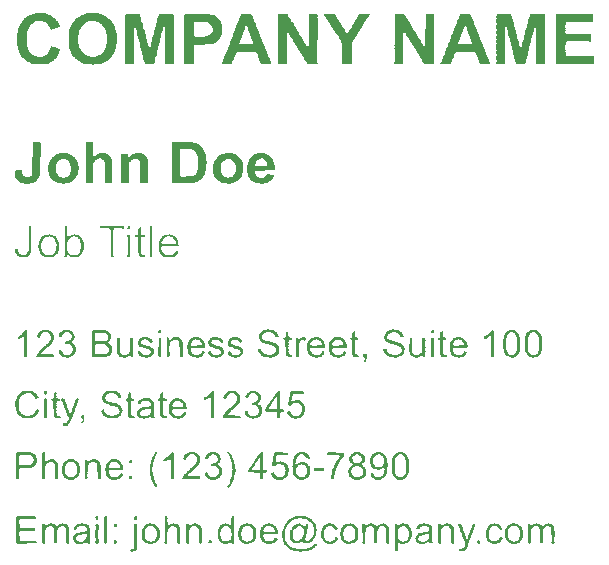
<source format=gts>
G04*
G04 #@! TF.GenerationSoftware,Altium Limited,Altium Designer,24.7.2 (38)*
G04*
G04 Layer_Color=8388736*
%FSLAX44Y44*%
%MOMM*%
G71*
G04*
G04 #@! TF.SameCoordinates,6DF0CBF5-DEE5-4F27-B30F-A21075B38201*
G04*
G04*
G04 #@! TF.FilePolarity,Negative*
G04*
G01*
G75*
G36*
X396404Y491822D02*
X396881Y491481D01*
X397018Y490662D01*
X396881Y490253D01*
X396949Y478863D01*
X396881Y473202D01*
X397018Y472793D01*
X396881Y467746D01*
X396949Y463176D01*
X396881Y457515D01*
X397018Y457106D01*
X396881Y451649D01*
X397018Y450695D01*
X397154Y450285D01*
X397018Y449740D01*
X396813Y449535D01*
X396267Y449399D01*
X395312Y449262D01*
X394903Y449399D01*
X392653Y449330D01*
X391084Y449399D01*
X390675Y449262D01*
X389310Y449399D01*
X388560Y450012D01*
X388151Y450422D01*
X388015Y450695D01*
X387196Y452195D01*
X386923Y452468D01*
X386105Y453968D01*
X385559Y454514D01*
X385286Y455196D01*
X384877Y455878D01*
X384195Y456560D01*
X383922Y457515D01*
X383513Y458197D01*
X382967Y458742D01*
X382558Y459697D01*
X382422Y459970D01*
X381808Y460720D01*
X381603Y460925D01*
X381331Y461607D01*
X380785Y462562D01*
X380239Y463108D01*
X379762Y464403D01*
X378875Y465290D01*
X378534Y466177D01*
X377989Y466995D01*
X377784Y467063D01*
X377375Y468018D01*
X376965Y468700D01*
X376283Y469382D01*
X375806Y470678D01*
X375465Y471156D01*
X375056Y471565D01*
X374237Y473065D01*
X373692Y473611D01*
X373487Y474361D01*
X373351Y474907D01*
X373146Y475112D01*
X373078Y475316D01*
X372805Y475453D01*
X372532Y475725D01*
X372259Y475862D01*
X371850Y476271D01*
X371305Y476408D01*
X371032Y476271D01*
X370827Y476067D01*
X370964Y474839D01*
X371100Y474430D01*
X370964Y473884D01*
X371032Y471633D01*
X370895Y471088D01*
X370827Y470337D01*
X370964Y469928D01*
X371100Y468973D01*
X370964Y467473D01*
X370827Y467063D01*
X371032Y465768D01*
X371100Y465154D01*
X370964Y464744D01*
X370827Y464199D01*
X371032Y463176D01*
X371100Y462562D01*
X370964Y462153D01*
X370827Y461607D01*
X371032Y460584D01*
X371100Y459970D01*
X370964Y459561D01*
X370827Y459015D01*
X371032Y457992D01*
X371100Y457379D01*
X370964Y456969D01*
X370827Y456424D01*
X370964Y455332D01*
X371100Y454923D01*
X370895Y454036D01*
X370827Y453286D01*
X370964Y452877D01*
X371100Y452331D01*
X370827Y451376D01*
X370964Y450695D01*
X371100Y450285D01*
X370964Y449603D01*
X370350Y449399D01*
X369395Y449262D01*
X367212Y449399D01*
X364621Y449262D01*
X364211Y449399D01*
X363666Y449535D01*
X363461Y449740D01*
X363325Y450285D01*
X363870Y451513D01*
X363734Y452058D01*
X363870Y461198D01*
X364007Y461334D01*
X363870Y461744D01*
X363461Y462698D01*
X363597Y463381D01*
X363870Y464062D01*
X363734Y464881D01*
X363461Y465563D01*
X363597Y466518D01*
X363734Y466927D01*
X363870Y491481D01*
X364075Y491685D01*
X365166Y491958D01*
X367349Y491822D01*
X371236Y491890D01*
X371646Y491617D01*
X371782Y491344D01*
X372396Y490594D01*
X372737Y490253D01*
X373010Y489571D01*
X373351Y488684D01*
X373965Y488070D01*
X374101Y487798D01*
X374919Y486297D01*
X375329Y485888D01*
X375465Y485615D01*
X376283Y484115D01*
X376693Y483705D01*
X377238Y482341D01*
X377443Y482000D01*
X377716Y481864D01*
X378193Y481386D01*
X378398Y480636D01*
X378534Y480090D01*
X378739Y479886D01*
X378875Y479613D01*
X379353Y479272D01*
X380171Y477635D01*
X380512Y477294D01*
X380649Y477021D01*
X381331Y475794D01*
X381876Y475248D01*
X382013Y474975D01*
X382285Y474293D01*
X382831Y473338D01*
X383240Y472929D01*
X383650Y471974D01*
X384059Y471292D01*
X384741Y470610D01*
X384877Y470065D01*
X385764Y468769D01*
X385969Y468564D01*
X386105Y468018D01*
X386787Y467063D01*
X387060Y466791D01*
X387333Y466109D01*
X387469Y465563D01*
X387878Y464881D01*
X388492Y464676D01*
X389038Y464540D01*
X389515Y464881D01*
X389651Y465427D01*
X389788Y491481D01*
X389856Y491549D01*
X389924Y491617D01*
X390538Y491822D01*
X391970Y491890D01*
X394903Y491822D01*
X395312Y491958D01*
X396404Y491822D01*
D02*
G37*
G36*
X342386D02*
X342590Y491617D01*
X342181Y490935D01*
X341908Y490662D01*
X341636Y489980D01*
X341499Y489435D01*
X340885Y488684D01*
X340544Y488343D01*
X339726Y486843D01*
X339180Y486297D01*
X339044Y485888D01*
X338976Y485820D01*
X338294Y484728D01*
X338089Y484524D01*
X337953Y484251D01*
X337271Y483023D01*
X336861Y482614D01*
X336725Y482341D01*
X335906Y480841D01*
X335224Y480159D01*
X334815Y479067D01*
X334542Y478795D01*
X334406Y478522D01*
X334133Y478249D01*
X333724Y477294D01*
X333587Y477021D01*
X332633Y476067D01*
X332428Y475316D01*
X331951Y474566D01*
X331405Y474020D01*
X330587Y472520D01*
X330177Y472111D01*
X329836Y471224D01*
X329563Y470542D01*
X328677Y469655D01*
X328404Y468973D01*
X327790Y468223D01*
X327586Y468018D01*
X327313Y467336D01*
X327176Y465154D01*
X327244Y449808D01*
X326972Y449399D01*
X326426Y449262D01*
X323834Y449399D01*
X320356Y449330D01*
X319537Y449467D01*
X319265Y449603D01*
X319128Y450149D01*
X319333Y450899D01*
X319401Y451649D01*
X319265Y452058D01*
X319333Y454173D01*
X319265Y455742D01*
X319401Y456151D01*
X319265Y457924D01*
X319401Y459288D01*
X319265Y459697D01*
X319333Y462085D01*
X319265Y463653D01*
X319401Y464062D01*
X319265Y465154D01*
X319128Y465290D01*
X319265Y465699D01*
X319401Y466654D01*
X319265Y467063D01*
X318583Y468018D01*
X318310Y468700D01*
X317901Y469382D01*
X317491Y469792D01*
X317355Y470065D01*
X316673Y471292D01*
X316264Y471701D01*
X316127Y471974D01*
X315309Y473475D01*
X314627Y474430D01*
X314149Y475316D01*
X313876Y475453D01*
X313535Y475794D01*
X313263Y476476D01*
X312922Y477362D01*
X312171Y478113D01*
X311830Y478999D01*
X311489Y479477D01*
X310807Y480159D01*
X310603Y480909D01*
X310125Y481659D01*
X309443Y482341D01*
X309102Y483228D01*
X308693Y483910D01*
X308488Y483978D01*
X308352Y484251D01*
X307533Y485751D01*
X306988Y486297D01*
X306579Y487252D01*
X306442Y487525D01*
X305828Y488275D01*
X305624Y488480D01*
X304669Y490253D01*
X304260Y490662D01*
X304123Y491208D01*
X304260Y491754D01*
X304874Y491958D01*
X307465Y491822D01*
X312308Y491890D01*
X312785Y491685D01*
X313535Y491071D01*
X313945Y490662D01*
X314217Y489980D01*
X314763Y489025D01*
X315172Y488616D01*
X315718Y487252D01*
X316673Y485888D01*
X317218Y484933D01*
X317628Y484524D01*
X317764Y484251D01*
X318037Y483569D01*
X318378Y482682D01*
X318719Y482205D01*
X319265Y481659D01*
X319674Y480704D01*
X319810Y480432D01*
X320492Y479477D01*
X321311Y477976D01*
X321584Y477703D01*
X321856Y477021D01*
X322334Y475725D01*
X323016Y475453D01*
X323698Y475589D01*
X324448Y476203D01*
X324721Y476476D01*
X325198Y477772D01*
X326085Y478658D01*
X326358Y479340D01*
X327176Y480841D01*
X327722Y482068D01*
X328131Y482751D01*
X328677Y483296D01*
X328950Y483978D01*
X329495Y484933D01*
X329905Y485342D01*
X330314Y486297D01*
X330587Y486979D01*
X331200Y487729D01*
X331405Y487934D01*
X331746Y488821D01*
X331951Y489298D01*
X332496Y489844D01*
X332633Y490117D01*
X333315Y491344D01*
X333656Y491685D01*
X334201Y491822D01*
X335634Y491890D01*
X341295Y491822D01*
X341704Y491958D01*
X342386Y491822D01*
D02*
G37*
G36*
X504440D02*
X530971Y491890D01*
X531448Y491549D01*
X531585Y491003D01*
X531653Y490389D01*
X531517Y489980D01*
X531585Y486774D01*
X531448Y485547D01*
X531176Y485138D01*
X530630Y485001D01*
X529402Y485138D01*
X528993Y485001D01*
X528447Y484865D01*
X527424Y485069D01*
X524355Y485138D01*
X523946Y485001D01*
X522991Y484865D01*
X522445Y485001D01*
X521491Y485138D01*
X518490Y485001D01*
X518080Y484865D01*
X516921Y485069D01*
X513852Y485138D01*
X513442Y485001D01*
X512897Y484865D01*
X511601Y485069D01*
X509896Y485138D01*
X509487Y485001D01*
X508600Y484524D01*
X508327Y483842D01*
X508259Y480909D01*
X508327Y478931D01*
X508191Y478522D01*
X508327Y477976D01*
X508259Y475862D01*
X508600Y475384D01*
X509487Y475043D01*
X523264D01*
X529948Y474907D01*
X530153Y474702D01*
X530016Y468973D01*
X529675Y468496D01*
X528857Y468223D01*
X528447Y468359D01*
X527492Y468496D01*
X525310Y468359D01*
X524901Y468496D01*
X522650Y468428D01*
X521218Y468496D01*
X520808Y468359D01*
X518626Y468496D01*
X518217Y468359D01*
X516034Y468496D01*
X515625Y468359D01*
X513442Y468496D01*
X513033Y468359D01*
X510578Y468496D01*
X510169Y468359D01*
X508873Y468155D01*
X508600Y467882D01*
X508327Y466927D01*
X508259Y462630D01*
X508327Y460516D01*
X508191Y460107D01*
X508327Y459561D01*
X508464Y456833D01*
X509077Y456083D01*
X510169Y455810D01*
X512351Y455946D01*
X512760Y456083D01*
X514397Y455810D01*
X516171Y455946D01*
X516580Y456083D01*
X517739Y455878D01*
X519444Y455810D01*
X519854Y455946D01*
X520808Y456083D01*
X521354Y455946D01*
X522309Y455810D01*
X524082Y455946D01*
X524492Y456083D01*
X525651Y455878D01*
X527356Y455810D01*
X527765Y455946D01*
X528720Y456083D01*
X529129Y455946D01*
X530084Y455810D01*
X532267Y455673D01*
X532472Y455469D01*
X532608Y454923D01*
X532472Y452604D01*
X532335Y452195D01*
X532472Y451786D01*
X532676Y450763D01*
X532744Y450012D01*
X532267Y449399D01*
X506281Y449330D01*
X503621Y449399D01*
X503485Y449262D01*
X503075Y449399D01*
X501166Y449262D01*
X500484Y449671D01*
X500415Y451104D01*
X500552Y451513D01*
X500415Y451922D01*
X500552Y491481D01*
X501029Y491958D01*
X504440Y491822D01*
D02*
G37*
G36*
X64112Y492231D02*
X68068Y492094D01*
X68477Y491958D01*
X69568Y491685D01*
X71342Y490867D01*
X72160Y490730D01*
X73524Y489776D01*
X74752Y489094D01*
X75570Y488275D01*
X75843Y488139D01*
X76593Y487525D01*
X77003Y487116D01*
X77139Y486843D01*
X77753Y486092D01*
X78230Y485615D01*
X78503Y484933D01*
X78844Y484046D01*
X79049Y483842D01*
X79185Y483569D01*
X79458Y483296D01*
X80004Y481523D01*
X79867Y480704D01*
X79663Y480500D01*
X78981Y480227D01*
X77685Y479749D01*
X77071Y479545D01*
X76525Y479408D01*
X74616Y479272D01*
X73661Y478726D01*
X72979Y478454D01*
X72706Y478590D01*
X72501Y478795D01*
X72228Y479477D01*
X71683Y480432D01*
X71137Y481250D01*
X71001Y481796D01*
X70592Y482205D01*
X70455Y482478D01*
X70114Y482819D01*
X69841Y482955D01*
X69296Y483501D01*
X69023Y483637D01*
X68204Y484456D01*
X67522Y484728D01*
X66636Y484933D01*
X65954Y485206D01*
X65749Y485410D01*
X65203Y485547D01*
X64794Y485683D01*
X64248Y485820D01*
X61520Y485683D01*
X61111Y485547D01*
X60156Y485410D01*
X58656Y484728D01*
X57701Y484183D01*
X57155Y483637D01*
X56882Y483501D01*
X56132Y482887D01*
X54768Y481523D01*
X54222Y480568D01*
X53813Y480159D01*
X53404Y478795D01*
X53063Y477908D01*
X52449Y475930D01*
X52313Y474566D01*
X52176Y471565D01*
X52313Y466381D01*
X52449Y465972D01*
X52586Y464608D01*
X52722Y463790D01*
X52995Y463517D01*
X53131Y463244D01*
X53404Y462562D01*
X53540Y462016D01*
X53745Y461130D01*
X54086Y460652D01*
X55041Y459288D01*
X55177Y459015D01*
X56064Y458129D01*
X56337Y457992D01*
X57019Y457310D01*
X57292Y457174D01*
X57565Y456901D01*
X58860Y456424D01*
X59065Y456219D01*
X59338Y456083D01*
X59611Y455810D01*
X60156Y455673D01*
X61520Y455537D01*
X63771Y455469D01*
X64999Y455605D01*
X65681Y455742D01*
X66772Y456424D01*
X67863Y456833D01*
X68341Y457174D01*
X69023Y457856D01*
X69296Y457992D01*
X70046Y458742D01*
X70182Y459015D01*
X70728Y459561D01*
X71001Y460243D01*
X71410Y460925D01*
X72092Y461880D01*
X72228Y462426D01*
X72433Y463994D01*
X72706Y464403D01*
X73934Y464267D01*
X74616Y463858D01*
X75298Y463585D01*
X76389Y463312D01*
X77412Y463108D01*
X79390Y462221D01*
X80276Y461744D01*
X80413Y461334D01*
X79731Y459834D01*
X79526Y458947D01*
X78844Y457856D01*
X78503Y457106D01*
X78162Y456219D01*
X77412Y455469D01*
X76866Y454514D01*
X76048Y453695D01*
X75980Y453491D01*
X75707Y453354D01*
X75434Y453082D01*
X75161Y452945D01*
X74070Y451854D01*
X73797Y451717D01*
X73047Y451104D01*
X72706Y450763D01*
X71819Y450558D01*
X71274Y450422D01*
X69910Y449603D01*
X69159Y449399D01*
X67795Y449262D01*
X66568Y449126D01*
X66158Y448989D01*
X64385Y448853D01*
X63839Y448989D01*
X60566Y448853D01*
X60156Y448989D01*
X58587Y449194D01*
X57360Y449330D01*
X56814Y449467D01*
X55996Y450012D01*
X55791Y450217D01*
X54154Y450626D01*
X53472Y451035D01*
X52517Y451717D01*
X51835Y451990D01*
X51221Y452468D01*
X51085Y452741D01*
X50880Y452945D01*
X50608Y453082D01*
X49721Y453968D01*
X49653Y454173D01*
X49380Y454309D01*
X48493Y455196D01*
X48357Y455469D01*
X47675Y456151D01*
X47402Y456833D01*
X46856Y457788D01*
X46311Y458333D01*
X46038Y459288D01*
X45629Y460379D01*
X44947Y461880D01*
X44810Y462426D01*
X44674Y463381D01*
X44538Y463926D01*
X44333Y465768D01*
X44060Y466450D01*
X43855Y467200D01*
X43719Y467746D01*
X43855Y473202D01*
X43992Y473611D01*
X44128Y474157D01*
X44469Y476408D01*
X44606Y476953D01*
X44947Y479204D01*
X45629Y480704D01*
X46174Y482068D01*
X46856Y483296D01*
X47129Y483569D01*
X47402Y484251D01*
X47948Y485206D01*
X48221Y485479D01*
X48289Y485547D01*
X48630Y485888D01*
X48766Y486161D01*
X49243Y486774D01*
X49516Y486911D01*
X50130Y487525D01*
X50267Y487798D01*
X50471Y488002D01*
X50744Y488139D01*
X51494Y488753D01*
X51972Y489230D01*
X52654Y489503D01*
X53199Y489639D01*
X53950Y490253D01*
X54154Y490458D01*
X54836Y490730D01*
X55382Y490867D01*
X56132Y491071D01*
X56951Y491617D01*
X57837Y491958D01*
X60020Y492094D01*
X61384Y492231D01*
X63566Y492367D01*
X64112Y492231D01*
D02*
G37*
G36*
X189335Y491822D02*
X202226Y491890D01*
X204545Y491617D01*
X206386Y491685D01*
X207341Y491276D01*
X207887Y491140D01*
X209524Y491003D01*
X209933Y490867D01*
X211365Y490526D01*
X212116Y489776D01*
X213343Y489094D01*
X214776Y487661D01*
X214912Y487388D01*
X215867Y486433D01*
X216412Y484933D01*
X216958Y484387D01*
X217231Y483433D01*
X217367Y481523D01*
X217504Y481114D01*
Y480022D01*
Y479886D01*
X217640Y478113D01*
X217504Y476749D01*
X217367Y476203D01*
X217231Y474293D01*
X215594Y471156D01*
X215389Y470815D01*
X215185Y470746D01*
X215048Y470474D01*
X214503Y469928D01*
X214366Y469655D01*
X214162Y469314D01*
X213889Y469178D01*
X213616Y468905D01*
X213343Y468769D01*
X212661Y468087D01*
X212388Y467950D01*
X211161Y467405D01*
X210888Y467268D01*
X209933Y466586D01*
X208842Y466313D01*
X206796Y466177D01*
X206386Y466040D01*
X205022Y465904D01*
X200862Y465699D01*
X200112Y465495D01*
X198611Y465631D01*
X198202Y465768D01*
X196701Y465631D01*
X196292Y465495D01*
X195065Y465631D01*
X194655Y465768D01*
X193973Y465358D01*
X193632Y464472D01*
X193564Y462903D01*
X193632Y449876D01*
X193291Y449399D01*
X192336Y449262D01*
X190972Y449399D01*
X190631Y449330D01*
X187971Y449399D01*
X187562Y449262D01*
X187016Y449399D01*
X185652Y449535D01*
X185311Y449740D01*
X185175Y450285D01*
X185448Y451376D01*
X185311Y452331D01*
X185448Y452741D01*
X185584Y453286D01*
X185448Y454923D01*
X185311Y455332D01*
X185380Y457037D01*
X185311Y458197D01*
X185448Y458606D01*
X185311Y459152D01*
X185448Y460789D01*
X185584Y461198D01*
X185448Y462698D01*
X185311Y463108D01*
X185380Y464813D01*
X185311Y465972D01*
X185448Y466381D01*
X185311Y466927D01*
X185448Y468700D01*
X185584Y469110D01*
X185448Y470610D01*
X185311Y471019D01*
X185380Y472724D01*
X185311Y473884D01*
X185448Y474293D01*
X185311Y474839D01*
X185448Y476476D01*
X185584Y476885D01*
X185448Y478522D01*
X185311Y478931D01*
X185380Y480636D01*
X185311Y481659D01*
X185448Y482068D01*
X185311Y482614D01*
X185448Y484387D01*
X185584Y484797D01*
X185448Y486297D01*
X185311Y486706D01*
X185380Y488957D01*
X185311Y490389D01*
X185448Y490799D01*
X185857Y491481D01*
X186061Y491685D01*
X187153Y491958D01*
X189335Y491822D01*
D02*
G37*
G36*
X294370D02*
X297303Y491890D01*
X297848Y491754D01*
X298258Y491344D01*
X298394Y489571D01*
X298258Y488207D01*
X298394Y487798D01*
X298326Y451035D01*
X298394Y449876D01*
X298053Y449399D01*
X297507Y449262D01*
X294916Y449399D01*
X292392Y449330D01*
X291506Y449399D01*
X291096Y449262D01*
X290141Y449399D01*
X289800Y449603D01*
X289118Y450831D01*
X288846Y450967D01*
X288709Y451240D01*
X288300Y452195D01*
X287891Y452877D01*
X287209Y453832D01*
X286936Y454514D01*
X286799Y454787D01*
X286185Y455537D01*
X285981Y455742D01*
X285708Y456424D01*
X285299Y457106D01*
X285026Y457379D01*
X284890Y457651D01*
X284617Y457924D01*
X284344Y458606D01*
X284208Y458879D01*
X283526Y459561D01*
X283389Y459834D01*
X283116Y460516D01*
X282571Y461471D01*
X282162Y461880D01*
X282025Y462153D01*
X281752Y462835D01*
X281343Y463517D01*
X280661Y464199D01*
X280525Y464744D01*
X279638Y466040D01*
X279433Y466245D01*
X279092Y467132D01*
X278751Y467609D01*
X278342Y468018D01*
X278206Y468291D01*
X277933Y468973D01*
X277796Y469246D01*
Y469382D01*
X277183Y470133D01*
X276910Y470269D01*
X276569Y471019D01*
X276228Y471906D01*
X275887Y472383D01*
X275341Y472929D01*
X275068Y473611D01*
X274523Y474157D01*
X274386Y474430D01*
X273977Y475384D01*
X273704Y476067D01*
X273363Y476408D01*
X272681Y476271D01*
X272340Y475930D01*
X272204Y474975D01*
X272272Y449808D01*
X271999Y449399D01*
X271453Y449262D01*
X268452Y449399D01*
X265247Y449330D01*
X264837Y449603D01*
X264701Y450149D01*
X264837Y452331D01*
X264769Y490867D01*
X264906Y491549D01*
X265315Y491958D01*
X268725Y491822D01*
X271658Y491890D01*
X272204Y491754D01*
X272954Y491276D01*
X273431Y490799D01*
X273704Y490117D01*
X274113Y489435D01*
X274386Y489162D01*
X274523Y488889D01*
X275205Y487661D01*
X275750Y487116D01*
X275887Y486843D01*
X276296Y485888D01*
X276705Y485206D01*
X277114Y484797D01*
X277251Y484524D01*
X278069Y483023D01*
X278615Y482478D01*
X279092Y481182D01*
X279842Y480432D01*
X280115Y479749D01*
X280661Y478795D01*
X280934Y478658D01*
X281070Y478385D01*
X281479Y477430D01*
X282025Y476476D01*
X282434Y476067D01*
X282843Y475112D01*
X282980Y474839D01*
X283594Y474089D01*
X283798Y473884D01*
X284071Y473202D01*
X284480Y472520D01*
X284753Y472247D01*
X284890Y471974D01*
X285162Y471701D01*
X285981Y470201D01*
X287209Y467882D01*
X287754Y467336D01*
X288436Y466109D01*
X288982Y465563D01*
X289664Y464335D01*
X290278Y464131D01*
X290892Y464608D01*
X291028Y465563D01*
X290892Y467336D01*
X291028Y491617D01*
X291233Y491822D01*
X291778Y491958D01*
X294370Y491822D01*
D02*
G37*
G36*
X481659D02*
X489776Y491890D01*
X490321Y491754D01*
X490594Y491617D01*
X490867Y490935D01*
X490730Y449603D01*
X490526Y449399D01*
X489980Y449262D01*
X487798Y449399D01*
X483910Y449330D01*
X483433Y449671D01*
X483364Y451104D01*
X483501Y451513D01*
X483364Y452468D01*
X483433Y479818D01*
X483296Y480363D01*
X483092Y480841D01*
X482751Y481182D01*
X482341Y481045D01*
X482137Y480841D01*
X481864Y479886D01*
X481659Y478590D01*
X481523Y477908D01*
X480500Y474702D01*
X480295Y472997D01*
X480159Y472452D01*
X479886Y471770D01*
X479408Y470610D01*
X479272Y469655D01*
X478931Y467405D01*
X478658Y466722D01*
X478044Y465290D01*
X477703Y462630D01*
X477567Y462085D01*
X477158Y460993D01*
X476817Y460243D01*
X476544Y459152D01*
X476339Y457037D01*
X475930Y455946D01*
X475453Y454787D01*
X475316Y454241D01*
X475180Y453286D01*
X475043Y451649D01*
X474634Y450695D01*
X474020Y449535D01*
X472929Y449262D01*
X471565Y449399D01*
X469792Y449262D01*
X469382Y449399D01*
X466927Y449262D01*
X466450Y449603D01*
X466177Y450285D01*
X465972Y451445D01*
X465495Y452604D01*
X465222Y453559D01*
X465086Y454514D01*
X464881Y455673D01*
X464744Y456492D01*
X464199Y457856D01*
X463994Y458470D01*
X463858Y459015D01*
X463653Y460584D01*
X463517Y461266D01*
X463381Y461812D01*
X462971Y462903D01*
X462630Y463790D01*
X462289Y466040D01*
X462153Y466722D01*
X462016Y467268D01*
X461539Y468428D01*
X461266Y469382D01*
X460925Y471633D01*
X460652Y472315D01*
X460038Y473747D01*
X459902Y475794D01*
X459766Y476203D01*
X459629Y477294D01*
X458674Y478658D01*
X458470Y480363D01*
X457992Y481114D01*
X457515Y481182D01*
X457174Y480841D01*
X457037Y480295D01*
X456901Y479340D01*
X457174Y475794D01*
X457242Y449944D01*
X456969Y449535D01*
X455878Y449262D01*
X454514Y449399D01*
X453491Y449330D01*
X452331Y449399D01*
X452058Y449262D01*
X451649Y449399D01*
X450422Y449262D01*
X449740Y449671D01*
X449671Y450695D01*
X449944Y451376D01*
X449808Y454378D01*
X449671Y454787D01*
X449808Y456151D01*
X449944Y456560D01*
X449808Y458197D01*
X449671Y458606D01*
Y459425D01*
X449740Y459493D01*
X449876Y460175D01*
X449944Y461471D01*
X449808Y461880D01*
X449671Y462835D01*
X449876Y464131D01*
X449944Y466791D01*
X449808Y467200D01*
X449671Y468155D01*
X449808Y469246D01*
X449944Y469655D01*
X449808Y471292D01*
X449671Y471701D01*
X449808Y473202D01*
X449944Y473611D01*
X449808Y475248D01*
X449671Y475657D01*
X449808Y477158D01*
X449944Y477567D01*
X449808Y480568D01*
X449671Y480977D01*
X449808Y482341D01*
X449944Y482751D01*
X449808Y485751D01*
X449671Y486161D01*
X449808Y487661D01*
X449944Y488070D01*
X449876Y489366D01*
X449944Y490389D01*
X449808Y490799D01*
X450081Y491481D01*
X450285Y491685D01*
X450831Y491822D01*
X452127Y491890D01*
X460379Y491822D01*
X460789Y491958D01*
X461880Y491822D01*
X462085Y491617D01*
X462357Y490935D01*
X462698Y490048D01*
X463176Y489162D01*
X463312Y488207D01*
X463449Y487661D01*
X463585Y486161D01*
X464403Y484251D01*
X464540Y483705D01*
X464813Y482068D01*
X465017Y481182D01*
X465154Y480500D01*
X465290Y479954D01*
X465904Y478795D01*
X466177Y476885D01*
X466313Y475794D01*
X467132Y474020D01*
X467268Y473065D01*
X467405Y472520D01*
X467541Y471292D01*
X467814Y470610D01*
X467950Y470337D01*
X468496Y469110D01*
X468632Y468564D01*
X468837Y466586D01*
X469041Y465290D01*
X469655Y464540D01*
X469996Y464199D01*
X470133Y463926D01*
X470746Y463722D01*
X471156Y463858D01*
X471360Y464062D01*
X471497Y465427D01*
X471701Y466586D01*
X471838Y467814D01*
X472111Y468496D01*
X472588Y469382D01*
X472861Y470474D01*
X473202Y473134D01*
X473475Y473816D01*
X473952Y474702D01*
X474225Y475657D01*
X474430Y477635D01*
X474839Y478726D01*
X475112Y479408D01*
X475453Y480568D01*
X475589Y481114D01*
X475794Y482819D01*
X475930Y483364D01*
X476203Y484046D01*
X476544Y484797D01*
X476817Y485751D01*
X476953Y486297D01*
X477090Y488070D01*
X477772Y489162D01*
X477976Y490048D01*
X478113Y490730D01*
X478249Y491276D01*
X478522Y491822D01*
X479067Y491958D01*
X481659Y491822D01*
D02*
G37*
G36*
X167374D02*
X175490Y491890D01*
X176035Y491754D01*
X176308Y491617D01*
X176581Y490935D01*
X176445Y449603D01*
X176240Y449399D01*
X175694Y449262D01*
X173512Y449399D01*
X169624Y449330D01*
X169079Y449740D01*
X169147Y451854D01*
X169079Y474839D01*
X169215Y475248D01*
X169079Y480295D01*
X168669Y480977D01*
X168465Y481182D01*
X168055Y481045D01*
X167851Y480841D01*
X167578Y479886D01*
X167374Y478590D01*
X167237Y477908D01*
X166214Y474702D01*
X166009Y472997D01*
X165873Y472452D01*
X165600Y471770D01*
X165123Y470610D01*
X164986Y469655D01*
X164645Y467405D01*
X164373Y466722D01*
X163759Y465290D01*
X163418Y462630D01*
X163281Y462085D01*
X162872Y460993D01*
X162531Y460243D01*
X162258Y459152D01*
X162054Y457037D01*
X161644Y455946D01*
X161167Y454787D01*
X161031Y454241D01*
X160894Y453286D01*
X160758Y451649D01*
X160348Y450695D01*
X159735Y449535D01*
X158643Y449262D01*
X157279Y449399D01*
X155506Y449262D01*
X155097Y449399D01*
X152641Y449262D01*
X152164Y449603D01*
X151891Y450285D01*
X151686Y451445D01*
X151209Y452604D01*
X150936Y453559D01*
X150800Y454514D01*
X150595Y455673D01*
X150459Y456492D01*
X149913Y457856D01*
X149709Y458470D01*
X149572Y459015D01*
X149368Y460584D01*
X149231Y461266D01*
X149095Y461812D01*
X148686Y462903D01*
X148344Y463790D01*
X148004Y466040D01*
X147867Y466722D01*
X147731Y467268D01*
X147253Y468428D01*
X146980Y469382D01*
X146639Y471633D01*
X146367Y472315D01*
X145753Y473747D01*
X145616Y475794D01*
X145480Y476203D01*
X145344Y477294D01*
X144457Y478590D01*
X144389Y478658D01*
X144184Y480363D01*
X143707Y481114D01*
X143229Y481182D01*
X142888Y480841D01*
X142752Y480295D01*
X142615Y479340D01*
X142888Y475794D01*
X142956Y449944D01*
X142683Y449535D01*
X141729Y449262D01*
X139137Y449399D01*
X137705Y449330D01*
X136954Y449399D01*
X136545Y449262D01*
X135727Y449399D01*
X135386Y449740D01*
X135522Y450967D01*
X135659Y451376D01*
X135522Y454378D01*
X135386Y454787D01*
X135522Y456151D01*
X135659Y456560D01*
X135522Y458197D01*
X135386Y458606D01*
X135522Y460107D01*
X135659Y460516D01*
X135522Y462153D01*
X135386Y462562D01*
X135522Y464062D01*
X135659Y464472D01*
X135522Y467473D01*
X135386Y467882D01*
X135522Y469246D01*
X135659Y469655D01*
X135522Y471292D01*
X135386Y471701D01*
X135522Y473202D01*
X135659Y473611D01*
X135522Y475248D01*
X135386Y475657D01*
X135522Y477158D01*
X135659Y477567D01*
X135522Y480568D01*
X135386Y480977D01*
X135522Y482341D01*
X135659Y482751D01*
X135522Y485751D01*
X135386Y486161D01*
X135522Y487661D01*
X135659Y488070D01*
X135590Y489366D01*
X135659Y490389D01*
X135522Y490799D01*
X135795Y491481D01*
X135999Y491685D01*
X136545Y491822D01*
X137841Y491890D01*
X146094Y491822D01*
X146503Y491958D01*
X147594Y491822D01*
X147799Y491617D01*
X148072Y490935D01*
X148413Y490048D01*
X148890Y489162D01*
X149026Y488207D01*
X149163Y487661D01*
X149299Y486161D01*
X150118Y484251D01*
X150254Y483705D01*
X150527Y482068D01*
X150732Y481182D01*
X150868Y480500D01*
X151004Y479954D01*
X151618Y478795D01*
X151891Y476885D01*
X152028Y475794D01*
X152846Y474020D01*
X152982Y473065D01*
X153119Y472520D01*
X153255Y471292D01*
X153528Y470610D01*
X153664Y470337D01*
X154210Y469110D01*
X154347Y468564D01*
X154551Y466586D01*
X154756Y465290D01*
X155370Y464540D01*
X155711Y464199D01*
X155847Y463926D01*
X156461Y463722D01*
X156870Y463858D01*
X157075Y464062D01*
X157211Y465427D01*
X157416Y466586D01*
X157552Y467814D01*
X157825Y468496D01*
X158302Y469382D01*
X158575Y470474D01*
X158916Y473134D01*
X159189Y473816D01*
X159666Y474702D01*
X159939Y475657D01*
X160144Y477635D01*
X160553Y478726D01*
X160826Y479408D01*
X161167Y480568D01*
X161303Y481114D01*
X161508Y482819D01*
X161644Y483364D01*
X161917Y484046D01*
X162258Y484797D01*
X162531Y485751D01*
X162667Y486297D01*
X162804Y488070D01*
X163486Y489162D01*
X163690Y490048D01*
X163827Y490730D01*
X163963Y491276D01*
X164236Y491822D01*
X164782Y491958D01*
X167374Y491822D01*
D02*
G37*
G36*
X422731D02*
X426891Y491890D01*
X427437Y491754D01*
X427846Y491481D01*
X428460Y489776D01*
X429005Y488957D01*
X429347Y488070D01*
X429688Y486638D01*
X430233Y485820D01*
X430438Y485615D01*
X430711Y484524D01*
X430983Y483296D01*
X431665Y482341D01*
X431938Y481659D01*
X432279Y480090D01*
X432620Y479613D01*
X433166Y478795D01*
X433643Y476680D01*
X433848Y476476D01*
X433984Y476203D01*
X434394Y475521D01*
X434666Y474566D01*
X434871Y473679D01*
X435349Y472929D01*
X435758Y472247D01*
X435894Y471701D01*
X436235Y470269D01*
X436781Y469451D01*
X437122Y468700D01*
X437258Y468155D01*
X437463Y467268D01*
X437736Y466586D01*
X438213Y466109D01*
X438486Y465427D01*
X438690Y464131D01*
X438963Y463449D01*
X439168Y463244D01*
X439304Y462971D01*
X439850Y461744D01*
X440191Y460311D01*
X440396Y460107D01*
X440532Y459834D01*
X440941Y459425D01*
X441146Y458538D01*
X441282Y457856D01*
X441419Y457310D01*
X442101Y456219D01*
X442442Y455332D01*
X442783Y453900D01*
X443328Y453082D01*
X443533Y452877D01*
X443806Y451786D01*
X443942Y450967D01*
X444351Y450558D01*
X444488Y450285D01*
X444624Y449876D01*
X444556Y449535D01*
X444010Y449399D01*
X443397Y449330D01*
X442919Y449399D01*
X442510Y449262D01*
X441146Y449399D01*
X436849Y449330D01*
X436303Y449467D01*
X436099Y449671D01*
X435894Y449740D01*
X435758Y450012D01*
X435212Y451240D01*
X434871Y452809D01*
X434666Y453013D01*
X434530Y453286D01*
X434121Y453695D01*
X433848Y454378D01*
X433575Y456151D01*
X432620Y457515D01*
X432484Y458060D01*
X431802Y459015D01*
X431597Y459220D01*
X430642Y459356D01*
X428323Y459220D01*
X427914Y459356D01*
X425732Y459220D01*
X425322Y459356D01*
X423140Y459220D01*
X422731Y459356D01*
X420548Y459220D01*
X420139Y459356D01*
X417820Y459220D01*
X417411Y459356D01*
X415774Y459220D01*
X414819Y458674D01*
X414342Y458333D01*
X414205Y458060D01*
X413796Y457106D01*
X413660Y456560D01*
X413523Y455469D01*
X412841Y454514D01*
X412568Y453832D01*
X412432Y453286D01*
X412295Y452331D01*
X411954Y451445D01*
X411613Y451104D01*
X411136Y449808D01*
X410863Y449399D01*
X410317Y449262D01*
X407317Y449399D01*
X405202Y449330D01*
X404043Y449399D01*
X403633Y449262D01*
X402815Y449399D01*
X402474Y449740D01*
X402610Y450422D01*
X402951Y450763D01*
X403224Y450899D01*
X403565Y451513D01*
X403702Y452468D01*
X403906Y453354D01*
X404384Y454105D01*
X404793Y455060D01*
X404997Y455810D01*
X405407Y456901D01*
X406021Y457924D01*
X406225Y458811D01*
X406362Y459493D01*
X406634Y460175D01*
X407112Y460789D01*
X407385Y461471D01*
X407521Y462426D01*
X407658Y462971D01*
X408067Y463653D01*
X408340Y463926D01*
X408612Y464608D01*
X408749Y465154D01*
X408953Y466040D01*
X409840Y468018D01*
X410113Y468973D01*
X410249Y469519D01*
X410522Y470201D01*
X411068Y471019D01*
X411340Y471701D01*
X411477Y472247D01*
X411682Y473270D01*
X412364Y474361D01*
X412705Y475248D01*
X412841Y475794D01*
X413046Y476953D01*
X413387Y477430D01*
X413660Y477703D01*
X413796Y477976D01*
X414069Y478658D01*
X414273Y479681D01*
X414546Y480363D01*
X415160Y481523D01*
X415433Y482614D01*
X415569Y483023D01*
Y483160D01*
X416251Y484387D01*
X416524Y485069D01*
X416660Y485615D01*
X416865Y486638D01*
X417342Y487388D01*
X417615Y487661D01*
X417888Y488616D01*
X418024Y489162D01*
X418229Y489912D01*
X418911Y491003D01*
X419116Y491208D01*
X419252Y491481D01*
X419593Y491822D01*
X420139Y491958D01*
X422731Y491822D01*
D02*
G37*
G36*
X235169D02*
X241648Y491890D01*
X242398Y491413D01*
X243012Y490799D01*
X243285Y490117D01*
X243421Y489571D01*
X243762Y488139D01*
X244103Y487661D01*
X244376Y487388D01*
X244649Y486706D01*
X244990Y485274D01*
X245195Y484797D01*
X245467Y484524D01*
X245604Y484251D01*
X245877Y483569D01*
X246150Y482478D01*
X246354Y481727D01*
X246832Y480977D01*
X247377Y479749D01*
X247582Y478726D01*
X248059Y477976D01*
X248605Y476749D01*
X248946Y475180D01*
X249423Y474430D01*
X249696Y474157D01*
X249969Y473202D01*
X250174Y472315D01*
X250446Y471633D01*
X250788Y471292D01*
X250924Y471019D01*
X251060Y470610D01*
X251333Y469519D01*
X251538Y468769D01*
X252220Y467677D01*
X252561Y466927D01*
X252697Y465972D01*
X253038Y465086D01*
X253516Y464608D01*
X253788Y463653D01*
X254061Y462562D01*
X255016Y461062D01*
X255221Y459766D01*
X255630Y458674D01*
X255835Y458470D01*
X255971Y458197D01*
X256380Y457242D01*
X256653Y456151D01*
X257199Y455196D01*
X257472Y454923D01*
X257744Y453968D01*
X257881Y452877D01*
X258699Y451376D01*
X259245Y450149D01*
X259108Y449603D01*
X258904Y449399D01*
X258358Y449262D01*
X255357Y449399D01*
X253243Y449330D01*
X252220Y449399D01*
X251810Y449262D01*
X250856Y449399D01*
X250378Y449876D01*
X250037Y451308D01*
X249151Y453286D01*
X249014Y453832D01*
X248810Y454719D01*
X248332Y455469D01*
X248059Y455742D01*
X247786Y456696D01*
X247650Y457651D01*
X247241Y458333D01*
X247036Y458538D01*
X246763Y458674D01*
X245536Y459220D01*
X244581Y459356D01*
X242398Y459220D01*
X241989Y459356D01*
X239807Y459220D01*
X239397Y459356D01*
X237215Y459220D01*
X236805Y459356D01*
X234487Y459220D01*
X234077Y459356D01*
X231895Y459220D01*
X231486Y459356D01*
X229849Y459220D01*
X229371Y458742D01*
X229098Y458060D01*
X228757Y457174D01*
X228416Y456696D01*
X228144Y456424D01*
X227871Y455469D01*
X227734Y454923D01*
X227598Y453832D01*
X226643Y452331D01*
X226370Y450695D01*
X226029Y449808D01*
X225756Y449535D01*
X225211Y449399D01*
X223847Y449262D01*
X222483Y449399D01*
X218186Y449330D01*
X217708Y449535D01*
X217504Y449740D01*
X217640Y450831D01*
X218186Y451786D01*
X218731Y452604D01*
X219072Y454173D01*
X219345Y454855D01*
X220096Y456560D01*
X220368Y457651D01*
X220709Y458538D01*
X220914Y458742D01*
X221050Y459015D01*
X221460Y459970D01*
X221596Y460516D01*
X221801Y461539D01*
X222278Y462289D01*
X222824Y463381D01*
Y463517D01*
X223028Y464813D01*
X223233Y465290D01*
X223847Y466040D01*
X224188Y466927D01*
X224392Y467950D01*
X224665Y468632D01*
X225279Y469655D01*
X225484Y470406D01*
X225620Y471224D01*
X225893Y471906D01*
X226098Y472111D01*
X226234Y472383D01*
X226643Y473338D01*
X226779Y473884D01*
X226984Y474771D01*
X227189Y475248D01*
X227598Y475657D01*
X228007Y476612D01*
X228212Y477772D01*
X229371Y480295D01*
X229712Y481864D01*
X229917Y482068D01*
X230053Y482341D01*
X230599Y483160D01*
X230804Y484456D01*
X230940Y485001D01*
X231145Y485479D01*
X231827Y486433D01*
X232099Y487525D01*
X232440Y488957D01*
X232645Y489162D01*
X232782Y489435D01*
X233054Y489707D01*
X233327Y490389D01*
X233532Y491276D01*
X233805Y491685D01*
X234350Y491822D01*
X234759Y491958D01*
X235169Y491822D01*
D02*
G37*
G36*
X113151Y492026D02*
X113969Y491890D01*
X115061Y491481D01*
X116493Y490867D01*
X117311Y490730D01*
X118266Y490185D01*
X118676Y489776D01*
X119358Y489503D01*
X120312Y488957D01*
X120858Y488411D01*
X121131Y488275D01*
X121881Y487661D01*
X122018Y487388D01*
X122222Y487184D01*
X122495Y487047D01*
X123245Y486297D01*
X123382Y486024D01*
X123586Y485820D01*
X123859Y485683D01*
X124200Y485342D01*
X124746Y484387D01*
X125428Y483705D01*
X125701Y482751D01*
X126246Y481796D01*
X126519Y481523D01*
X126792Y480841D01*
X126996Y479545D01*
X127133Y478999D01*
X127406Y478317D01*
X127883Y477430D01*
X128020Y476885D01*
X128224Y474634D01*
X128292Y466245D01*
X128156Y465836D01*
X128020Y464199D01*
X127883Y463790D01*
X127610Y463108D01*
X127201Y462153D01*
X127065Y461607D01*
X126724Y460038D01*
X126519Y459561D01*
X126110Y459152D01*
X125974Y458879D01*
X125701Y458197D01*
X125360Y457310D01*
X124473Y456424D01*
X124337Y456151D01*
X123723Y455401D01*
X121267Y452945D01*
X120995Y452809D01*
X120176Y451990D01*
X119289Y451649D01*
X118471Y450967D01*
X117721Y450626D01*
X116834Y450422D01*
X116220Y450217D01*
X116152Y450149D01*
X115947Y449944D01*
X115675Y449808D01*
X114720Y449399D01*
X112946Y449262D01*
X110832Y448921D01*
X107626Y448717D01*
X107217Y448853D01*
X103944Y448989D01*
X103534Y449126D01*
X100601Y449603D01*
X98896Y450490D01*
X98010Y450695D01*
X97532Y450899D01*
X96850Y451581D01*
X96577Y451717D01*
X95077Y452536D01*
X94395Y453218D01*
X94122Y453354D01*
X93508Y453832D01*
X93372Y454105D01*
X92621Y454855D01*
X92349Y454991D01*
X92144Y455196D01*
X91462Y456424D01*
X90780Y457106D01*
X90507Y457788D01*
X89962Y458742D01*
X89552Y459152D01*
X89279Y460107D01*
X89075Y460993D01*
X88939Y461539D01*
X88188Y462971D01*
X88052Y463926D01*
X87915Y466109D01*
X87643Y468018D01*
X87779Y474293D01*
X87915Y474702D01*
X88052Y477567D01*
X88325Y478249D01*
X89007Y479749D01*
X89211Y480636D01*
X89348Y481182D01*
X89621Y481864D01*
X90371Y482614D01*
X90507Y483160D01*
X90848Y484046D01*
X91871Y485069D01*
X92417Y486024D01*
X92826Y486297D01*
X92963Y486570D01*
X93372Y486979D01*
X93508Y487252D01*
X94258Y488002D01*
X94531Y488139D01*
X95281Y488753D01*
X95759Y489230D01*
X96032Y489366D01*
X97259Y490048D01*
X97532Y490321D01*
X97805Y490458D01*
X98487Y490730D01*
X99033Y490867D01*
X99851Y491003D01*
X101897Y491958D01*
X103261Y492094D01*
X106262Y492231D01*
X106808Y492367D01*
X113151Y492026D01*
D02*
G37*
G36*
X189881Y383240D02*
X192609Y383104D01*
X193291Y382831D01*
X194041Y382626D01*
X195133Y382354D01*
X195815Y382217D01*
X196360Y382081D01*
X197111Y381603D01*
X197383Y381331D01*
X198884Y380512D01*
X199088Y380308D01*
X199225Y380035D01*
X199430Y379830D01*
X199702Y379694D01*
X200316Y379080D01*
X200453Y378807D01*
X201066Y378057D01*
X201408Y377716D01*
X202362Y375942D01*
X202635Y375670D01*
X203044Y374169D01*
X203181Y373624D01*
X203522Y372737D01*
X203795Y372055D01*
X204136Y371168D01*
X204272Y367758D01*
X204408Y365985D01*
X204272Y362165D01*
X204067Y360460D01*
X203795Y359369D01*
X203181Y357937D01*
X202976Y357050D01*
X202840Y356504D01*
X202158Y355413D01*
X201953Y355208D01*
X201612Y354322D01*
X201135Y353571D01*
X200316Y352753D01*
X200180Y352480D01*
X199702Y352003D01*
X199430Y351866D01*
X198748Y351184D01*
X197520Y350502D01*
X196974Y349957D01*
X196019Y349684D01*
X195201Y349547D01*
X193700Y348865D01*
X192609Y348592D01*
X190427Y348456D01*
X176445Y348388D01*
X175899Y348524D01*
X175490Y348797D01*
X175353Y349343D01*
X175490Y351525D01*
Y380308D01*
Y380444D01*
X175422Y382285D01*
X175558Y382831D01*
X175831Y383240D01*
X176376Y383377D01*
X177945Y383308D01*
X189472Y383377D01*
X189881Y383240D01*
D02*
G37*
G36*
X63021D02*
X63566Y383104D01*
X63771Y382899D01*
X63907Y382354D01*
X63771Y357664D01*
X63498Y356982D01*
X63294Y355686D01*
X63089Y354935D01*
X62816Y353844D01*
X62475Y352958D01*
X61861Y352344D01*
X61248Y351184D01*
X60975Y351048D01*
X59747Y349820D01*
X58860Y349479D01*
X58383Y349138D01*
X57565Y348592D01*
X55928Y348320D01*
X54563Y348183D01*
X54018Y348047D01*
X51358Y347979D01*
X48562Y348320D01*
X47470Y348592D01*
X46106Y349547D01*
X44947Y350161D01*
X44810Y350434D01*
X43583Y351662D01*
X43310Y352344D01*
X42628Y353571D01*
X42218Y354526D01*
X42082Y355890D01*
X41877Y357186D01*
X41809Y358073D01*
X42287Y358823D01*
X42969Y359096D01*
X44469Y359232D01*
X45151Y359505D01*
X47743Y359642D01*
X48084Y359301D01*
X48221Y358755D01*
X48357Y356982D01*
X48493Y356572D01*
X48630Y356027D01*
X49312Y355072D01*
X49653Y354731D01*
X49926Y354594D01*
X50471Y354049D01*
X50744Y353912D01*
X51426Y353640D01*
X51972Y353503D01*
X54291Y353640D01*
X55041Y354254D01*
X55245Y354458D01*
X55518Y354594D01*
X56269Y355208D01*
X56541Y356163D01*
X56746Y357459D01*
X56882Y358278D01*
X57019Y358823D01*
X57155Y382558D01*
X57360Y382899D01*
X57428Y382967D01*
X57701Y383240D01*
X58656Y383377D01*
X60088Y383308D01*
X62612Y383377D01*
X63021Y383240D01*
D02*
G37*
G36*
X147321Y374101D02*
X148958Y373965D01*
X150732Y373146D01*
X151618Y372805D01*
X152232Y372191D01*
X152505Y372055D01*
X153255Y371305D01*
X153801Y370350D01*
X154074Y370077D01*
X154210Y369804D01*
X154347Y369395D01*
X154483Y368849D01*
X154619Y367076D01*
X154756Y365712D01*
X154824Y349002D01*
X154551Y348592D01*
X153596Y348320D01*
X151004Y348456D01*
X148686Y348592D01*
X148481Y348797D01*
X148344Y349343D01*
X148481Y351116D01*
Y361483D01*
Y361619D01*
X148344Y363802D01*
X148208Y366257D01*
X148072Y366667D01*
X147799Y367349D01*
X147185Y367962D01*
X146912Y368099D01*
X146708Y368304D01*
X146571Y368576D01*
X146230Y368917D01*
X145548Y369190D01*
X144593Y369327D01*
X142479Y369122D01*
X141797Y368849D01*
X141320Y368372D01*
X140365Y367826D01*
X140160Y367621D01*
X140024Y367349D01*
X139341Y366394D01*
X139069Y366121D01*
X138796Y365166D01*
X138591Y362506D01*
X138455Y350775D01*
X138387Y350707D01*
X138523Y350298D01*
X138659Y349070D01*
X138182Y348456D01*
X137159Y348388D01*
X134226Y348456D01*
X133817Y348320D01*
X132726Y348456D01*
X132248Y348797D01*
X132112Y349343D01*
X132248Y351935D01*
X132112Y352480D01*
X132248Y354663D01*
X132112Y355072D01*
X132248Y357391D01*
X132112Y357800D01*
X132248Y359983D01*
X132112Y360392D01*
X132248Y362574D01*
X132112Y362984D01*
X132248Y365166D01*
X132112Y365575D01*
X132248Y367758D01*
X132112Y368167D01*
X132248Y371032D01*
X132112Y371441D01*
X132248Y372805D01*
X132589Y373283D01*
X133544Y373555D01*
X134499Y373419D01*
X136477Y373487D01*
X137159Y373351D01*
X137705Y373078D01*
X137841Y372532D01*
X137705Y371032D01*
X137909Y370691D01*
X138455Y370554D01*
X139205Y371168D01*
X140228Y371782D01*
X140501Y371918D01*
X141456Y372873D01*
X142206Y373078D01*
X143297Y373487D01*
X144048Y373828D01*
X145002Y374101D01*
X146776Y374237D01*
X147321Y374101D01*
D02*
G37*
G36*
X107899Y383240D02*
X108377Y382763D01*
X108513Y381399D01*
X108445Y375192D01*
X108513Y373760D01*
X108377Y373351D01*
X108513Y371714D01*
X108991Y371236D01*
X109809Y371373D01*
X110082Y371646D01*
X110355Y371782D01*
X110832Y372259D01*
X110969Y372532D01*
X111855Y373010D01*
X112605Y373214D01*
X114174Y373965D01*
X116493Y374237D01*
X117857Y374101D01*
X118403Y373965D01*
X121063Y372942D01*
X121813Y372464D01*
X122495Y371782D01*
X122768Y371646D01*
X122972Y371441D01*
X123654Y370213D01*
X123927Y369940D01*
X124337Y368986D01*
X124473Y366803D01*
X124609Y366257D01*
X124678Y349002D01*
X124405Y348592D01*
X123450Y348320D01*
X120858Y348456D01*
X118539Y348592D01*
X118335Y348797D01*
X118198Y349343D01*
X118335Y350707D01*
X118198Y365575D01*
X118062Y365985D01*
X117925Y367212D01*
X117311Y367962D01*
X117039Y368099D01*
X116084Y369054D01*
X114447Y369327D01*
X112264Y369190D01*
X111309Y368508D01*
X111037Y368235D01*
X110082Y367690D01*
X109877Y367485D01*
X109332Y366530D01*
X109059Y366257D01*
X108786Y365575D01*
X108650Y365030D01*
Y363802D01*
X108581Y363734D01*
X108377Y360938D01*
X108513Y360528D01*
X108377Y357118D01*
X108513Y356572D01*
X108445Y349957D01*
X108513Y348933D01*
X108036Y348456D01*
X107013Y348388D01*
X103944Y348456D01*
X103534Y348320D01*
X102579Y348456D01*
X102102Y348797D01*
X101966Y349343D01*
X102102Y350707D01*
X102238Y382899D01*
X102579Y383240D01*
X103125Y383377D01*
X107899Y383240D01*
D02*
G37*
G36*
X252970Y373896D02*
X254334Y373351D01*
X255971Y372942D01*
X256721Y372464D01*
X257130Y372055D01*
X257403Y371918D01*
X258290Y371305D01*
X258426Y371032D01*
X259381Y370077D01*
X259518Y369804D01*
X260131Y369054D01*
X260473Y368713D01*
X260677Y367826D01*
X261086Y366735D01*
X261291Y366530D01*
X261700Y365575D01*
X261973Y362847D01*
X262109Y359846D01*
X261632Y359232D01*
X261086Y359096D01*
X246081Y358960D01*
X245467Y358482D01*
X245399Y357868D01*
X245536Y357323D01*
X246013Y356163D01*
X246150Y355618D01*
X246559Y354935D01*
X247377Y354117D01*
X247514Y353844D01*
X247718Y353640D01*
X247991Y353503D01*
X250037Y352548D01*
X251606Y352480D01*
X252152Y352617D01*
X253175Y353230D01*
X254130Y353776D01*
X254811Y354867D01*
X255016Y355072D01*
X255152Y355345D01*
X255766Y355959D01*
X256312Y356095D01*
X257403Y355959D01*
X257812Y355822D01*
X259177Y355686D01*
X259245Y355618D01*
X259313Y355549D01*
X261223Y355140D01*
X261427Y354935D01*
X261564Y354390D01*
X261427Y353844D01*
X261018Y353435D01*
X260882Y353162D01*
X260336Y352344D01*
X260200Y352071D01*
X259518Y351389D01*
X259381Y351116D01*
X258222Y349957D01*
X256448Y349002D01*
X256176Y348729D01*
X255221Y348456D01*
X254266Y348320D01*
X253720Y348183D01*
X251947Y348047D01*
X247991Y348183D01*
X247582Y348320D01*
X246286Y348524D01*
X245604Y348797D01*
X245263Y349138D01*
X244035Y349684D01*
X243762Y349820D01*
X243012Y350434D01*
X241375Y352071D01*
X241239Y352344D01*
X240693Y353299D01*
X240148Y353844D01*
X239875Y354526D01*
X239670Y355822D01*
X239534Y356368D01*
X239193Y357254D01*
X238920Y358209D01*
X238715Y360324D01*
X238647Y360938D01*
X238783Y361347D01*
X238988Y363597D01*
X239125Y364143D01*
X239602Y365712D01*
X239738Y366257D01*
X239943Y367281D01*
X240216Y367962D01*
X240693Y368440D01*
X240830Y368713D01*
X241512Y369940D01*
X242330Y370759D01*
X242467Y371032D01*
X243080Y371646D01*
X244035Y372191D01*
X244581Y372737D01*
X245263Y373010D01*
X245809Y373146D01*
X246559Y373351D01*
X247991Y373965D01*
X248537Y374101D01*
X251469Y374169D01*
X252970Y373896D01*
D02*
G37*
G36*
X224938Y374101D02*
X225620Y373828D01*
X227393Y373283D01*
X227939Y373146D01*
X229235Y372669D01*
X229849Y372055D01*
X231076Y371373D01*
X232918Y369531D01*
X233463Y368576D01*
X234009Y368031D01*
X234282Y367349D01*
X234896Y365644D01*
X235237Y364893D01*
X235510Y363802D01*
X235646Y362438D01*
X235510Y357937D01*
X235373Y357527D01*
X234555Y355754D01*
X234418Y355208D01*
X234077Y354322D01*
X233736Y353844D01*
X233463Y353571D01*
X233327Y353299D01*
X232372Y352071D01*
X231213Y350911D01*
X230940Y350775D01*
X229985Y349820D01*
X228689Y349343D01*
X228212Y349002D01*
X226984Y348456D01*
X226029Y348320D01*
X223301Y348047D01*
X220027Y348183D01*
X219618Y348320D01*
X218254Y348456D01*
X217845Y348592D01*
X216890Y349138D01*
X215389Y349820D01*
X215117Y349957D01*
X214298Y350775D01*
X214025Y350911D01*
X213275Y351525D01*
X212593Y352207D01*
X212457Y352480D01*
X211775Y353435D01*
X211365Y353844D01*
X211092Y354526D01*
X210956Y355072D01*
X210751Y355822D01*
X210479Y356504D01*
X210138Y357254D01*
X210001Y357800D01*
X209728Y360528D01*
X209865Y363802D01*
X210001Y364211D01*
X210342Y365098D01*
X210683Y365848D01*
X210956Y366803D01*
X211297Y367690D01*
X211638Y368167D01*
X212047Y368576D01*
X212866Y370077D01*
X213070Y370281D01*
X213343Y370418D01*
X214435Y371509D01*
X215662Y372191D01*
X216071Y372600D01*
X216344Y372737D01*
X217026Y373010D01*
X218118Y373283D01*
X220709Y374101D01*
X221664Y374237D01*
X221801D01*
X224938Y374101D01*
D02*
G37*
G36*
X84437D02*
X86210Y373965D01*
X87711Y373283D01*
X88597Y373078D01*
X89143Y372942D01*
X89893Y372464D01*
X90166Y372191D01*
X91394Y371509D01*
X92485Y370418D01*
X92758Y370281D01*
X93099Y369804D01*
X93713Y369054D01*
X94190Y368576D01*
X94395Y367826D01*
X94872Y367076D01*
X95418Y366257D01*
X95623Y365098D01*
X95895Y363325D01*
X96032Y362643D01*
X96100Y360119D01*
X95963Y359710D01*
X95827Y357937D01*
X95691Y357527D01*
X95554Y356572D01*
X95350Y355686D01*
X95145Y355481D01*
X95009Y355208D01*
X94736Y354935D01*
X93781Y353162D01*
X93235Y352617D01*
X93099Y352344D01*
X92485Y351594D01*
X91803Y350911D01*
X91530Y350775D01*
X90712Y349957D01*
X89825Y349616D01*
X89143Y349343D01*
X88939Y349138D01*
X88666Y349002D01*
X88393Y348729D01*
X87438Y348456D01*
X85528Y348183D01*
X83346Y348047D01*
X80481Y348183D01*
X80072Y348320D01*
X78708Y348456D01*
X77753Y349002D01*
X77071Y349411D01*
X75775Y349888D01*
X75298Y350229D01*
X74616Y350911D01*
X73934Y351321D01*
X73456Y351798D01*
X73320Y352071D01*
X72501Y352889D01*
X72092Y353844D01*
X71819Y354526D01*
X71137Y355481D01*
X70864Y357118D01*
X70728Y358073D01*
X70592Y358619D01*
X70455Y359983D01*
X70592Y363666D01*
X70728Y364075D01*
X70796Y364552D01*
X70864Y364621D01*
X71001Y365985D01*
X71546Y366940D01*
X71819Y367212D01*
X72092Y367894D01*
X72433Y368781D01*
X73320Y369668D01*
X73456Y369940D01*
X73934Y370554D01*
X74206Y370691D01*
X75161Y371646D01*
X76389Y372328D01*
X76798Y372737D01*
X77480Y373010D01*
X78912Y373351D01*
X79594Y373624D01*
X80481Y373965D01*
X81436Y374101D01*
X84028Y374237D01*
X84437Y374101D01*
D02*
G37*
G36*
X127133Y312308D02*
X134294Y312376D01*
X134567Y312103D01*
X134704Y311558D01*
X134499Y310807D01*
X134294Y310330D01*
X133953Y309989D01*
X133135Y310125D01*
X132726Y310262D01*
X126314Y310125D01*
X125837Y309648D01*
X125564Y308693D01*
X125496Y287481D01*
X125632Y286936D01*
X125701Y286322D01*
X125360Y285844D01*
X124814Y285708D01*
X123586Y285844D01*
X123245Y286185D01*
X123109Y286731D01*
X123314Y287345D01*
X123382Y287413D01*
X123314Y290073D01*
X123382Y292460D01*
X123245Y292597D01*
X123382Y293006D01*
X123314Y295393D01*
X123382Y297644D01*
X123245Y297917D01*
X123382Y298326D01*
X123314Y300577D01*
X123382Y302964D01*
X123245Y303100D01*
X123382Y303509D01*
X123314Y305760D01*
X123382Y308284D01*
X123245Y308693D01*
X122972Y309375D01*
X122359Y309989D01*
X121404Y310262D01*
X116016Y310330D01*
X115402Y310125D01*
X114583Y310262D01*
X114379Y310466D01*
X114174Y311217D01*
X114106Y311830D01*
X114447Y312308D01*
X114993Y312444D01*
X117993Y312308D01*
X126724Y312444D01*
X127133Y312308D01*
D02*
G37*
G36*
X139683Y312171D02*
X139819Y311626D01*
X139751Y310739D01*
X139887Y310330D01*
X139751Y309511D01*
X139546Y309307D01*
X139001Y309170D01*
X138182Y309307D01*
X137500Y309716D01*
X137295Y309921D01*
Y310057D01*
X137705Y311012D01*
X137636Y311899D01*
X138046Y312308D01*
X139001Y312581D01*
X139683Y312171D01*
D02*
G37*
G36*
X148890Y310875D02*
X149026Y310330D01*
X148890Y308966D01*
X149026Y305146D01*
X149095Y305078D01*
X149163Y305010D01*
X149368Y304805D01*
X149913Y304669D01*
X151823Y304533D01*
X152164Y304191D01*
X152028Y303373D01*
X151686Y303032D01*
X150459Y302896D01*
X150050Y303032D01*
X149299Y302827D01*
X148890Y301873D01*
X148822Y300304D01*
X148890Y295461D01*
X148754Y295189D01*
X148890Y294779D01*
X149026Y289050D01*
X149572Y288095D01*
X149777Y287891D01*
X151346Y287686D01*
X151891Y287550D01*
X152369Y287209D01*
X152573Y287004D01*
X152710Y286458D01*
X152573Y286185D01*
X152232Y285844D01*
X150868Y285708D01*
X148413Y285844D01*
X147662Y286458D01*
X147117Y287004D01*
X146844Y287959D01*
X146639Y290619D01*
X146571Y291778D01*
X146708Y292188D01*
X146571Y295734D01*
X146708Y296143D01*
X146571Y300781D01*
X146708Y301190D01*
X146571Y302145D01*
X146367Y302486D01*
X145684Y302759D01*
X144798Y302964D01*
X144116Y303373D01*
X143979Y303919D01*
X144116Y304328D01*
X144320Y304533D01*
X145275Y304805D01*
X146162Y305146D01*
X146298Y305419D01*
X146571Y306101D01*
X146708Y306647D01*
X146571Y308556D01*
X146435Y308966D01*
X146571Y309511D01*
X148140Y311080D01*
X148549Y311217D01*
X148890Y310875D01*
D02*
G37*
G36*
X174058Y304805D02*
X175012Y304669D01*
X176240Y304533D01*
X177059Y303714D01*
X177331Y303578D01*
X178082Y302964D01*
X179173Y301873D01*
X179514Y300986D01*
X180128Y300372D01*
X180401Y299417D01*
X180605Y296757D01*
X180810Y296007D01*
X180878Y295666D01*
X180673Y295189D01*
X180469Y294984D01*
X179514Y294848D01*
X177331Y294984D01*
X166691Y294848D01*
X166214Y294370D01*
X166078Y293824D01*
X166214Y292324D01*
X167101Y291028D01*
X167646Y289527D01*
X167919Y289255D01*
X168192Y289118D01*
X168942Y288505D01*
X169079Y288232D01*
X169420Y287891D01*
X170511Y287618D01*
X171602Y287481D01*
X172011Y287345D01*
X172489Y287277D01*
X173307Y287413D01*
X173989Y287550D01*
X175285Y287754D01*
X176035Y288368D01*
X176376Y288709D01*
X176649Y288846D01*
X176786Y288982D01*
X176854Y289050D01*
X177127Y289323D01*
X177468Y290210D01*
X178150Y290892D01*
X178832Y291164D01*
X179377Y291301D01*
X179923Y291164D01*
X180401Y290687D01*
X180264Y289596D01*
X179309Y288641D01*
X178764Y287686D01*
X178286Y287209D01*
X177604Y286936D01*
X177331Y286799D01*
X176581Y286185D01*
X176376Y285981D01*
X175831Y285844D01*
X174058Y285708D01*
X172216Y285640D01*
X169897Y285776D01*
X169079Y285913D01*
X168601Y286117D01*
X167919Y286799D01*
X167169Y287004D01*
X166691Y287345D01*
X166487Y287550D01*
X166350Y287822D01*
X166009Y288163D01*
X165737Y288300D01*
X165532Y288505D01*
X165259Y289186D01*
X164850Y289869D01*
X164441Y290278D01*
X164168Y291233D01*
X164032Y293415D01*
X163895Y295189D01*
X164032Y297780D01*
X164168Y299554D01*
X164782Y300304D01*
X165123Y300645D01*
X165327Y301395D01*
X165600Y302077D01*
X166350Y302691D01*
X166623Y302964D01*
X166760Y303237D01*
X167919Y303850D01*
X168465Y304396D01*
X169420Y304669D01*
X171398Y304874D01*
X173648Y304942D01*
X174058Y304805D01*
D02*
G37*
G36*
X55791Y312308D02*
X56132Y311967D01*
X56064Y310534D01*
X56132Y292188D01*
X55996Y291778D01*
X55859Y289596D01*
X55245Y288846D01*
X54904Y288095D01*
X54427Y287209D01*
X54154Y287072D01*
X52927Y286390D01*
X52517Y285981D01*
X50880Y285708D01*
X45970Y285844D01*
X45219Y286458D01*
X45015Y286663D01*
X43787Y287345D01*
X43105Y288846D01*
X42764Y289186D01*
X42491Y290141D01*
X42287Y291574D01*
X42218Y292460D01*
X42696Y292938D01*
X43242Y293074D01*
X44060Y292938D01*
X44401Y292597D01*
X44538Y292051D01*
X44674Y291096D01*
X44947Y290823D01*
X45083Y290551D01*
X45901Y289050D01*
X46243Y288709D01*
X46515Y288573D01*
X47061Y288027D01*
X47743Y287754D01*
X49107Y287618D01*
X50744Y287754D01*
X52449Y289050D01*
X52722Y289323D01*
X53268Y290687D01*
X53813Y291915D01*
X53950Y293279D01*
X53813Y311694D01*
Y311830D01*
X54427Y312444D01*
X55791Y312308D01*
D02*
G37*
G36*
X158098Y312171D02*
X158302Y311967D01*
X158371Y286117D01*
X158098Y285844D01*
X157552Y285708D01*
X156461Y285844D01*
X156256Y286049D01*
X156120Y286595D01*
X156256Y287959D01*
Y304601D01*
Y304737D01*
X156393Y312240D01*
X156597Y312444D01*
X157416Y312581D01*
X158098Y312171D01*
D02*
G37*
G36*
X139546Y304669D02*
X139887Y304328D01*
X139751Y300918D01*
Y294916D01*
Y294779D01*
X139819Y286117D01*
X139683Y285844D01*
X139137Y285708D01*
X137909Y285844D01*
X137295Y286322D01*
X137432Y287277D01*
X137705Y287550D01*
X137568Y292051D01*
X137705Y292460D01*
X137568Y294234D01*
X137636Y297030D01*
X137568Y299963D01*
X137705Y300372D01*
X137568Y302145D01*
X137432Y304191D01*
X137773Y304533D01*
X138728Y304805D01*
X139546Y304669D01*
D02*
G37*
G36*
X72433Y304805D02*
X74343Y304669D01*
X75298Y303987D01*
X75570Y303714D01*
X76252Y303441D01*
X76525Y303305D01*
X76866Y303100D01*
X77003Y302827D01*
X77685Y301873D01*
X77958Y301736D01*
X78094Y301463D01*
X78503Y300508D01*
X78844Y299622D01*
X79049Y299417D01*
X79458Y298462D01*
X79594Y296280D01*
X79458Y291915D01*
X78776Y290687D01*
X78503Y290414D01*
X78230Y289323D01*
X77821Y288641D01*
X77480Y288300D01*
X77207Y288163D01*
X77003Y287959D01*
X76866Y287686D01*
X76389Y287209D01*
X75298Y286799D01*
X75025Y286663D01*
X74957Y286595D01*
X74343Y285981D01*
X73183Y285776D01*
X68477Y285708D01*
X68068Y285844D01*
X67249Y285981D01*
X66977Y286254D01*
X66704Y286390D01*
X66295Y286799D01*
X65408Y287140D01*
X64590Y287822D01*
X64453Y288095D01*
X64112Y288573D01*
X63839Y288709D01*
X63498Y289050D01*
X63225Y290005D01*
X63021Y291028D01*
X62543Y291778D01*
X62134Y292733D01*
X61998Y294506D01*
X62134Y298053D01*
X62680Y299008D01*
X63089Y299963D01*
X63225Y300508D01*
X63362Y301327D01*
X63976Y302077D01*
X64248Y302213D01*
X64931Y303305D01*
X66226Y303782D01*
X66499Y304055D01*
X66568Y304260D01*
X66840Y304396D01*
X67522Y304669D01*
X69296Y304805D01*
X71478Y304942D01*
X72433Y304805D01*
D02*
G37*
G36*
X86278Y312103D02*
X86415Y311558D01*
X86278Y309784D01*
X86347Y305897D01*
X86278Y303919D01*
X86620Y303441D01*
X87165Y303305D01*
X88256Y303441D01*
X89007Y304055D01*
X89348Y304396D01*
X89621Y304533D01*
X90030Y304669D01*
X90575Y304805D01*
X93440Y304942D01*
X93849Y304805D01*
X96032Y304533D01*
X96987Y303578D01*
X97532Y303441D01*
X98146Y302827D01*
X98692Y301873D01*
X98965Y301600D01*
X99237Y300918D01*
X99442Y299895D01*
X99715Y299212D01*
X100329Y298190D01*
X100465Y297507D01*
Y297371D01*
X100329Y293006D01*
X99510Y290960D01*
X99237Y289869D01*
X98828Y289186D01*
X98282Y288641D01*
X98146Y288368D01*
X97600Y287413D01*
X96032Y286527D01*
X95486Y285981D01*
X94395Y285708D01*
X92144Y285640D01*
X90371Y285776D01*
X89825Y285913D01*
X89348Y286254D01*
X88939Y286663D01*
X88666Y286799D01*
X88393Y287072D01*
X88120Y287209D01*
X87165Y287891D01*
X86483Y287754D01*
X86347Y286527D01*
X86142Y286049D01*
X85801Y285708D01*
X85051Y285640D01*
X84505Y285776D01*
X84232Y286049D01*
X84096Y286595D01*
X84232Y287550D01*
X84301Y310944D01*
X84232Y311967D01*
X84573Y312444D01*
X85392Y312581D01*
X86278Y312103D01*
D02*
G37*
G36*
X396745Y223710D02*
X396881Y223438D01*
X397154Y222756D01*
X397018Y221801D01*
X396677Y221460D01*
X396131Y221323D01*
X395449Y221187D01*
X394767Y221596D01*
X394562Y221801D01*
X394426Y222346D01*
Y222619D01*
Y222756D01*
X394631Y223506D01*
X395176Y224051D01*
X395858Y224188D01*
X396745Y223710D01*
D02*
G37*
G36*
X165464Y224051D02*
X165805Y223847D01*
X165941Y223574D01*
X166078Y223165D01*
X166214Y222619D01*
X166078Y221801D01*
X165600Y221323D01*
X164782Y221187D01*
X164373Y221323D01*
X163690Y221732D01*
X163486Y222346D01*
X163622Y223301D01*
X164100Y223915D01*
X164236D01*
X164918Y224188D01*
X165464Y224051D01*
D02*
G37*
G36*
X365030Y224461D02*
X365439Y224324D01*
X367212Y223778D01*
X367962Y223574D01*
X368440Y223233D01*
X369122Y222551D01*
X369804Y222142D01*
X370281Y221664D01*
X370759Y220368D01*
X370964Y220164D01*
X371509Y218936D01*
X371305Y218186D01*
X371032Y217913D01*
X370486Y217777D01*
X369258Y217913D01*
X368645Y218527D01*
X368372Y219209D01*
X368031Y220096D01*
X367553Y220573D01*
X367485Y220777D01*
X367212Y220914D01*
X366803Y221323D01*
X365848Y221732D01*
X364484Y222142D01*
X363938Y222278D01*
X361210Y222142D01*
X360255Y221732D01*
X359369Y221391D01*
X358891Y221050D01*
X358550Y220709D01*
X358414Y220436D01*
X358005Y220027D01*
X357868Y219754D01*
X357459Y218800D01*
X357595Y217572D01*
X358209Y216822D01*
X358414Y216617D01*
X358550Y216344D01*
X358891Y216003D01*
X359505Y215799D01*
X359573Y215730D01*
X360324Y215526D01*
X362029Y214776D01*
X363938Y214503D01*
X364825Y214298D01*
X365916Y213889D01*
X367076Y213412D01*
X368372Y213207D01*
X369122Y212729D01*
X369531Y212320D01*
X369804Y212184D01*
X370554Y211570D01*
X371646Y210479D01*
X371918Y209387D01*
X372055Y208023D01*
X372123Y207546D01*
X371987Y206455D01*
X371714Y204954D01*
X371236Y204204D01*
X370691Y203658D01*
X370554Y203385D01*
X369668Y202499D01*
X369395Y202362D01*
X368986Y201953D01*
X365985Y200998D01*
X364893Y200725D01*
X361210Y200862D01*
X360801Y200998D01*
X359914Y201339D01*
X359164Y201544D01*
X358619Y201680D01*
X357732Y202021D01*
X357118Y202635D01*
X356845Y202772D01*
X355276Y204340D01*
X354867Y205295D01*
X354322Y206250D01*
X354049Y206932D01*
X354185Y207750D01*
X354390Y208092D01*
X355072Y208364D01*
X356027Y208228D01*
X356777Y207614D01*
X356913Y207341D01*
X357323Y206386D01*
X357459Y205841D01*
X358073Y205227D01*
X358346Y205091D01*
X358687Y204750D01*
X358823Y204477D01*
X359028Y204272D01*
X359710Y203999D01*
X360460Y203795D01*
X361142Y203522D01*
X362302Y203181D01*
X363666Y203044D01*
X365439Y203181D01*
X366940Y203863D01*
X367826Y204204D01*
X369327Y205704D01*
X369531Y206591D01*
X369599Y207887D01*
X369463Y208296D01*
X369327Y208978D01*
X368849Y209456D01*
X368167Y209865D01*
X367349Y210683D01*
X366462Y210888D01*
X365644Y211024D01*
X364552Y211434D01*
X363870Y211706D01*
X363256Y211911D01*
X362711Y212047D01*
X361756Y212184D01*
X360460Y212388D01*
X359778Y212661D01*
X358891Y213139D01*
X358005Y213480D01*
X357254Y213957D01*
X355686Y215526D01*
X355549Y215799D01*
X355276Y216071D01*
X355072Y216958D01*
X355004Y218800D01*
X355140Y219209D01*
X355276Y220709D01*
X355959Y221391D01*
X356095Y221664D01*
X356709Y222414D01*
X357254Y222960D01*
X357527Y223097D01*
X357937Y223506D01*
X358891Y223778D01*
X359437Y223915D01*
X360392Y224188D01*
X362029Y224597D01*
X365030Y224461D01*
D02*
G37*
G36*
X258904D02*
X259313Y224324D01*
X260677Y223915D01*
X261223Y223778D01*
X262109Y223438D01*
X262723Y222824D01*
X262996Y222687D01*
X263269Y222414D01*
X263951Y222005D01*
X264156Y221801D01*
X264428Y221119D01*
X264769Y220232D01*
X264974Y220027D01*
X265110Y219754D01*
X265383Y219072D01*
X265247Y218254D01*
X264906Y217913D01*
X264360Y217777D01*
X263269Y217913D01*
X262655Y218390D01*
X262246Y219345D01*
X261973Y220027D01*
X261359Y220777D01*
X260950Y221187D01*
X260677Y221323D01*
X259722Y221732D01*
X258358Y222142D01*
X257812Y222278D01*
X255084Y222142D01*
X253857Y221596D01*
X252970Y221255D01*
X252561Y220846D01*
X252424Y220573D01*
X251810Y219823D01*
X251606Y219618D01*
X251469Y218663D01*
X251606Y217435D01*
X252220Y216685D01*
X253038Y215867D01*
X253925Y215662D01*
X255084Y215048D01*
X255221D01*
X255903Y214776D01*
X257812Y214503D01*
X258699Y214298D01*
X259245Y214162D01*
X259995Y213821D01*
X260677Y213548D01*
X261223Y213412D01*
X262655Y213070D01*
X263132Y212729D01*
X263678Y212184D01*
X263951Y212047D01*
X264701Y211434D01*
X264837Y211161D01*
X265656Y210342D01*
X265929Y208705D01*
X266065Y207750D01*
X265929Y206250D01*
X265792Y205841D01*
X265656Y204886D01*
X265042Y204136D01*
X264701Y203795D01*
X264292Y203113D01*
X263951Y202772D01*
X263678Y202635D01*
X263132Y202090D01*
X262178Y201680D01*
X261427Y201476D01*
X259859Y200998D01*
X258767Y200725D01*
X255221Y200862D01*
X254811Y200998D01*
X253038Y201544D01*
X252493Y201680D01*
X251265Y202362D01*
X250856Y202772D01*
X250583Y202908D01*
X249287Y204204D01*
X249151Y204477D01*
X248741Y205431D01*
X248332Y206114D01*
X247923Y207068D01*
X248127Y207819D01*
X248537Y208228D01*
X249492Y208364D01*
X250174Y208092D01*
X250924Y207341D01*
X251538Y205636D01*
X251810Y205363D01*
X252083Y205227D01*
X253175Y204136D01*
X253925Y203931D01*
X255425Y203385D01*
X256176Y203181D01*
X257949Y203044D01*
X259313Y203181D01*
X260541Y203726D01*
X261427Y204067D01*
X261905Y204272D01*
X262382Y204750D01*
X262519Y205022D01*
X263201Y205704D01*
X263473Y206659D01*
X263337Y208842D01*
X262723Y209456D01*
X262450Y209592D01*
X261700Y210206D01*
X261632Y210410D01*
X261359Y210547D01*
X260677Y210820D01*
X260131Y210956D01*
X259108Y211161D01*
X257949Y211638D01*
X257267Y211911D01*
X255630Y212184D01*
X254334Y212388D01*
X253652Y212661D01*
X253447Y212866D01*
X252493Y213275D01*
X251606Y213616D01*
X251129Y213957D01*
X250105Y214980D01*
X249969Y215253D01*
X249287Y215935D01*
X249014Y216890D01*
X249151Y220573D01*
X249764Y221323D01*
X249969Y221528D01*
X250105Y221801D01*
X250719Y222551D01*
X251469Y223165D01*
X251674Y223369D01*
X252629Y223778D01*
X253652Y223983D01*
X254811Y224324D01*
X255903Y224597D01*
X258904Y224461D01*
D02*
G37*
G36*
X287004Y218049D02*
X288300Y217163D01*
X288573Y216481D01*
X287891Y215253D01*
X287277Y215048D01*
X286527Y215253D01*
X285913Y215458D01*
X285094Y215321D01*
X283798Y214435D01*
X283116Y213752D01*
X282912Y213002D01*
X282775Y212184D01*
X282571Y209387D01*
Y209251D01*
X282434Y201749D01*
X282093Y201271D01*
X281548Y201135D01*
X280729Y201271D01*
X280252Y201749D01*
X280115Y202294D01*
X279979Y202976D01*
X280115Y203385D01*
X280047Y216685D01*
X280320Y217367D01*
X281002Y217640D01*
X281684Y217504D01*
X282025Y216890D01*
X282162Y216617D01*
X282366Y216412D01*
X283048Y216549D01*
X283321Y216822D01*
X283867Y216958D01*
X284617Y217572D01*
X284821Y217777D01*
X285094Y217913D01*
X285776Y218186D01*
X287004Y218049D01*
D02*
G37*
G36*
X180264Y217845D02*
X181628Y217299D01*
X182719Y216617D01*
X182992Y216344D01*
X183129Y216071D01*
X183538Y215117D01*
X183879Y214230D01*
X184084Y213616D01*
X184152Y204954D01*
X184084Y203522D01*
X184220Y203113D01*
X184084Y201885D01*
X183606Y201271D01*
X183060Y201135D01*
X182379Y201271D01*
X181765Y201749D01*
X181628Y202703D01*
Y207068D01*
Y207205D01*
X181492Y212934D01*
X181219Y213616D01*
X180878Y214503D01*
X180196Y215185D01*
X179923Y215321D01*
X179105Y215867D01*
X178150Y216003D01*
X176513Y215867D01*
X175012Y214912D01*
X174740Y214776D01*
X174262Y214435D01*
X173717Y213207D01*
X173307Y212252D01*
X173171Y211706D01*
X173034Y209524D01*
X173103Y202362D01*
X172966Y201817D01*
X172421Y201271D01*
X171875Y201135D01*
X171057Y201271D01*
X170852Y201476D01*
X170579Y202158D01*
X170716Y217163D01*
X171329Y217777D01*
X172284Y217640D01*
X172625Y217299D01*
X172966Y216412D01*
X173375Y216003D01*
X173921Y216140D01*
X175012Y217231D01*
X176308Y217708D01*
X177468Y218049D01*
X178832Y218186D01*
X180264Y217845D01*
D02*
G37*
G36*
X229440Y218049D02*
X230804Y217913D01*
X232031Y217367D01*
X232918Y217026D01*
X233395Y216685D01*
X233600Y216481D01*
X233736Y216208D01*
X234282Y215662D01*
X234691Y214707D01*
X234828Y214162D01*
X234623Y213821D01*
X233941Y213548D01*
X233668Y213412D01*
X233532D01*
X232577Y213548D01*
X232236Y213889D01*
X231690Y214844D01*
X231213Y215321D01*
X230940Y215458D01*
X230258Y215867D01*
X229712Y216003D01*
X228348Y216140D01*
X226984Y216003D01*
X226029Y215458D01*
X225279Y214844D01*
X225006Y214162D01*
X225143Y212798D01*
X225756Y212047D01*
X226507Y211843D01*
X227052Y211706D01*
X227734Y211434D01*
X228485Y211092D01*
X229440Y210820D01*
X229985Y210683D01*
X231281Y210479D01*
X231963Y210342D01*
X232782Y209797D01*
X234282Y209115D01*
X235237Y207887D01*
X235646Y206932D01*
X235510Y204477D01*
X233805Y202090D01*
X232850Y201680D01*
X231963Y201339D01*
X231213Y200998D01*
X230667Y200862D01*
X229712Y200725D01*
X226984Y200862D01*
X226575Y200998D01*
X225688Y201339D01*
X224392Y201817D01*
X222960Y203249D01*
X222278Y204750D01*
X222414Y205704D01*
X223028Y206045D01*
X224256Y205909D01*
X224870Y205295D01*
X225552Y204067D01*
X225756Y203863D01*
X226029Y203726D01*
X226984Y203044D01*
X227530Y202908D01*
X228485Y202772D01*
X230804Y202908D01*
X231758Y203590D01*
X233054Y204886D01*
X233191Y205841D01*
X232782Y206523D01*
X232440Y206864D01*
X232168Y207000D01*
X231895Y207273D01*
X231622Y207409D01*
X231213Y207819D01*
X230531Y208092D01*
X228621Y208364D01*
X227871Y208569D01*
X226166Y209319D01*
X225279Y209524D01*
X224733Y209660D01*
X224256Y210001D01*
X223574Y210683D01*
X223301Y210820D01*
X222960Y211161D01*
X222687Y212116D01*
X222551Y213889D01*
X222687Y214844D01*
X223028Y215730D01*
X224529Y217231D01*
X225279Y217435D01*
X225961Y217708D01*
X227120Y218049D01*
X229030Y218186D01*
X229440Y218049D01*
D02*
G37*
G36*
X213480D02*
X214298Y217913D01*
X215253Y217504D01*
X216754Y216958D01*
X217231Y216481D01*
X217777Y215526D01*
X217981Y215321D01*
X218254Y215185D01*
X218595Y214435D01*
X218459Y213889D01*
X218118Y213548D01*
X217572Y213412D01*
X216481Y213548D01*
X215730Y214298D01*
X215594Y214571D01*
X214571Y215594D01*
X213616Y216003D01*
X212320Y216071D01*
X210547Y215935D01*
X209865Y215662D01*
X209387Y215185D01*
X209115Y215048D01*
X208773Y214707D01*
X208637Y214435D01*
X208364Y213752D01*
X208637Y213070D01*
X209251Y212320D01*
X209524Y212047D01*
X210069Y211911D01*
X211365Y211434D01*
X212116Y211092D01*
X213070Y210820D01*
X213616Y210683D01*
X214912Y210479D01*
X215321Y210342D01*
X215389Y210274D01*
X215935Y210138D01*
X216208Y209865D01*
X217163Y209456D01*
X218322Y208842D01*
X218731Y207887D01*
X219141Y206250D01*
X219004Y204613D01*
X218731Y203931D01*
X218186Y202976D01*
X217845Y202635D01*
X217572Y202499D01*
X217367Y202294D01*
X217231Y202021D01*
X214844Y200998D01*
X213207Y200725D01*
X210615Y200862D01*
X209251Y201408D01*
X207955Y201885D01*
X207478Y202226D01*
X207273Y202431D01*
X207137Y202703D01*
X206523Y203454D01*
X206045Y203931D01*
X205773Y204613D01*
X205909Y205431D01*
X206182Y205704D01*
X206250Y205909D01*
X206523Y206045D01*
X207205Y206318D01*
X207750Y206182D01*
X207955Y205977D01*
X208228Y205295D01*
X208364Y205022D01*
X208978Y204272D01*
X209251Y203999D01*
X209524Y203863D01*
X210206Y203181D01*
X211297Y202908D01*
X213070Y202772D01*
X214298Y202908D01*
X216003Y204067D01*
X216276Y204340D01*
X216481Y205091D01*
X216549Y206114D01*
X215867Y207068D01*
X214162Y208092D01*
X213207Y208228D01*
X212661Y208364D01*
X211638Y208569D01*
X210547Y208978D01*
X209660Y209319D01*
X208569Y209592D01*
X207546Y210206D01*
X207409Y210479D01*
X206864Y211024D01*
X206727Y211297D01*
X206455Y211570D01*
X206182Y212252D01*
X206045Y212798D01*
X205909Y213752D01*
X206045Y214298D01*
X206727Y215526D01*
X207273Y216344D01*
X207409Y216617D01*
X207750Y216958D01*
X208433Y217231D01*
X210206Y217913D01*
X211570Y218049D01*
X213070Y218186D01*
X213480Y218049D01*
D02*
G37*
G36*
X153596D02*
X154824Y217913D01*
X156052Y217367D01*
X156938Y217026D01*
X157757Y216344D01*
X158029Y216071D01*
X158166Y215799D01*
X158848Y214298D01*
X158643Y213821D01*
X157961Y213548D01*
X157006Y213412D01*
X156256Y213889D01*
X155779Y214912D01*
X155506Y215048D01*
X155233Y215321D01*
X154960Y215458D01*
X154688Y215730D01*
X153733Y216003D01*
X152369Y216140D01*
X151004Y216003D01*
X150050Y215458D01*
X149299Y214844D01*
X149026Y213889D01*
X149163Y212934D01*
X149640Y212184D01*
X150322Y211911D01*
X151073Y211706D01*
X152164Y211297D01*
X152914Y210956D01*
X154005Y210683D01*
X155165Y210479D01*
X155983Y210342D01*
X157075Y209660D01*
X157757Y209387D01*
X158234Y209183D01*
X158575Y208842D01*
X158712Y208569D01*
X159325Y207819D01*
X159530Y207614D01*
X159666Y206659D01*
Y205704D01*
Y205568D01*
X159530Y204477D01*
X159121Y203795D01*
X158507Y203044D01*
X157961Y202226D01*
X156461Y201544D01*
X155233Y200998D01*
X154688Y200862D01*
X153733Y200725D01*
X151004Y200862D01*
X150595Y200998D01*
X149913Y201271D01*
X148617Y201749D01*
X148140Y202090D01*
X146980Y203249D01*
X146571Y204204D01*
X146298Y204886D01*
X146435Y205568D01*
X146776Y205909D01*
X147321Y206045D01*
X148276Y205909D01*
X148754Y205568D01*
X148890Y205295D01*
X149572Y204067D01*
X149777Y203863D01*
X150459Y203454D01*
X150732Y203181D01*
X151414Y202908D01*
X153187Y202772D01*
X154824Y202908D01*
X155779Y203590D01*
X156052Y203863D01*
X156324Y203999D01*
X156802Y204477D01*
X156938Y204750D01*
X157211Y205431D01*
X157075Y206250D01*
X156324Y207000D01*
X156052Y207137D01*
X155779Y207409D01*
X155506Y207546D01*
X155233Y207819D01*
X154551Y208092D01*
X154005Y208228D01*
X152437Y208433D01*
X151346Y208842D01*
X150186Y209319D01*
X149640Y209456D01*
X148754Y209660D01*
X148276Y210001D01*
X147594Y210683D01*
X147321Y210820D01*
X146980Y211161D01*
X146708Y212252D01*
X146639Y213821D01*
X146776Y214912D01*
X146912Y215458D01*
X147253Y215935D01*
X148413Y217094D01*
X149095Y217367D01*
X149981Y217708D01*
X151141Y218049D01*
X153187Y218186D01*
X153596Y218049D01*
D02*
G37*
G36*
X419457D02*
X420957Y217367D01*
X421639Y217094D01*
X421912Y216958D01*
X422526Y216481D01*
X422663Y216208D01*
X423276Y215594D01*
X423549Y215458D01*
X423890Y215117D01*
X424163Y214435D01*
X424640Y213139D01*
X425118Y211979D01*
X425391Y210342D01*
X425254Y209387D01*
X425050Y209046D01*
X424368Y208773D01*
X423413Y208910D01*
X413318Y208773D01*
X412841Y208433D01*
X412705Y207887D01*
X412841Y206523D01*
X413250Y206114D01*
X413660Y205159D01*
X414069Y204477D01*
X414410Y204136D01*
X415092Y203726D01*
X415501Y203317D01*
X415774Y203181D01*
X416456Y202908D01*
X418638Y202772D01*
X419184Y202908D01*
X419866Y203044D01*
X420548Y203726D01*
X420821Y203863D01*
X421571Y204477D01*
X422117Y205431D01*
X422321Y205773D01*
X422594Y205909D01*
X423004Y206045D01*
X423549Y206182D01*
X424436Y205841D01*
X424572Y205295D01*
X424436Y204340D01*
X423890Y203385D01*
X423413Y202908D01*
X423140Y202772D01*
X422935Y202567D01*
X422799Y202294D01*
X422321Y201817D01*
X421367Y201544D01*
X419866Y200862D01*
X418502Y200725D01*
X416183Y200862D01*
X415910Y200998D01*
X415774D01*
X414819Y201408D01*
X413114Y202021D01*
X412705Y202431D01*
X412568Y202703D01*
X412364Y202908D01*
X412091Y203044D01*
X411613Y203385D01*
X411340Y204067D01*
X410999Y204954D01*
X410386Y205977D01*
X410181Y206864D01*
X410113Y211706D01*
X410249Y212116D01*
X410386Y212661D01*
X411886Y215526D01*
X412227Y215867D01*
X412500Y216003D01*
X412705Y216208D01*
X412841Y216481D01*
X413318Y216958D01*
X415024Y217572D01*
X415706Y217845D01*
X416456Y218049D01*
X417820Y218186D01*
X419457Y218049D01*
D02*
G37*
G36*
X317287D02*
X318787Y217367D01*
X319674Y217026D01*
X320151Y216685D01*
X320492Y216344D01*
X320629Y216071D01*
X320970Y215730D01*
X321243Y215594D01*
X321720Y215117D01*
X322129Y214162D01*
X322607Y212866D01*
X322948Y211979D01*
X323084Y211434D01*
X323220Y210479D01*
X323084Y209251D01*
X322743Y208910D01*
X321925Y208773D01*
X321515Y208910D01*
X311148Y208773D01*
X310671Y208296D01*
X310534Y207750D01*
X310671Y206659D01*
X311353Y205704D01*
X311694Y204818D01*
X312035Y204340D01*
X312853Y203795D01*
X313331Y203454D01*
X313604Y203181D01*
X314286Y202908D01*
X316468Y202772D01*
X317014Y202908D01*
X317696Y203044D01*
X317969Y203317D01*
X318242Y203454D01*
X318787Y203999D01*
X319060Y204136D01*
X319674Y204750D01*
X320219Y205704D01*
X320424Y205909D01*
X321379Y206182D01*
X322266Y205841D01*
X322402Y205295D01*
X322266Y204204D01*
X321584Y203249D01*
X320629Y202294D01*
X320492Y202021D01*
X319742Y201680D01*
X318651Y201271D01*
X317696Y200862D01*
X316332Y200725D01*
X314013Y200862D01*
X312649Y201408D01*
X310944Y202021D01*
X310671Y202294D01*
X310534Y202567D01*
X310193Y202908D01*
X309921Y203044D01*
X309307Y203658D01*
X309170Y204204D01*
Y204340D01*
X308625Y205295D01*
X308079Y206523D01*
X307943Y209115D01*
X308079Y212252D01*
X309307Y214844D01*
X309716Y215526D01*
X309921Y215730D01*
X310193Y215867D01*
X310671Y216344D01*
X310807Y216617D01*
X311148Y216958D01*
X313263Y217708D01*
X314149Y218049D01*
X315923Y218186D01*
X317287Y218049D01*
D02*
G37*
G36*
X299008D02*
X300508Y217367D01*
X301736Y216685D01*
X302964Y215458D01*
X303237Y215321D01*
X303714Y214435D01*
X303850Y213889D01*
X304123Y213207D01*
X304533Y212252D01*
X304805Y211161D01*
X304942Y210206D01*
X304737Y209319D01*
X304328Y208910D01*
X303782Y208773D01*
X303237Y208910D01*
X292869Y208773D01*
X292392Y208433D01*
X292119Y207478D01*
X292256Y206932D01*
X292801Y205977D01*
X293620Y204477D01*
X293961Y204136D01*
X294234Y203999D01*
X294984Y203385D01*
X295052Y203317D01*
X295120Y203249D01*
X296007Y202908D01*
X298190Y202772D01*
X298735Y202908D01*
X299485Y203113D01*
X300236Y203863D01*
X300508Y203999D01*
X301259Y204613D01*
X301941Y205841D01*
X302555Y206045D01*
X303100Y206182D01*
X303509Y206045D01*
X303782Y205909D01*
X304123Y205568D01*
X303987Y204340D01*
X303441Y203385D01*
X303100Y203044D01*
X302827Y202908D01*
X302486Y202567D01*
X302350Y202294D01*
X301873Y201817D01*
X301122Y201612D01*
X300440Y201339D01*
X299281Y200862D01*
X298326Y200725D01*
X295734Y200862D01*
X295325Y200998D01*
X293961Y201544D01*
X293415Y201680D01*
X292460Y202226D01*
X292119Y202567D01*
X292051Y202772D01*
X291778Y202908D01*
X291506Y203181D01*
X291233Y203317D01*
X290892Y204067D01*
X290619Y204750D01*
X290482Y205022D01*
X289937Y205841D01*
X289732Y206727D01*
X289596Y208364D01*
X289527Y210206D01*
X289664Y210615D01*
X289800Y212388D01*
X291437Y215526D01*
X291915Y216003D01*
X292119Y216071D01*
X292256Y216344D01*
X292869Y216958D01*
X294575Y217572D01*
X295461Y217913D01*
X296007Y218049D01*
X297371Y218186D01*
X299008Y218049D01*
D02*
G37*
G36*
X196974D02*
X197793Y217913D01*
X199020Y217367D01*
X199907Y217026D01*
X200112Y216822D01*
X200316Y216754D01*
X200453Y216481D01*
X200794Y216140D01*
X201066Y216003D01*
X201544Y215526D01*
X202226Y214298D01*
X202635Y213889D01*
X202908Y212798D01*
X203113Y211229D01*
X203181Y209797D01*
X202772Y209115D01*
X202567Y208910D01*
X201612Y208773D01*
X201066Y208910D01*
X191518Y208773D01*
X191177Y208569D01*
X190904Y207614D01*
X191040Y206386D01*
X191723Y205159D01*
X192132Y204750D01*
X192268Y204477D01*
X193018Y203726D01*
X193291Y203590D01*
X194246Y203044D01*
X195337Y202772D01*
X197383Y202908D01*
X198611Y203590D01*
X199361Y204204D01*
X199975Y204954D01*
X200180Y205159D01*
X200316Y205431D01*
X200384Y205500D01*
X200930Y206045D01*
X201476Y206182D01*
X202294Y206045D01*
X202772Y205568D01*
X202908Y204886D01*
X202499Y204204D01*
X201817Y203522D01*
X201680Y203249D01*
X200248Y201817D01*
X199566Y201544D01*
X198679Y201203D01*
X197997Y200930D01*
X197247Y200725D01*
X193973Y200862D01*
X192473Y201544D01*
X191723Y201749D01*
X190904Y202431D01*
X189676Y203658D01*
X189540Y203931D01*
X188994Y204477D01*
X188722Y205431D01*
X188517Y206727D01*
X188312Y207478D01*
X188039Y208569D01*
X188244Y210547D01*
X188517Y212047D01*
X188653Y212729D01*
X188858Y214025D01*
X189472Y214776D01*
X189813Y215117D01*
X189949Y215389D01*
X190563Y216140D01*
X190836Y216276D01*
X191654Y217094D01*
X192200Y217231D01*
X193564Y217777D01*
X194519Y218049D01*
X196565Y218186D01*
X196974Y218049D01*
D02*
G37*
G36*
X87438Y224051D02*
X88529Y223778D01*
X89416Y223574D01*
X90098Y223165D01*
X90234Y222892D01*
X90439Y222687D01*
X90712Y222551D01*
X91462Y221937D01*
X92553Y219618D01*
X92690Y219072D01*
X92826Y217981D01*
X92690Y217572D01*
X92553Y217026D01*
X92008Y216208D01*
X91735Y215526D01*
X91257Y214912D01*
X90303Y214366D01*
X90234Y213616D01*
X90712Y213139D01*
X91394Y212729D01*
X92076Y212047D01*
X92349Y211911D01*
X92826Y211434D01*
X93099Y210751D01*
X93781Y208978D01*
X93917Y207614D01*
X93781Y206523D01*
X93235Y205295D01*
X92758Y203999D01*
X92417Y203522D01*
X92076Y203181D01*
X91803Y203044D01*
X90712Y201953D01*
X90030Y201680D01*
X89143Y201339D01*
X88393Y200998D01*
X87302Y200725D01*
X84301Y200862D01*
X82800Y201544D01*
X81709Y201953D01*
X81368Y202294D01*
X81231Y202567D01*
X81027Y202772D01*
X80754Y202908D01*
X80140Y203522D01*
X79731Y204613D01*
X79185Y205159D01*
X78912Y205841D01*
X79117Y206591D01*
X79390Y206864D01*
X80072Y207137D01*
X80890Y207000D01*
X81368Y206659D01*
X81504Y206386D01*
X81913Y205977D01*
X82459Y204750D01*
X82596Y204477D01*
X83209Y203863D01*
X83891Y203454D01*
X84164Y203181D01*
X84846Y202908D01*
X85801Y202772D01*
X87847Y202908D01*
X88802Y203590D01*
X90030Y204545D01*
X90371Y204886D01*
X90644Y205568D01*
X90780Y206114D01*
X91189Y207478D01*
X91053Y208433D01*
X90780Y209115D01*
X90575Y210138D01*
X90234Y210615D01*
X89757Y211092D01*
X89484Y211229D01*
X89279Y211434D01*
X89211Y211638D01*
X88939Y211775D01*
X88666Y212047D01*
X87574Y212320D01*
X85187Y212525D01*
X84642Y212934D01*
X84778Y213752D01*
X85051Y214025D01*
X85119Y214230D01*
X85801Y214503D01*
X87370Y214707D01*
X88120Y215185D01*
X88393Y215458D01*
X88666Y215594D01*
X89279Y216071D01*
X89416Y216344D01*
X90098Y217845D01*
X90234Y218800D01*
X89007Y221119D01*
X88802Y221323D01*
X86756Y222278D01*
X84846Y222142D01*
X83891Y221596D01*
X83141Y220982D01*
X82596Y220436D01*
X82323Y219754D01*
X81709Y218595D01*
X81163Y218459D01*
X80208D01*
X79458Y218936D01*
X79322Y219482D01*
X79867Y220436D01*
X80686Y221937D01*
X80890Y222142D01*
X81163Y222278D01*
X82254Y223369D01*
X83209Y223778D01*
X84096Y223983D01*
X84778Y224119D01*
X87029Y224188D01*
X87438Y224051D01*
D02*
G37*
G36*
X447148D02*
X447352Y223847D01*
X447625Y223165D01*
X447557Y210683D01*
X447625Y206932D01*
X447489Y206523D01*
X447625Y203522D01*
X447489Y201749D01*
X446875Y201135D01*
X445784Y201271D01*
X445443Y201476D01*
X445306Y201749D01*
X445033Y202431D01*
X445170Y204613D01*
X445033Y205022D01*
Y205977D01*
Y206114D01*
X445170Y208023D01*
X445033Y208433D01*
X445170Y210615D01*
X445033Y211024D01*
X445170Y213616D01*
X445033Y214025D01*
X445102Y218186D01*
X444829Y218595D01*
X444283Y218731D01*
X443465Y218595D01*
X442919Y218049D01*
X442646Y217913D01*
X442374Y217640D01*
X440873Y216822D01*
X440191Y216412D01*
X439236Y216549D01*
X439031Y217163D01*
X439168Y218118D01*
X439645Y218595D01*
X439918Y218731D01*
X440191Y219004D01*
X440464Y219141D01*
X440737Y219413D01*
X442237Y220232D01*
X442578Y220573D01*
X442646Y220777D01*
X442919Y220914D01*
X443192Y221187D01*
X443465Y221323D01*
X445170Y223028D01*
X445306Y223301D01*
X445920Y224051D01*
X446466Y224188D01*
X447148Y224051D01*
D02*
G37*
G36*
X396472Y217572D02*
X396881Y217163D01*
X397154Y216071D01*
X397018Y215526D01*
Y208569D01*
Y208433D01*
X396881Y201749D01*
X396267Y201135D01*
X395040Y201271D01*
X394699Y201612D01*
X394562Y202158D01*
X394699Y217163D01*
X395176Y217640D01*
X395722Y217777D01*
X396472Y217572D01*
D02*
G37*
G36*
X377989Y217640D02*
X378466Y217163D01*
X378602Y216617D01*
Y214025D01*
Y213889D01*
X378739Y205841D01*
X379557Y204340D01*
X380171Y203590D01*
X380990Y203044D01*
X382490Y202772D01*
X382899Y202908D01*
X383922Y203113D01*
X384400Y203317D01*
X386241Y204613D01*
X386514Y205295D01*
X386923Y207614D01*
X387060Y208160D01*
X387196Y217026D01*
X387674Y217504D01*
X388219Y217640D01*
X389038Y217504D01*
X389379Y217163D01*
X389651Y216481D01*
X389788Y215253D01*
X389651Y214844D01*
X389515Y212661D01*
X389651Y210479D01*
X389788Y210069D01*
X389651Y209115D01*
X389515Y208569D01*
X389651Y206659D01*
X389788Y206250D01*
X389583Y204954D01*
X389515Y203522D01*
X389651Y203113D01*
X389515Y201885D01*
X388901Y201135D01*
X388083Y201271D01*
X387742Y201612D01*
X387537Y202362D01*
X387128Y202772D01*
X386582Y202635D01*
X385832Y202021D01*
X383581Y200998D01*
X382490Y200725D01*
X380308Y200862D01*
X378534Y201680D01*
X377579Y202226D01*
X376965Y203385D01*
X376420Y204204D01*
X376147Y206114D01*
X376283Y217163D01*
X376624Y217640D01*
X377170Y217777D01*
X377989Y217640D01*
D02*
G37*
G36*
X165464D02*
X165805Y217435D01*
X166078Y216754D01*
X165941Y201612D01*
X165464Y201135D01*
X164373Y201271D01*
X163759Y201749D01*
X163622Y202294D01*
X163759Y217163D01*
X164236Y217640D01*
X164782Y217777D01*
X164918D01*
X165464Y217640D01*
D02*
G37*
G36*
X130407D02*
X131021Y217026D01*
X131157Y216071D01*
X131293Y205704D01*
X131975Y204477D01*
X132589Y203726D01*
X132999Y203317D01*
X133271Y203181D01*
X133953Y202908D01*
X135113Y202840D01*
X135931Y202976D01*
X136477Y203113D01*
X137568Y203795D01*
X137773Y203999D01*
X138046Y204136D01*
X138796Y204750D01*
X139069Y205431D01*
X139273Y206591D01*
X139410Y207273D01*
X139546Y208092D01*
X139683Y216958D01*
X140024Y217435D01*
X140774Y217640D01*
X141456Y217504D01*
X141933Y217163D01*
X142206Y216071D01*
X142070Y211434D01*
X142206Y210069D01*
X142070Y207478D01*
X142206Y206523D01*
X142070Y203113D01*
Y202840D01*
Y202703D01*
X141933Y201612D01*
X141592Y201271D01*
X141047Y201135D01*
X140637Y201271D01*
X140296Y201612D01*
X139955Y202499D01*
X139683Y202772D01*
X139001Y202635D01*
X138455Y202090D01*
X136409Y201135D01*
X135045Y200725D01*
X132862Y200862D01*
X131362Y201544D01*
X130680Y201817D01*
X130407Y201953D01*
X129929Y202431D01*
X129111Y203931D01*
X128838Y204613D01*
X128702Y205977D01*
X128633Y216549D01*
X128770Y217094D01*
X129111Y217572D01*
X129316Y217777D01*
X130407Y217640D01*
D02*
G37*
G36*
X109536Y224051D02*
X115606Y224119D01*
X116971Y223983D01*
X118607Y223847D01*
X119699Y223710D01*
X120244Y223574D01*
X120722Y223233D01*
X120995Y222960D01*
X121267Y222824D01*
X121813Y222278D01*
X122086Y222142D01*
X122563Y221664D01*
X122700Y221391D01*
X123109Y220436D01*
X123245Y219482D01*
X123518Y218390D01*
X123314Y217231D01*
X123041Y216140D01*
X122768Y215458D01*
X122222Y214912D01*
X121949Y214776D01*
X121472Y214435D01*
X121199Y213480D01*
X121677Y212593D01*
X121949Y212457D01*
X123245Y211570D01*
X123382Y211297D01*
X124064Y210615D01*
X124337Y209933D01*
X124609Y207205D01*
X124473Y206796D01*
X124337Y205295D01*
X123654Y204067D01*
X123382Y203795D01*
X123245Y203522D01*
X122632Y202908D01*
X122359Y202772D01*
X121608Y202158D01*
X121404Y201953D01*
X120449Y201680D01*
X119153Y201476D01*
X116698Y201203D01*
X111309Y201135D01*
X110900Y201271D01*
X108308Y201135D01*
X107558Y201749D01*
X107422Y203113D01*
X107558Y204886D01*
X107422Y206659D01*
X107558Y207205D01*
X107490Y214366D01*
X107558Y221664D01*
X107422Y222073D01*
X107558Y223574D01*
X108172Y224188D01*
X108991D01*
X109536Y224051D01*
D02*
G37*
G36*
X70114D02*
X70523Y223915D01*
X71410Y223710D01*
X72092Y223438D01*
X72297Y223233D01*
X72569Y223097D01*
X73661Y222005D01*
X73797D01*
X74002Y221801D01*
X74138Y221528D01*
X74411Y221255D01*
X74957Y219345D01*
X75093Y218800D01*
X75229Y217708D01*
X75093Y217299D01*
X74957Y216344D01*
X74684Y215662D01*
X74411Y214435D01*
X73797Y213684D01*
X73320Y213207D01*
X72910Y212525D01*
X71956Y211570D01*
X71819Y211297D01*
X71478Y210956D01*
X71205Y210820D01*
X69978Y209592D01*
X69705Y209456D01*
X69364Y209251D01*
X69227Y208978D01*
X68750Y208501D01*
X68477Y208364D01*
X67727Y207750D01*
X67249Y207273D01*
X66977Y207137D01*
X66704Y206864D01*
X66431Y206727D01*
X65613Y205909D01*
X65340Y205773D01*
X65135Y205568D01*
X64999Y205295D01*
X64726Y205022D01*
X64453Y204340D01*
X64590Y203658D01*
X64794Y203454D01*
X66977Y203590D01*
X67931Y203454D01*
X72365Y203522D01*
X74547Y203385D01*
X75025Y203044D01*
X75229Y202840D01*
X75093Y201612D01*
X74888Y201408D01*
X74206Y201135D01*
X72228Y201203D01*
X66840Y201135D01*
X66431Y201271D01*
X64658Y201135D01*
X62884Y201271D01*
X61930Y201135D01*
X60838Y201271D01*
X60497Y201612D01*
X60361Y202158D01*
X60497Y203249D01*
X60770Y203522D01*
X60907Y203795D01*
X61316Y204204D01*
X62134Y205704D01*
X64521Y208092D01*
X64794Y208228D01*
X65885Y209319D01*
X66158Y209456D01*
X66772Y209933D01*
X66908Y210206D01*
X67249Y210547D01*
X67522Y210683D01*
X68136Y211161D01*
X68273Y211434D01*
X68750Y211911D01*
X69023Y212047D01*
X70864Y213889D01*
X71410Y214844D01*
X72092Y215526D01*
X72297Y216412D01*
X72433Y217231D01*
X72501Y218663D01*
X72365Y219072D01*
X72160Y219959D01*
X71615Y220777D01*
X71342Y221050D01*
X71069Y221187D01*
X70796Y221460D01*
X69432Y222005D01*
X68477Y222278D01*
X66840Y222142D01*
X64521Y220914D01*
X63907Y219891D01*
X63703Y219004D01*
X63362Y218118D01*
X63021Y217777D01*
X62475Y217640D01*
X61248Y217777D01*
X60907Y218118D01*
X61043Y219345D01*
X61589Y220573D01*
X61930Y221460D01*
X62271Y221937D01*
X62612Y222278D01*
X62884Y222414D01*
X63635Y223028D01*
X64112Y223506D01*
X65067Y223778D01*
X67386Y224188D01*
X70114Y224051D01*
D02*
G37*
G36*
X52245D02*
X52586Y223301D01*
X52449Y201749D01*
X51835Y201135D01*
X51153Y200998D01*
X50471Y201408D01*
X50267Y201612D01*
X50130Y202158D01*
X49994Y218527D01*
X49243Y218868D01*
X48834Y218731D01*
X48562Y218595D01*
X48084Y218118D01*
X47948Y217845D01*
X47743Y217640D01*
X46447Y217163D01*
X45833Y216549D01*
X45288Y216412D01*
X44742Y216549D01*
X44401Y216890D01*
X44538Y218118D01*
X45697Y219277D01*
X47061Y219959D01*
X47129Y220027D01*
X48016Y220914D01*
X48289Y221050D01*
X50130Y222892D01*
X50267Y223165D01*
X50744Y223778D01*
X51017Y223915D01*
X51699Y224188D01*
X52245Y224051D01*
D02*
G37*
G36*
X404452Y222960D02*
X404656Y222756D01*
X404725Y220368D01*
X404656Y219209D01*
X404793Y218800D01*
X404929Y218254D01*
X405270Y217913D01*
X405816Y217777D01*
X407044Y217640D01*
X407521Y217299D01*
X407658Y216754D01*
X407317Y216140D01*
X406634Y215867D01*
X405407Y215730D01*
X404929Y215389D01*
X404793Y214844D01*
X404656Y213889D01*
X404793Y212116D01*
X404656Y211706D01*
X404793Y209660D01*
X404656Y209251D01*
X404793Y206796D01*
X404656Y206386D01*
X404793Y204750D01*
X405407Y203863D01*
X405680Y203726D01*
X406498Y203181D01*
X407248Y202976D01*
X407726Y202635D01*
X407930Y202021D01*
X407794Y201476D01*
X407317Y200998D01*
X406362Y200862D01*
X405270Y200998D01*
X404861Y201135D01*
X403974Y201476D01*
X403156Y202021D01*
X402883Y202294D01*
X402747Y202567D01*
X402337Y203522D01*
Y206659D01*
Y206796D01*
X402201Y215253D01*
X401860Y215730D01*
X400905Y216003D01*
X400291Y216344D01*
X400155Y216890D01*
X400496Y217367D01*
X401178Y217640D01*
X401860Y218049D01*
X402065Y218254D01*
X402337Y219345D01*
X402269Y221460D01*
X402406Y222005D01*
X402815Y222414D01*
X403088Y222551D01*
X403906Y223097D01*
X404452Y222960D01*
D02*
G37*
G36*
X329836D02*
X330041Y222346D01*
Y220300D01*
Y220164D01*
X330177Y218390D01*
X330655Y217913D01*
X331200Y217777D01*
X332428Y217640D01*
X332906Y217163D01*
X333042Y216754D01*
X332701Y216140D01*
X332019Y215867D01*
X330655Y215730D01*
X330177Y215253D01*
X330041Y213889D01*
X330177Y204613D01*
X330791Y203863D01*
X331610Y203317D01*
X332496Y202976D01*
X333042Y202703D01*
X333178Y202431D01*
X333315Y202021D01*
X333178Y201476D01*
X332701Y200998D01*
X332155Y200862D01*
X330655Y200998D01*
X330246Y201135D01*
X329154Y201544D01*
X328404Y202158D01*
X328131Y202431D01*
X327995Y202703D01*
X327722Y203385D01*
X327586Y205022D01*
X327722Y205295D01*
X327586Y205704D01*
X327722Y207068D01*
X327586Y207478D01*
X327654Y213548D01*
X327586Y214025D01*
X327722Y214435D01*
X327586Y214844D01*
X327449Y215526D01*
X327244Y215730D01*
X325744Y216276D01*
X325539Y216890D01*
X325881Y217367D01*
X326562Y217640D01*
X327244Y218049D01*
X327449Y218254D01*
X327586Y218800D01*
X327722Y220164D01*
X327586Y221528D01*
X327995Y222210D01*
X328336Y222551D01*
X328609Y222687D01*
X329563Y223097D01*
X329836Y222960D01*
D02*
G37*
G36*
X273500D02*
X273704Y222756D01*
X273772Y220368D01*
X273704Y219209D01*
X273841Y218800D01*
X273977Y218254D01*
X274318Y217913D01*
X274864Y217777D01*
X276091Y217640D01*
X276569Y217299D01*
X276705Y216754D01*
X276569Y216344D01*
X276228Y216003D01*
X275273Y215867D01*
X274386Y215662D01*
X273977Y215389D01*
X273841Y214844D01*
X273704Y213889D01*
X273841Y212116D01*
X273704Y211706D01*
X273841Y209660D01*
X273704Y209251D01*
X273841Y206796D01*
X273704Y206386D01*
X273841Y204750D01*
X274454Y203863D01*
X274727Y203726D01*
X275546Y203181D01*
X276296Y202976D01*
X276773Y202635D01*
X276978Y202021D01*
X276842Y201476D01*
X276500Y201135D01*
X275341Y200930D01*
X274181Y200862D01*
X272681Y201680D01*
X271931Y202294D01*
X271794Y202567D01*
X271385Y203522D01*
X271249Y215253D01*
X270908Y215730D01*
X269612Y216208D01*
X269203Y216617D01*
X269339Y217163D01*
X269544Y217367D01*
X270089Y217640D01*
X270226D01*
X270908Y218049D01*
X271112Y218254D01*
X271385Y219345D01*
X271317Y221460D01*
X271453Y222005D01*
X271863Y222414D01*
X272135Y222551D01*
X272954Y223097D01*
X273500Y222960D01*
D02*
G37*
G36*
X464335Y224051D02*
X465427Y223778D01*
X466313Y223438D01*
X468496Y221255D01*
X468769Y220573D01*
X469246Y219277D01*
X469723Y218390D01*
X469996Y217299D01*
X470133Y213480D01*
X469996Y207750D01*
X469860Y207341D01*
X469655Y206591D01*
X468905Y205022D01*
X468769Y204477D01*
X468223Y203522D01*
X467541Y202840D01*
X467405Y202567D01*
X467200Y202226D01*
X467132Y202158D01*
X466927Y201953D01*
X465699Y201408D01*
X465427Y201271D01*
X464199Y200725D01*
X461062Y200862D01*
X459288Y201680D01*
X458606Y202090D01*
X458401Y202294D01*
X458265Y202567D01*
X458060Y202772D01*
X457788Y202908D01*
X457447Y203249D01*
X457310Y203522D01*
X456083Y206114D01*
X455673Y209387D01*
X455537Y209933D01*
X455401Y213889D01*
X455537Y214298D01*
X455742Y216412D01*
X455878Y217640D01*
X456014Y218731D01*
X456355Y219618D01*
X457037Y220573D01*
X457379Y221460D01*
X458060Y222278D01*
X458538Y222619D01*
X458674Y222892D01*
X459288Y223506D01*
X460243Y223778D01*
X460993Y223983D01*
X461539Y224119D01*
X463926Y224188D01*
X464335Y224051D01*
D02*
G37*
G36*
X482887D02*
X483296Y223915D01*
X483842Y223778D01*
X484797Y223233D01*
X486911Y221119D01*
X487525Y219413D01*
X488002Y218527D01*
X488275Y217572D01*
X488411Y215799D01*
X488480Y211911D01*
X488343Y208501D01*
X488207Y207273D01*
X487798Y206182D01*
X487184Y204750D01*
X486843Y203863D01*
X486502Y203385D01*
X485683Y202567D01*
X485547Y202294D01*
X485069Y201817D01*
X484183Y201476D01*
X482751Y200862D01*
X481114Y200589D01*
X480159Y200725D01*
X479613Y200862D01*
X478726Y201203D01*
X477976Y201544D01*
X477021Y202090D01*
X476067Y203044D01*
X475862Y203113D01*
X475725Y203385D01*
X475316Y204340D01*
X475180Y204613D01*
X474634Y205431D01*
X474361Y206386D01*
X474225Y207750D01*
X474089Y208296D01*
X473816Y211843D01*
X473952Y215935D01*
X474089Y216344D01*
X474293Y218459D01*
X474430Y219004D01*
X474702Y219686D01*
X475043Y220027D01*
X475180Y220300D01*
X476135Y222073D01*
X476339Y222278D01*
X476612Y222414D01*
X477090Y222892D01*
X477226Y223165D01*
X477430Y223369D01*
X478113Y223642D01*
X479204Y223915D01*
X479818Y224119D01*
X479886Y224188D01*
X482887Y224051D01*
D02*
G37*
G36*
X339726Y203931D02*
X340135Y203522D01*
X340067Y201680D01*
X340135Y200657D01*
X339999Y200248D01*
X339590Y198884D01*
X339317Y198065D01*
X339249Y197997D01*
X338703Y197315D01*
X338430Y197179D01*
X337748Y196770D01*
X337202Y196906D01*
X337134Y197247D01*
X337816Y198202D01*
X338089Y198884D01*
X338498Y199839D01*
X338362Y200521D01*
X337748Y201135D01*
X337475Y201271D01*
X337134Y201885D01*
X336861Y202840D01*
X336998Y203658D01*
X337202Y203863D01*
X338294Y204136D01*
X339726Y203931D01*
D02*
G37*
G36*
X286458Y172080D02*
X286799Y171193D01*
X286663Y170238D01*
X286322Y169897D01*
X285776Y169761D01*
X284139Y169897D01*
X283730Y169761D01*
X281138Y169897D01*
X279501Y169761D01*
X279092Y169897D01*
X278001Y169761D01*
X277660Y169420D01*
X277387Y168738D01*
X276842Y166828D01*
X276705Y166282D01*
X276432Y165327D01*
X276296Y164782D01*
X276432Y163827D01*
X277046Y163622D01*
X277865Y163759D01*
X278137Y164032D01*
X279092Y164441D01*
X280456Y164577D01*
X282502Y164441D01*
X284276Y163622D01*
X285231Y163077D01*
X285708Y162599D01*
X285776Y162395D01*
X286049Y162258D01*
X286663Y161644D01*
X286868Y160894D01*
X287618Y159325D01*
X287754Y158780D01*
X287891Y157416D01*
X287754Y155097D01*
X286799Y153051D01*
X286254Y152096D01*
X285572Y151414D01*
X285435Y151141D01*
X284821Y150527D01*
X284139Y150118D01*
X283867Y149845D01*
X283594Y149709D01*
X282912Y149436D01*
X281616Y149231D01*
X279774Y149026D01*
X276842Y149504D01*
X276091Y149981D01*
X274386Y151277D01*
X274113Y151550D01*
X273158Y153323D01*
X272886Y154005D01*
X272749Y154551D01*
X273158Y155233D01*
X273363Y155438D01*
X275000Y155301D01*
X275477Y154824D01*
X275614Y154551D01*
X276705Y152505D01*
X277319Y151891D01*
X277592Y151755D01*
X278547Y151346D01*
X280184Y151073D01*
X281411Y151209D01*
X281957Y151482D01*
X282093D01*
X283048Y152164D01*
X284208Y153323D01*
X284480Y154005D01*
X285026Y155233D01*
X285162Y155779D01*
X285299Y156734D01*
X285094Y158166D01*
X284958Y158712D01*
X284003Y160621D01*
X283594Y161031D01*
X283321Y161167D01*
X281957Y162122D01*
X280866Y162395D01*
X278547Y162258D01*
X276637Y161167D01*
X275682Y160212D01*
X275136Y160076D01*
X274386Y160280D01*
X273704Y160826D01*
X273568Y161371D01*
X273704Y162872D01*
X273841Y163281D01*
X273977Y164918D01*
X274113Y165327D01*
X274250Y166691D01*
X274795Y168465D01*
X275068Y169556D01*
X275205Y171329D01*
X275682Y172080D01*
X276228Y172216D01*
X285981Y172284D01*
X286458Y172080D01*
D02*
G37*
G36*
X68750Y172489D02*
X69023Y172216D01*
X69091Y172148D01*
X69227Y171602D01*
X69091Y170238D01*
X68477Y169488D01*
X67931Y169351D01*
X67249Y169488D01*
X67045Y169692D01*
X66772Y170375D01*
X66636Y171739D01*
X66772Y172011D01*
X66977Y172352D01*
X67659Y172625D01*
X68750Y172489D01*
D02*
G37*
G36*
X126928Y172557D02*
X127610Y172421D01*
X129725Y171261D01*
X130407Y170852D01*
X130748Y170511D01*
X130884Y170238D01*
X131498Y169488D01*
X131703Y169283D01*
X131839Y169010D01*
X132112Y168328D01*
X132385Y167237D01*
X132248Y166691D01*
X131771Y166214D01*
X130952Y166078D01*
X130816D01*
X130270Y166214D01*
X129793Y166691D01*
X129588Y167442D01*
X129111Y168192D01*
X128497Y168942D01*
X127951Y169488D01*
X127679Y169624D01*
X127269Y170033D01*
X126314Y170306D01*
X123041Y170443D01*
X122632Y170306D01*
X120995Y170170D01*
X120312Y169488D01*
X120040Y169351D01*
X119289Y168738D01*
X118880Y167783D01*
X118744Y167237D01*
X118607Y166555D01*
X118744Y166146D01*
X119153Y165055D01*
X119630Y164577D01*
X120312Y164168D01*
X120585Y163895D01*
X121267Y163622D01*
X121813Y163486D01*
X123109Y163281D01*
X124609Y162736D01*
X125496Y162395D01*
X126860Y162258D01*
X127406Y162122D01*
X128224Y161985D01*
X129725Y161031D01*
X130475Y160826D01*
X130952Y160485D01*
X132248Y159189D01*
X132385Y158643D01*
X132930Y157689D01*
X133203Y157006D01*
X133340Y156461D01*
X133203Y154415D01*
X131975Y152096D01*
X131021Y151141D01*
X130884Y150868D01*
X129316Y149981D01*
X129043Y149709D01*
X128088Y149436D01*
X126519Y149231D01*
X123041Y149163D01*
X122632Y149299D01*
X120585Y149436D01*
X119630Y149981D01*
X117857Y150936D01*
X116834Y151959D01*
X116698Y152232D01*
X115470Y154005D01*
X115334Y155779D01*
X115470Y156461D01*
X115675Y156665D01*
X116629Y156938D01*
X117311Y156802D01*
X117653Y156461D01*
X117789Y155915D01*
X117993Y155028D01*
X118471Y154278D01*
X118880Y153869D01*
X119289Y153187D01*
X120449Y152573D01*
X120858Y152164D01*
X121131Y152028D01*
X121813Y151755D01*
X124541Y151482D01*
X126928Y151686D01*
X127610Y151823D01*
X128088Y152028D01*
X128361Y152300D01*
X128633Y152437D01*
X128906Y152710D01*
X129179Y152846D01*
X129793Y153323D01*
X129929Y153596D01*
X130748Y155370D01*
X130611Y156461D01*
X130339Y156734D01*
X130202Y157006D01*
X129656Y157961D01*
X129179Y158439D01*
X128429Y158643D01*
X127610Y159053D01*
X126724Y159530D01*
X125632Y159803D01*
X124132Y159939D01*
X123723Y160076D01*
X122359Y160621D01*
X120995Y161031D01*
X119903Y161167D01*
X118948Y161849D01*
X118676Y162122D01*
X117721Y162667D01*
X116834Y163554D01*
X116357Y164850D01*
X115879Y166009D01*
X116016Y167783D01*
X116561Y169010D01*
X116902Y169897D01*
X118403Y171398D01*
X118948Y171534D01*
X119699Y172148D01*
X120449Y172489D01*
X121813Y172625D01*
X124405Y172762D01*
X126928Y172557D01*
D02*
G37*
G36*
X55245Y172625D02*
X56746Y172489D01*
X57428Y172080D01*
X58246Y171534D01*
X59474Y170852D01*
X60770Y169556D01*
X60907Y169283D01*
X61179Y169010D01*
X61998Y167510D01*
X62134Y167101D01*
X61998Y166555D01*
X61248Y166214D01*
X60497Y166009D01*
X59883Y165941D01*
X59406Y166282D01*
X59133Y166964D01*
X58587Y167919D01*
X57769Y168738D01*
X57633Y169010D01*
X56200Y170033D01*
X55245Y170306D01*
X52654Y170443D01*
X51290Y170306D01*
X50335Y170170D01*
X49653Y169761D01*
X48698Y169079D01*
X48425Y168942D01*
X47675Y168328D01*
X47266Y167919D01*
X46447Y166419D01*
X46174Y166146D01*
X45901Y165464D01*
X45765Y164509D01*
X45560Y162804D01*
X45424Y161440D01*
X45356Y160553D01*
X45492Y160144D01*
X45697Y158029D01*
X45833Y156802D01*
X45970Y156256D01*
X46652Y155165D01*
X47266Y154005D01*
X47880Y153255D01*
X48152Y153119D01*
X50062Y151755D01*
X51426Y151618D01*
X52381Y151482D01*
X53745Y151346D01*
X54154Y151482D01*
X55587Y151686D01*
X56269Y151959D01*
X56746Y152300D01*
X57155Y152710D01*
X57428Y152846D01*
X58997Y154415D01*
X59611Y156120D01*
X59952Y156461D01*
X60020Y156665D01*
X60702Y156938D01*
X61384Y157075D01*
X61793Y156938D01*
X62475Y156529D01*
X62680Y155915D01*
X62339Y155028D01*
X61998Y154688D01*
X61589Y153733D01*
X60907Y152505D01*
X60838Y152437D01*
X60088Y151686D01*
X59952Y151414D01*
X59474Y150936D01*
X58519Y150527D01*
X57837Y150118D01*
X57428Y149709D01*
X56746Y149436D01*
X55382Y149299D01*
X54427Y149163D01*
X50062Y149299D01*
X49653Y149436D01*
X48903Y149640D01*
X48084Y150186D01*
X46447Y151004D01*
X46038Y151414D01*
X45901Y151686D01*
X45424Y152164D01*
X45151Y152300D01*
X44947Y152505D01*
X44674Y153187D01*
X44128Y154142D01*
X43855Y154415D01*
X43583Y155097D01*
X43446Y155642D01*
X43242Y156802D01*
X42901Y157961D01*
X42764Y158507D01*
X42628Y159598D01*
X42491Y160007D01*
X42423Y161167D01*
X42628Y163690D01*
X42901Y164373D01*
X43310Y165737D01*
X43514Y166760D01*
X43719Y167237D01*
X44265Y167783D01*
X44401Y168055D01*
X44947Y169010D01*
X45560Y169761D01*
X45833Y169897D01*
X46106Y170170D01*
X46379Y170306D01*
X47197Y171125D01*
X47470Y171261D01*
X48971Y172080D01*
X49926Y172489D01*
X50471Y172625D01*
X54700Y172762D01*
X55245Y172625D01*
D02*
G37*
G36*
X182719Y166009D02*
X183402Y165737D01*
X183606Y165532D01*
X183879Y165396D01*
X184288Y164986D01*
X184561Y164850D01*
X185516Y164168D01*
X185721Y163963D01*
X186402Y162736D01*
X186675Y162463D01*
X186812Y162190D01*
X187085Y161508D01*
X187221Y160553D01*
X187426Y158984D01*
X187562Y158439D01*
X187630Y157961D01*
X187016Y157211D01*
X186061Y157075D01*
X184288Y157211D01*
X183743Y157075D01*
X183197Y157211D01*
X177809Y157143D01*
X176240Y157211D01*
X175285Y156665D01*
X175081Y156052D01*
X175217Y155642D01*
Y155506D01*
X175558Y153937D01*
X175899Y153460D01*
X176717Y152641D01*
X176854Y152369D01*
X177468Y151755D01*
X178218Y151550D01*
X179787Y151073D01*
X180401Y151004D01*
X181083Y151141D01*
X181765Y151414D01*
X182856Y151823D01*
X183333Y152164D01*
X183538Y152369D01*
X183674Y152641D01*
X184288Y153392D01*
X184629Y153733D01*
X184766Y154005D01*
X184970Y154210D01*
X185652Y154483D01*
X186744Y154347D01*
X187221Y153869D01*
X187085Y152778D01*
X186471Y152164D01*
X186266Y152096D01*
X185584Y150868D01*
X184425Y150118D01*
X184015Y149709D01*
X183333Y149436D01*
X180060Y149026D01*
X179105Y149163D01*
X177809Y149368D01*
X176990Y149504D01*
X175899Y150186D01*
X175694Y150391D01*
X174740Y150936D01*
X174399Y151277D01*
X173989Y151959D01*
X173444Y152505D01*
X173307Y152778D01*
X173034Y153460D01*
X172830Y154619D01*
X172694Y155165D01*
X172557Y155847D01*
X172421Y156938D01*
X172352Y158507D01*
X172489Y158916D01*
X172694Y159939D01*
X172830Y160485D01*
X173103Y161849D01*
X173239Y162395D01*
X173580Y162872D01*
X174126Y163418D01*
X174262Y163690D01*
X174876Y164577D01*
X175149Y164713D01*
X176104Y165259D01*
X176513Y165668D01*
X177195Y165941D01*
X178832Y166214D01*
X180196Y166350D01*
X182719Y166009D01*
D02*
G37*
G36*
X245536Y172489D02*
X246422Y172148D01*
X247241Y171602D01*
X248332Y171193D01*
X248741Y170784D01*
X248878Y170511D01*
X249219Y170033D01*
X249492Y169897D01*
X249833Y169556D01*
X250105Y168465D01*
X250310Y167169D01*
X250378Y166282D01*
X250242Y165873D01*
X250037Y164577D01*
X249833Y164100D01*
X248878Y163145D01*
X248741Y162872D01*
X248332Y162463D01*
X247923Y161644D01*
X248264Y161167D01*
X249219Y160894D01*
X249901Y160485D01*
X250105Y160280D01*
X250242Y160007D01*
X250856Y159257D01*
X251060Y159053D01*
X251333Y158371D01*
X251469Y157416D01*
X251333Y153733D01*
X250788Y152778D01*
X250242Y152232D01*
X249696Y151277D01*
X249219Y150800D01*
X248264Y150254D01*
X247309Y149572D01*
X246218Y149299D01*
X244854Y149163D01*
X244785Y149095D01*
X243626Y149026D01*
X243217Y149163D01*
X241375Y149368D01*
X240830Y149504D01*
X240011Y150050D01*
X239670Y150391D01*
X238715Y150936D01*
X238511Y151141D01*
X238101Y151823D01*
X237419Y152505D01*
X237283Y153051D01*
X237010Y154688D01*
X237147Y155097D01*
X237488Y155438D01*
X238442Y155574D01*
X239125Y155438D01*
X239466Y155097D01*
X239602Y154551D01*
X239738Y153596D01*
X240693Y152641D01*
X240830Y152369D01*
X241102Y152096D01*
X241171Y151891D01*
X241853Y151618D01*
X242398Y151482D01*
X243285Y151141D01*
X244103Y151004D01*
X244172Y150936D01*
X244581Y151073D01*
X245399Y151209D01*
X247173Y152164D01*
X247650Y152641D01*
X247786Y152914D01*
X248741Y154278D01*
X249014Y155370D01*
X248878Y157552D01*
X248264Y158302D01*
X247514Y159462D01*
X247309Y159666D01*
X247036Y159803D01*
X246081Y160348D01*
X244854Y160894D01*
X243762Y160758D01*
X243353Y160621D01*
X242808Y160758D01*
X242603Y160962D01*
X242467Y161508D01*
X242603Y162190D01*
X242944Y162531D01*
X243490Y162667D01*
X244513Y162872D01*
X245263Y163213D01*
X245945Y163486D01*
X246218Y163622D01*
X246968Y164236D01*
X247377Y164645D01*
X247514Y164918D01*
X247650Y165327D01*
X247786Y165873D01*
X247650Y168328D01*
X247036Y169079D01*
X246763Y169215D01*
X246422Y169556D01*
X246286Y169829D01*
X245672Y170170D01*
X245126Y170306D01*
X244172Y170443D01*
X242398Y170306D01*
X241444Y169761D01*
X240693Y169010D01*
X240557Y168738D01*
X240011Y168192D01*
X239738Y167101D01*
X239602Y166828D01*
X239125Y166350D01*
X237897Y166487D01*
X237419Y166964D01*
X237283Y167510D01*
X237419Y168601D01*
X238033Y169351D01*
X238647Y170238D01*
X239056Y170920D01*
X239261Y171125D01*
X239943Y171398D01*
X240216Y171534D01*
X241171Y172080D01*
X241853Y172352D01*
X242398Y172489D01*
X243353Y172625D01*
X245536Y172489D01*
D02*
G37*
G36*
X266406D02*
X266747Y172148D01*
X266884Y171602D01*
X266815Y170443D01*
X266884Y166964D01*
X266747Y166555D01*
X266815Y161849D01*
X266747Y161371D01*
X266884Y160962D01*
X266747Y159598D01*
X266952Y158029D01*
X267361Y157347D01*
X267907Y157211D01*
X269407Y157075D01*
X269748Y156734D01*
X269885Y156188D01*
X269748Y155370D01*
X269407Y155028D01*
X268862Y154892D01*
X267361Y154756D01*
X267020Y154415D01*
X266747Y153460D01*
X266815Y152028D01*
X266747Y151277D01*
X266884Y150868D01*
X266747Y149777D01*
X266406Y149436D01*
X265861Y149299D01*
X265451D01*
X264701Y149504D01*
X264292Y149913D01*
X264156Y150868D01*
X264292Y151277D01*
X264360Y153255D01*
X264224Y153937D01*
X264019Y154415D01*
X263678Y154756D01*
X262723Y154892D01*
X255152Y154824D01*
X254471Y155097D01*
X254198Y155779D01*
X254334Y157961D01*
X254607Y158234D01*
X254743Y158507D01*
X255289Y159053D01*
X255425Y159325D01*
X255971Y160280D01*
X256585Y161031D01*
X256789Y161235D01*
X257335Y162190D01*
X258017Y162872D01*
X258153Y163145D01*
X259040Y164441D01*
X259245Y164645D01*
X259927Y165873D01*
X260336Y166282D01*
X260473Y166555D01*
X260745Y166828D01*
X261291Y167783D01*
X261973Y168465D01*
X262314Y169351D01*
X262519Y169556D01*
X262655Y169829D01*
X263064Y170102D01*
X263201Y170375D01*
X264087Y171670D01*
X264633Y172216D01*
X264906Y172352D01*
X265588Y172625D01*
X266406Y172489D01*
D02*
G37*
G36*
X228348Y172352D02*
X230940Y170988D01*
X231417Y170511D01*
X231554Y170238D01*
X232099Y169420D01*
X232236Y169147D01*
X232645Y168738D01*
X232918Y167783D01*
X233054Y166828D01*
X232918Y164373D01*
X232372Y163418D01*
X231827Y162599D01*
X231690Y162054D01*
X231076Y161167D01*
X230804Y161031D01*
X230599Y160826D01*
X230463Y160553D01*
X229985Y159939D01*
X229712Y159803D01*
X229098Y159189D01*
X228962Y158916D01*
X228757Y158712D01*
X228485Y158575D01*
X228212Y158302D01*
X227939Y158166D01*
X227598Y157825D01*
X227461Y157552D01*
X226643Y157006D01*
X225756Y156120D01*
X225484Y155983D01*
X224733Y155370D01*
X224256Y154892D01*
X223983Y154756D01*
X222414Y153187D01*
X222278Y152641D01*
X222414Y152096D01*
X222756Y151755D01*
X223983Y151618D01*
X224392Y151755D01*
X232713Y151618D01*
X233054Y151277D01*
X233191Y150732D01*
X233054Y149777D01*
X232713Y149436D01*
X232168Y149299D01*
X229576Y149436D01*
X219550Y149368D01*
X219482Y149436D01*
X219345Y149299D01*
X218936Y149436D01*
X218118Y149572D01*
X217913Y149777D01*
X218049Y150732D01*
X218322Y151004D01*
X218459Y151277D01*
X218731Y151959D01*
X219072Y152846D01*
X219277Y153051D01*
X219413Y153323D01*
X220232Y154142D01*
X220368Y154415D01*
X222756Y156802D01*
X223028Y156938D01*
X223710Y157620D01*
X223983Y157757D01*
X224529Y158302D01*
X224802Y158439D01*
X225893Y159530D01*
X226166Y159666D01*
X227530Y161031D01*
X227803Y161167D01*
X228348Y161985D01*
X229235Y162872D01*
X230053Y164373D01*
X230463Y165327D01*
X230599Y165873D01*
X230463Y167101D01*
X229781Y168192D01*
X229644Y168465D01*
X228757Y169624D01*
X228485Y169761D01*
X228212Y170033D01*
X227257Y170306D01*
X226302Y170443D01*
X224119Y170306D01*
X223165Y169761D01*
X221596Y168192D01*
X221323Y167237D01*
X221119Y166487D01*
X220846Y166078D01*
X220300Y165941D01*
X219482Y166078D01*
X218868Y166555D01*
X218731Y167510D01*
X218868Y167919D01*
X219209Y168806D01*
X219550Y169283D01*
X219959Y169692D01*
X220096Y169965D01*
X220777Y170920D01*
X220982Y171125D01*
X221937Y171534D01*
X222892Y172080D01*
X223574Y172352D01*
X224119Y172489D01*
X226439Y172625D01*
X226575D01*
X228348Y172352D01*
D02*
G37*
G36*
X210206Y172489D02*
X210547Y172148D01*
X210683Y171193D01*
X210547Y170784D01*
X210615Y149981D01*
X210274Y149504D01*
X209660Y149299D01*
X208569Y149436D01*
X208092Y149777D01*
X207955Y150322D01*
X208092Y152096D01*
X208023Y165668D01*
X208092Y166828D01*
X207750Y167169D01*
X207068Y167033D01*
X206796Y166760D01*
X206114Y166487D01*
X205159Y165941D01*
X204613Y165396D01*
X204477D01*
X204408Y165327D01*
X203317Y164918D01*
X202431Y164850D01*
X202226Y165055D01*
X202090Y166009D01*
X202226Y166555D01*
X202567Y167033D01*
X203522Y167442D01*
X203795Y167578D01*
X204545Y168192D01*
X204886Y168533D01*
X205841Y169079D01*
X207955Y171193D01*
X208092Y171466D01*
X208364Y171739D01*
X208773Y172421D01*
X209387Y172625D01*
X210206Y172489D01*
D02*
G37*
G36*
X167510Y171261D02*
X167715Y171057D01*
X167851Y170102D01*
X167715Y169692D01*
X167646Y167033D01*
X167851Y166555D01*
X168192Y166214D01*
X169556Y166078D01*
X170238Y165941D01*
X170716Y165464D01*
X170579Y164645D01*
X170102Y164168D01*
X169147Y164032D01*
X168328Y163895D01*
X167851Y163554D01*
X167715Y163008D01*
X167851Y152641D01*
X168124Y152369D01*
X168260Y152096D01*
X168465Y151891D01*
X169420Y151618D01*
X170306Y151414D01*
X170784Y151073D01*
X171125Y150732D01*
X170988Y149777D01*
X170784Y149572D01*
X170102Y149299D01*
X169420D01*
X167101Y149436D01*
X166487Y149913D01*
X166350Y150186D01*
X165532Y151004D01*
X165259Y152096D01*
X165123Y163554D01*
X164645Y164032D01*
X163895Y164236D01*
X163349Y164509D01*
X163213Y165055D01*
X163349Y165600D01*
X163554Y165805D01*
X164236Y166078D01*
X164782Y166214D01*
X165259Y166691D01*
X165396Y167783D01*
X165259Y168192D01*
X165396Y169965D01*
X166282Y171125D01*
X166964Y171398D01*
X167510Y171261D01*
D02*
G37*
G36*
X154278Y166214D02*
X156734Y166078D01*
X157689Y165532D01*
X158371Y164850D01*
X158643Y164713D01*
X159394Y163963D01*
X159666Y162872D01*
X159803Y159871D01*
Y152778D01*
Y152641D01*
X159939Y151141D01*
X160485Y149913D01*
X160007Y149436D01*
X159053Y149299D01*
X158166Y149640D01*
X157757Y150050D01*
X157620Y150322D01*
X157416Y150663D01*
X156870Y150800D01*
X155915Y150663D01*
X155642Y150391D01*
X155370Y150254D01*
X154960Y149845D01*
X154005Y149436D01*
X152369Y149163D01*
X151414Y149026D01*
X149572Y149231D01*
X148072Y149504D01*
X147253Y150050D01*
X146639Y150800D01*
X146162Y151277D01*
X146025Y151550D01*
X145616Y152505D01*
X145480Y153869D01*
X145616Y154415D01*
X145753Y155506D01*
X146025Y155779D01*
X146162Y156052D01*
X146844Y156734D01*
X146912Y156938D01*
X147185Y157075D01*
X147731Y157620D01*
X148004Y157757D01*
X148958Y158166D01*
X150050Y158439D01*
X151686Y158712D01*
X152641Y158848D01*
X154210Y159189D01*
X156256Y159598D01*
X156938Y159871D01*
X157211Y160144D01*
X157347Y160690D01*
X157211Y162054D01*
X156324Y163349D01*
X156052Y163622D01*
X155370Y163895D01*
X153801Y164236D01*
X151823Y164304D01*
X151414Y164168D01*
X150118Y163690D01*
X149640Y163349D01*
X149299Y163008D01*
X149163Y162463D01*
X148890Y161781D01*
X148413Y161303D01*
X147458Y161167D01*
X146639Y161440D01*
X146298Y161781D01*
X146435Y162599D01*
X147390Y164373D01*
X147594Y164577D01*
X148549Y165123D01*
X148958Y165532D01*
X149231Y165668D01*
X149913Y165941D01*
X150868Y166078D01*
X151414Y166214D01*
X153869Y166350D01*
X154278Y166214D01*
D02*
G37*
G36*
X140296Y170920D02*
X140160Y167510D01*
X140296Y166555D01*
X140637Y166214D01*
X142683Y165941D01*
X143025Y165737D01*
X143161Y165191D01*
X143025Y164645D01*
Y164509D01*
X142820Y164304D01*
X141865Y164032D01*
X140774Y163895D01*
X140296Y163418D01*
X140160Y162872D01*
X140296Y152778D01*
X140910Y152028D01*
X141865Y151618D01*
X142888Y151414D01*
X143366Y151073D01*
X143707Y150322D01*
X143366Y149572D01*
X142274Y149299D01*
X139546Y149436D01*
X139069Y149777D01*
X138932Y150050D01*
X137977Y151004D01*
X137841Y151550D01*
X137773Y155301D01*
X137841Y155506D01*
X137705Y155915D01*
X137773Y162940D01*
X137636Y163486D01*
X137091Y164032D01*
X136545Y164168D01*
X135863Y164577D01*
X135659Y164782D01*
X135795Y165600D01*
X135999Y165805D01*
X137295Y166282D01*
X137568Y166419D01*
X137841Y167101D01*
X137705Y169420D01*
X138387Y170647D01*
X139001Y171261D01*
X139683Y171398D01*
X140296Y170920D01*
D02*
G37*
G36*
X77412D02*
X77344Y168669D01*
X77412Y168055D01*
X77276Y167646D01*
X77412Y166555D01*
X77617Y166350D01*
X78162Y166214D01*
X79594Y166009D01*
X80140Y165464D01*
X80004Y164509D01*
X79799Y164304D01*
X79117Y164032D01*
X77889Y163895D01*
X77412Y163418D01*
X77276Y162463D01*
X77412Y160962D01*
X77276Y160553D01*
X77412Y158507D01*
X77276Y158098D01*
X77412Y155779D01*
X77276Y155370D01*
X77412Y152914D01*
X78094Y151959D01*
X78981Y151618D01*
X79799Y151482D01*
X80481Y151073D01*
X80686Y150868D01*
X80822Y150322D01*
X80686Y149777D01*
X80481Y149572D01*
X79526Y149299D01*
X76662Y149436D01*
X75911Y150186D01*
X75775Y150459D01*
X75434Y150800D01*
X75229Y150868D01*
X74957Y151550D01*
X74820Y163418D01*
X74479Y163895D01*
X73115Y164441D01*
X72910Y164645D01*
X72774Y165191D01*
X72910Y165464D01*
X73388Y165941D01*
X74138Y166146D01*
X74616Y166350D01*
X74820Y166555D01*
X74957Y167101D01*
X74888Y169351D01*
X75025Y169897D01*
X75366Y170375D01*
Y170511D01*
X76116Y171261D01*
X76798Y171398D01*
X77412Y170920D01*
D02*
G37*
G36*
X69091Y165737D02*
X69227Y165191D01*
X69159Y151346D01*
X69227Y149913D01*
X68886Y149436D01*
X67931Y149299D01*
X67249Y149436D01*
X66636Y149913D01*
X66772Y151959D01*
Y152096D01*
X66636Y154415D01*
X66772Y154824D01*
X66636Y157006D01*
X66772Y157416D01*
X66636Y159598D01*
X66772Y160007D01*
X66636Y162190D01*
X66772Y162599D01*
X66704Y165396D01*
X67045Y165873D01*
X67249Y166078D01*
X68204Y166214D01*
X69091Y165737D01*
D02*
G37*
G36*
X100601Y151959D02*
X100874Y151277D01*
X100942Y147799D01*
X100806Y147253D01*
X100533Y146571D01*
X100056Y146094D01*
X99919Y145821D01*
X99647Y145548D01*
X99578Y145344D01*
X99033Y145071D01*
X98419Y145412D01*
X98282Y145957D01*
X98692Y146639D01*
X99033Y146980D01*
X99237Y147049D01*
X99374Y147321D01*
X99510Y147731D01*
X99647Y148276D01*
X99374Y148958D01*
X99033Y149299D01*
X98760Y149436D01*
X98282Y149777D01*
X98146Y150322D01*
X98282Y151550D01*
X98896Y152300D01*
X99578Y152437D01*
X99715D01*
X100601Y151959D01*
D02*
G37*
G36*
X83073Y166078D02*
X83755Y165941D01*
X84028Y165668D01*
X84232Y165600D01*
X84642Y164645D01*
X84710Y164577D01*
X84846Y164032D01*
X85051Y163281D01*
X85255Y162395D01*
X86142Y160690D01*
X86483Y159121D01*
X86620Y158575D01*
X87506Y156870D01*
X87643Y156324D01*
X87847Y154756D01*
X88120Y154074D01*
X88325Y153869D01*
X88393Y153664D01*
X88939Y153528D01*
X89416Y153869D01*
X89552Y154142D01*
X90234Y155642D01*
X90507Y156597D01*
X90644Y157143D01*
X91121Y158439D01*
X91735Y159871D01*
X91871Y160417D01*
X92076Y161167D01*
X92963Y163145D01*
X93235Y164236D01*
X93440Y164986D01*
X93917Y165737D01*
X94668Y166078D01*
X96032Y165941D01*
X96236Y165737D01*
X96100Y164918D01*
X95827Y164645D01*
X95554Y163963D01*
X95418Y163008D01*
X94327Y160690D01*
X94122Y159803D01*
X93986Y159257D01*
X92963Y157006D01*
X92690Y155779D01*
X91871Y154005D01*
X91462Y152369D01*
X90916Y151414D01*
X90371Y150186D01*
X90166Y149163D01*
X89757Y148072D01*
X89143Y147049D01*
X88939Y146162D01*
X88666Y145480D01*
X88325Y145002D01*
X87915Y144593D01*
X87779Y144320D01*
X87506Y144048D01*
X87370Y143775D01*
X86620Y143025D01*
X85665Y142752D01*
X84710Y142615D01*
X83209Y142752D01*
X82732Y143229D01*
X82596Y143775D01*
X82732Y144730D01*
X83073Y145071D01*
X85392Y145207D01*
X86142Y145821D01*
X86415Y146094D01*
X87643Y148686D01*
X87779Y149231D01*
X87643Y150050D01*
X86961Y151004D01*
X86551Y152369D01*
X86347Y153119D01*
X85597Y154688D01*
X85324Y155779D01*
X85119Y156529D01*
X84914Y157006D01*
X84369Y157825D01*
X84096Y158780D01*
X83960Y159325D01*
X83755Y160076D01*
X83005Y161508D01*
X82596Y163145D01*
X82391Y164032D01*
X81368Y165055D01*
X81504Y165737D01*
X81709Y165941D01*
X82254Y166078D01*
X82664Y166214D01*
X83073Y166078D01*
D02*
G37*
G36*
X272408Y120244D02*
X273022Y119767D01*
X273158Y119221D01*
X273022Y118676D01*
X272817Y118335D01*
X272135Y118062D01*
X271181Y117925D01*
X269475Y117993D01*
X266543Y117925D01*
X266133Y118062D01*
X264156Y117857D01*
X263473Y117311D01*
X263201Y116357D01*
X263064Y114447D01*
X262928Y114038D01*
X262791Y113083D01*
X262928Y112128D01*
X263405Y112060D01*
X263815Y112196D01*
X264701Y112401D01*
X265792Y112674D01*
X267770Y112742D01*
X268179Y112605D01*
X269475Y112401D01*
X270021Y112264D01*
X270840Y111719D01*
X271181Y111378D01*
X272135Y110832D01*
X272817Y109741D01*
X273158Y109400D01*
X273295Y109127D01*
X273568Y108445D01*
X273704Y107899D01*
X273909Y106740D01*
X273977Y104898D01*
X273841Y104489D01*
X273704Y102579D01*
X273568Y102170D01*
X273022Y101215D01*
X272613Y100806D01*
X271931Y99578D01*
X271726Y99374D01*
X271453Y99237D01*
X270635Y98419D01*
X268930Y97805D01*
X268179Y97464D01*
X266270Y97191D01*
X264087Y97464D01*
X262587Y98146D01*
X261359Y98828D01*
X261018Y99169D01*
X260882Y99442D01*
X259790Y100533D01*
X259245Y102307D01*
X259381Y102989D01*
X259722Y103330D01*
X260404Y103602D01*
X261359Y103466D01*
X261837Y102989D01*
X262041Y102238D01*
X262246Y101761D01*
X262791Y101215D01*
X262928Y100942D01*
X263678Y100192D01*
X263951Y100056D01*
X264224Y99783D01*
X264906Y99510D01*
X265451Y99374D01*
X267907Y99510D01*
X269271Y100465D01*
X269544Y100601D01*
X270158Y101215D01*
X270567Y101897D01*
X270840Y102170D01*
X270976Y102443D01*
X271249Y103125D01*
X271385Y105853D01*
X271249Y106262D01*
X271112Y107763D01*
X270703Y108172D01*
X270567Y108445D01*
X270294Y108581D01*
X270158Y108854D01*
X269885Y109127D01*
X269748Y109400D01*
X269271Y109877D01*
X268589Y110150D01*
X267838Y110355D01*
X266747Y110627D01*
X265724Y110696D01*
X265042Y110423D01*
X263542Y109877D01*
X262791Y109263D01*
X262450Y108922D01*
X261768Y108650D01*
X260404Y108513D01*
X259722Y108922D01*
X259518Y109127D01*
X259654Y110491D01*
X259927Y111173D01*
X260131Y112060D01*
X260404Y113151D01*
X260541Y113833D01*
X260677Y114651D01*
X260814Y115879D01*
X261086Y117653D01*
X261223Y118471D01*
X261495Y119562D01*
X261837Y120040D01*
X262587Y120381D01*
X266952D01*
X272408Y120244D01*
D02*
G37*
G36*
X286731Y120653D02*
X287686Y120381D01*
X288573Y120176D01*
X289323Y119699D01*
X289596Y119289D01*
X289869Y119153D01*
X290482Y118676D01*
X291028Y117311D01*
X291710Y116629D01*
X291847Y116084D01*
X291710Y115538D01*
X290960Y115197D01*
X289732Y115334D01*
X289323Y115743D01*
X289118Y115811D01*
X288982Y116084D01*
X288709Y116357D01*
X287959Y117789D01*
X285640Y118880D01*
X284276Y118744D01*
X282230Y117653D01*
X281889Y117448D01*
X281752Y117175D01*
X281207Y116357D01*
X281070Y116084D01*
X280388Y115129D01*
X280184Y114242D01*
X280047Y113424D01*
X279842Y111582D01*
X279706Y111037D01*
X279842Y110627D01*
X280456Y110559D01*
X281138Y110832D01*
X281820Y111241D01*
X282571Y111855D01*
X283321Y112196D01*
X284276Y112333D01*
X284821Y112469D01*
X287413Y112333D01*
X287822Y112196D01*
X288095Y112060D01*
X288846Y111446D01*
X290210Y110627D01*
X290482Y110218D01*
X290551Y110150D01*
X291233Y109059D01*
X291437Y108854D01*
X291574Y108581D01*
X291847Y107899D01*
X292119Y105990D01*
X291983Y102989D01*
X291847Y102579D01*
X291710Y101624D01*
X291301Y101215D01*
X291164Y100942D01*
X290892Y100670D01*
X290346Y99715D01*
X289050Y98419D01*
X287140Y97600D01*
X286185Y97328D01*
X284821Y97191D01*
X284412Y97328D01*
X283185Y97464D01*
X281957Y98010D01*
X281275Y98282D01*
X280593Y98692D01*
X279911Y99374D01*
X279638Y99510D01*
X279160Y99988D01*
X278888Y100670D01*
X278478Y101352D01*
X278206Y101624D01*
X277933Y102307D01*
X277455Y105376D01*
X277319Y106603D01*
X277183Y107422D01*
X277114Y108718D01*
X277251Y109127D01*
X277387Y111992D01*
X277523Y112401D01*
X277728Y113697D01*
X277865Y114515D01*
X278001Y115197D01*
X278274Y115879D01*
X278478Y116084D01*
X278615Y116357D01*
X279570Y118130D01*
X280184Y118744D01*
X280456Y118880D01*
X281411Y119835D01*
X281684Y119972D01*
X282366Y120244D01*
X282912Y120381D01*
X283798Y120585D01*
X284480Y120722D01*
X286322Y120790D01*
X286731Y120653D01*
D02*
G37*
G36*
X110627Y114515D02*
X111855Y113969D01*
X113356Y113151D01*
X113560Y112946D01*
X114106Y111719D01*
X114515Y110764D01*
X114788Y109673D01*
Y108308D01*
Y108172D01*
X114720Y100329D01*
X114788Y98487D01*
X114311Y97873D01*
X113765Y97737D01*
X112946Y97873D01*
X112469Y98214D01*
X112196Y98896D01*
X112060Y109536D01*
X111787Y110218D01*
X111446Y111105D01*
X110900Y111651D01*
X110627Y111787D01*
X109809Y112333D01*
X108718Y112605D01*
X108172Y112469D01*
X106944Y112333D01*
X105444Y111378D01*
X105171Y111241D01*
X104694Y110764D01*
X104353Y109877D01*
X104080Y109195D01*
X103875Y108581D01*
X103739Y108036D01*
X103671Y106194D01*
X103739Y104489D01*
X103602Y104080D01*
X103739Y102716D01*
X103602Y100533D01*
X103739Y99988D01*
X103602Y98487D01*
X103261Y98010D01*
X102989Y97873D01*
X102170Y97600D01*
X101488Y98010D01*
X101284Y98214D01*
X101147Y99578D01*
X101284Y113629D01*
X101624Y114106D01*
X102307Y114379D01*
X102852Y114242D01*
X103193Y113901D01*
X103534Y113015D01*
X103671Y112742D01*
X104216Y112605D01*
X104830Y112946D01*
X104966Y113219D01*
X105444Y113697D01*
X106331Y114038D01*
X107013Y114311D01*
X107763Y114515D01*
X108308Y114651D01*
X110627Y114515D01*
D02*
G37*
G36*
X140637Y114242D02*
X141388Y113629D01*
X141660Y112537D01*
X141524Y111855D01*
X141456Y111787D01*
X141388Y111719D01*
X141183Y111514D01*
X140228Y111241D01*
X139410Y111378D01*
X138796Y111992D01*
X138932Y113492D01*
X139546Y114242D01*
X140092Y114379D01*
X140637Y114242D01*
D02*
G37*
G36*
X128224Y114515D02*
X129452Y113969D01*
X130339Y113629D01*
X131157Y112946D01*
X131498Y112605D01*
X131771Y112469D01*
X132112Y112128D01*
X132248Y111855D01*
X132794Y110900D01*
X133203Y110491D01*
X133476Y109400D01*
X133681Y107831D01*
X133749Y106262D01*
X133612Y105853D01*
X133544Y105785D01*
X133271Y105512D01*
X132726Y105376D01*
X122836Y105444D01*
X122154Y105308D01*
X121745Y105035D01*
X121472Y104080D01*
X121813Y102511D01*
X122290Y101761D01*
X122700Y101352D01*
X122836Y101079D01*
X123314Y100465D01*
X124268Y99919D01*
X125496Y99374D01*
X128224Y99510D01*
X129520Y100397D01*
X130339Y101215D01*
X130475Y101488D01*
X131634Y102648D01*
X132180Y102784D01*
X132862Y102648D01*
X133340Y102170D01*
X133476Y101488D01*
X132930Y100533D01*
X132112Y99715D01*
X131975Y99442D01*
X130952Y98419D01*
X130270Y98146D01*
X129384Y97805D01*
X128702Y97532D01*
X127951Y97328D01*
X126178Y97191D01*
X125632Y97328D01*
X124405Y97464D01*
X122904Y98146D01*
X122359Y98282D01*
X121472Y98896D01*
X121336Y99169D01*
X120858Y99510D01*
X120517Y99988D01*
X119972Y100533D01*
X119835Y100806D01*
X119562Y101079D01*
X119289Y102170D01*
X119153Y103261D01*
X118880Y103944D01*
X118607Y105580D01*
X118744Y106126D01*
X119017Y108445D01*
X119153Y108854D01*
X119289Y109400D01*
X119494Y110423D01*
X119972Y111173D01*
X120244Y111446D01*
X120381Y111719D01*
X120995Y112469D01*
X121404Y112878D01*
X121677Y113015D01*
X121949Y113424D01*
X122222Y113560D01*
X122904Y113833D01*
X124678Y114515D01*
X125632Y114651D01*
X128224Y114515D01*
D02*
G37*
G36*
X303646Y106876D02*
X303850Y106262D01*
X303714Y105171D01*
X303373Y104830D01*
X302827Y104694D01*
X300645Y104830D01*
X298326D01*
X297371Y104694D01*
X296962Y104830D01*
X295598Y104966D01*
X295257Y105308D01*
X294984Y106126D01*
X295120Y106535D01*
X295257Y106808D01*
X295461Y107013D01*
X296007Y107149D01*
X303168Y107217D01*
X303646Y106876D01*
D02*
G37*
G36*
X351116Y120653D02*
X352003Y120449D01*
X352548Y120312D01*
X353435Y119972D01*
X354185Y119358D01*
X354526Y119017D01*
X354799Y118880D01*
X355208Y118471D01*
X355413Y118403D01*
X355549Y118130D01*
X355959Y117721D01*
X356231Y117039D01*
X356368Y116766D01*
X357050Y115811D01*
X357323Y114856D01*
X357459Y113492D01*
X357732Y109945D01*
Y108991D01*
Y108854D01*
X357595Y108445D01*
X357459Y104762D01*
X357323Y104353D01*
X357186Y103261D01*
X356504Y102307D01*
X356231Y101624D01*
X355890Y100738D01*
X355549Y100260D01*
X354594Y99305D01*
X354458Y99033D01*
X354117Y98692D01*
X353844Y98555D01*
X351389Y97464D01*
X350843Y97328D01*
X349888Y97191D01*
X347842Y97328D01*
X345523Y98555D01*
X345251Y98828D01*
X345046Y98896D01*
X344910Y99169D01*
X343955Y100397D01*
X343682Y100670D01*
X343409Y101624D01*
X343545Y102716D01*
X343750Y102920D01*
X344705Y103193D01*
X345387Y102784D01*
X345592Y102579D01*
X345933Y101693D01*
X346274Y101215D01*
X346546Y100942D01*
X346683Y100670D01*
X347706Y99647D01*
X348661Y99374D01*
X351389Y99510D01*
X351662Y99783D01*
X351935Y99919D01*
X352207Y100192D01*
X352480Y100329D01*
X352753Y100601D01*
X353026Y100738D01*
X353776Y101488D01*
X353981Y102238D01*
X354594Y103398D01*
X354867Y104080D01*
X355140Y105990D01*
X355004Y107490D01*
X354799Y107695D01*
X353844Y107558D01*
X353367Y107081D01*
X353230Y106808D01*
X352753Y106331D01*
X352207Y106194D01*
X351321Y105990D01*
X350775Y105853D01*
X349411Y105717D01*
X347638Y105990D01*
X346956Y106126D01*
X346410Y106262D01*
X345933Y106603D01*
X345251Y107285D01*
X344978Y107422D01*
X344500Y107899D01*
X344364Y108172D01*
X343750Y108922D01*
X343545Y109127D01*
X343273Y110082D01*
X343068Y111241D01*
X342932Y111923D01*
X342863Y114311D01*
X343000Y114720D01*
X343273Y116357D01*
X343545Y117039D01*
X344159Y117789D01*
X344705Y118744D01*
X344978Y118880D01*
X345251Y119153D01*
X345523Y119289D01*
X346342Y120108D01*
X347092Y120312D01*
X347910Y120449D01*
X349274Y120722D01*
X350707Y120790D01*
X351116Y120653D01*
D02*
G37*
G36*
X211297D02*
X211706Y120517D01*
X212252Y120381D01*
X213002Y120176D01*
X213752Y119699D01*
X214162Y119289D01*
X214435Y119153D01*
X215594Y117993D01*
X215730Y117721D01*
X216003Y117039D01*
X216140Y116493D01*
X216276Y115129D01*
X216140Y113219D01*
X215867Y112537D01*
X215730Y112264D01*
X215117Y111651D01*
X214162Y111105D01*
X213957Y110900D01*
X213821Y110491D01*
X214435Y109741D01*
X215662Y108786D01*
X216412Y108036D01*
X216549Y107763D01*
X217094Y107217D01*
X217367Y106262D01*
X217435Y103602D01*
X217299Y102238D01*
X217163Y101693D01*
X216617Y100874D01*
X216276Y100533D01*
X216140Y100260D01*
X215526Y99510D01*
X214571Y98555D01*
X213616Y98146D01*
X212729Y97805D01*
X211979Y97464D01*
X210615Y97328D01*
X210069Y97191D01*
X208092Y97396D01*
X207409Y97669D01*
X206659Y98010D01*
X205159Y98828D01*
X204681Y99305D01*
X204545Y99578D01*
X203590Y100533D01*
X203181Y101488D01*
X202908Y102443D01*
X203044Y102989D01*
X203522Y103466D01*
X204204Y103739D01*
X205022Y103602D01*
X205363Y103261D01*
X205636Y102307D01*
X205773Y101761D01*
X206591Y100942D01*
X206727Y100670D01*
X207205Y100192D01*
X207478Y100056D01*
X207750Y99783D01*
X208433Y99510D01*
X209387Y99374D01*
X211570Y99510D01*
X212866Y100397D01*
X213616Y100874D01*
X214298Y101966D01*
X214639Y102443D01*
X214912Y103125D01*
X214776Y105853D01*
X214093Y106808D01*
X213139Y108036D01*
X212798Y108377D01*
X212116Y108650D01*
X211570Y108786D01*
X210888Y108922D01*
X210751D01*
X208910Y108854D01*
X208501Y109127D01*
X208364Y109673D01*
X208501Y110627D01*
X208842Y110969D01*
X209797Y111105D01*
X211297Y111241D01*
X212047Y111855D01*
X212252Y112060D01*
X212525Y112196D01*
X212798Y112469D01*
X213070Y112605D01*
X213412Y112946D01*
X213684Y113629D01*
X213821Y115129D01*
X213684Y115538D01*
X213548Y116766D01*
X213275Y117039D01*
X213139Y117311D01*
X212798Y117653D01*
X212525Y117789D01*
X212252Y118062D01*
X211024Y118607D01*
X210479Y118744D01*
X209524Y118880D01*
X209115Y118744D01*
X208433Y118471D01*
X206932Y117653D01*
X206727Y117448D01*
X206182Y116493D01*
X205636Y115675D01*
X205227Y114993D01*
X205022Y114788D01*
X203931Y114924D01*
X203317Y115402D01*
X203181Y115947D01*
X203317Y116902D01*
X203863Y117448D01*
X203999Y117721D01*
X204272Y117993D01*
X204818Y118948D01*
X205295Y119289D01*
X206045Y119903D01*
X206250Y120108D01*
X207887Y120517D01*
X209797Y120790D01*
X211297Y120653D01*
D02*
G37*
G36*
X320560Y120244D02*
X320901Y119903D01*
X321038Y119358D01*
X320901Y118266D01*
X320629Y117993D01*
X320492Y117721D01*
X319674Y116902D01*
X319537Y116629D01*
X318173Y114720D01*
X317628Y113765D01*
X317014Y113015D01*
X316468Y111514D01*
X316127Y111037D01*
X315854Y110764D01*
X315582Y110082D01*
X315104Y108786D01*
X314900Y108581D01*
X314763Y108308D01*
X314490Y108036D01*
X314286Y107149D01*
X314149Y106331D01*
X313740Y105239D01*
X313126Y104216D01*
X312990Y102852D01*
X312853Y102307D01*
X312717Y100942D01*
X312581Y100533D01*
Y100397D01*
X312444Y99988D01*
X312308Y98624D01*
X311967Y98146D01*
X311285Y97873D01*
X310739Y97737D01*
X310057Y97873D01*
X309716Y98214D01*
X309580Y98760D01*
X309716Y99851D01*
X309852Y100260D01*
X309989Y100806D01*
X310193Y101693D01*
X310398Y102443D01*
X310534Y103807D01*
X310739Y104694D01*
X311012Y105376D01*
X311626Y106808D01*
X311899Y107899D01*
X312103Y108650D01*
X312581Y109400D01*
X313126Y110627D01*
X313467Y111514D01*
X313808Y111855D01*
X313945Y112128D01*
X314217Y112401D01*
X314695Y113697D01*
X315036Y114174D01*
X315582Y114720D01*
X316264Y115947D01*
X316468Y116152D01*
X316741Y116288D01*
X317082Y116629D01*
X317218Y117175D01*
X317082Y117584D01*
X316741Y117925D01*
X315786Y118062D01*
X314013Y117925D01*
X308488Y117993D01*
X307192Y117925D01*
X306510Y118335D01*
X306306Y118539D01*
X306238Y119153D01*
X306374Y119699D01*
X306715Y120176D01*
X307329Y120381D01*
X320560Y120244D01*
D02*
G37*
G36*
X176445Y120176D02*
X176581Y118812D01*
X176513Y113287D01*
X176581Y110491D01*
X176445Y110082D01*
X176581Y105308D01*
X176445Y104898D01*
X176513Y101011D01*
X176445Y100397D01*
X176581Y99988D01*
X176445Y98351D01*
X175831Y97737D01*
X174603Y97873D01*
X174126Y98351D01*
X173989Y99305D01*
X174058Y114379D01*
X173785Y115061D01*
X173103Y115334D01*
X172216Y114993D01*
X171602Y114379D01*
X171329Y114242D01*
X169829Y113424D01*
X169556Y113151D01*
X168874Y112878D01*
X168192Y113015D01*
X167851Y113765D01*
X168055Y114515D01*
X168124Y114583D01*
X168328Y114924D01*
X168601Y115061D01*
X169556Y116016D01*
X170443Y116357D01*
X171193Y116834D01*
X172011Y117653D01*
X172284Y117789D01*
X172898Y118266D01*
X173034Y118539D01*
X174262Y119767D01*
X174399Y120040D01*
X174740Y120517D01*
X175694Y120790D01*
X176445Y120176D01*
D02*
G37*
G36*
X251947Y120517D02*
X252288Y120176D01*
X252424Y119630D01*
Y112810D01*
Y112674D01*
X252561Y106126D01*
X253038Y105649D01*
X255084Y105512D01*
X255289Y105308D01*
X255562Y104353D01*
X255221Y103602D01*
X254948Y103466D01*
X254539Y103330D01*
X252902Y103193D01*
X252561Y102852D01*
X252424Y101897D01*
X252288Y98351D01*
X251674Y97737D01*
X251060Y97669D01*
X250378Y97942D01*
X250105Y98214D01*
X249969Y98760D01*
X249833Y99715D01*
X249901Y102238D01*
X249764Y102784D01*
X249355Y103193D01*
X248400Y103330D01*
X240079Y103466D01*
X239875Y103671D01*
X239602Y104626D01*
X239943Y106194D01*
X240420Y106944D01*
X240966Y107490D01*
X241102Y107763D01*
X241784Y108718D01*
X242057Y108991D01*
X242194Y109263D01*
X242739Y110082D01*
X242876Y110355D01*
X243149Y110627D01*
X243285Y110900D01*
X243694Y111309D01*
X244240Y112264D01*
X244513Y112537D01*
X244649Y112810D01*
X244922Y113083D01*
X245058Y113356D01*
X246422Y115265D01*
X246832Y115947D01*
X247241Y116357D01*
X247377Y116629D01*
X248264Y117925D01*
X248741Y118403D01*
X248878Y118676D01*
X249560Y119903D01*
X249764Y120108D01*
X250037Y120244D01*
X250992Y120653D01*
X251947Y120517D01*
D02*
G37*
G36*
X193428Y120653D02*
X194519Y120381D01*
X195746Y120108D01*
X196360Y119630D01*
X196429Y119426D01*
X196701Y119289D01*
X196974Y119017D01*
X197247Y118880D01*
X197724Y118403D01*
X198270Y117448D01*
X198679Y117039D01*
X198816Y116493D01*
X198952Y115538D01*
X198816Y112264D01*
X198202Y111514D01*
X197861Y110900D01*
X197247Y109741D01*
X196974Y109604D01*
X196633Y109263D01*
X196497Y108991D01*
X195542Y108036D01*
X195474Y107831D01*
X195201Y107695D01*
X193700Y106194D01*
X193428Y106058D01*
X192200Y104830D01*
X191927Y104694D01*
X191177Y104080D01*
X190427Y103330D01*
X190154Y103193D01*
X190017Y103057D01*
X189949Y102989D01*
X189745Y102648D01*
X189472Y102511D01*
X189199Y102238D01*
X188926Y102102D01*
X188585Y101761D01*
X188312Y100670D01*
X188449Y100397D01*
X188653Y100192D01*
X189199Y100056D01*
X192677Y100124D01*
X196429Y100056D01*
X196838Y100192D01*
X198475Y100056D01*
X198952Y99578D01*
X199088Y98624D01*
X198611Y97737D01*
X198065Y97600D01*
X197042Y97805D01*
X196838Y97873D01*
X196429Y97737D01*
X184561Y97873D01*
X183947Y98351D01*
X184084Y99169D01*
X184629Y99988D01*
X185107Y101284D01*
X185448Y101761D01*
X185857Y102034D01*
X185993Y102307D01*
X186607Y103057D01*
X187630Y104080D01*
X187767Y104353D01*
X188585Y104898D01*
X189472Y105785D01*
X189745Y105921D01*
X190086Y106126D01*
X190222Y106399D01*
X190699Y106876D01*
X190972Y107013D01*
X191723Y107626D01*
X192473Y108377D01*
X192745Y108513D01*
X193496Y109263D01*
X193564Y109468D01*
X193837Y109604D01*
X194928Y110969D01*
X195269Y111309D01*
X195542Y111992D01*
X195678Y112264D01*
X196224Y113083D01*
X196497Y114038D01*
X196360Y115675D01*
X195406Y117039D01*
X195269Y117311D01*
X194655Y117925D01*
X192882Y118744D01*
X192336Y118880D01*
X190836Y118744D01*
X189608Y118198D01*
X188653Y117653D01*
X188312Y117311D01*
X187903Y116629D01*
X187357Y116084D01*
X187085Y114447D01*
X186744Y114106D01*
X186198Y113969D01*
X185652Y114106D01*
X185380Y114242D01*
X184902Y114583D01*
X184766Y115129D01*
X184902Y116766D01*
X185516Y117516D01*
X186334Y118880D01*
X186607Y119017D01*
X186880Y119289D01*
X187153Y119426D01*
X187698Y119972D01*
X188380Y120244D01*
X189540Y120449D01*
X190086Y120585D01*
X190904Y120722D01*
X193018Y120790D01*
X193428Y120653D01*
D02*
G37*
G36*
X141115Y100533D02*
X141524Y100124D01*
X141660Y99715D01*
Y99578D01*
X141456Y98555D01*
X140978Y97805D01*
X140365Y97600D01*
X139546Y97737D01*
X139069Y98214D01*
X138932Y98760D01*
X138796Y99169D01*
X138932Y100260D01*
X139137Y100465D01*
X140092Y100738D01*
X141115Y100533D01*
D02*
G37*
G36*
X67386Y120517D02*
X67727Y120176D01*
X68000Y119085D01*
X67863Y118676D01*
X68000Y113492D01*
X68341Y113151D01*
X69296Y113287D01*
X69568Y113560D01*
X69841Y113697D01*
X70114Y113969D01*
X70796Y114242D01*
X71751Y114515D01*
X72297Y114651D01*
X74752Y114515D01*
X76252Y113833D01*
X77207Y113287D01*
X77685Y112537D01*
X78094Y112128D01*
X78230Y111855D01*
X78503Y111173D01*
X78640Y106944D01*
X78503Y98351D01*
X77889Y97600D01*
X76798Y97737D01*
X76321Y98214D01*
X76184Y99169D01*
Y104353D01*
Y104489D01*
X76048Y110218D01*
X75639Y110900D01*
X75161Y111378D01*
X74888Y111514D01*
X74070Y112333D01*
X73524Y112469D01*
X72160Y112605D01*
X71274Y112401D01*
X70114Y111787D01*
X69364Y111173D01*
X68886Y110832D01*
X68273Y110218D01*
X68068Y109332D01*
X67931Y108104D01*
X67795Y98692D01*
X67522Y98010D01*
X66568Y97600D01*
X65885Y97873D01*
X65544Y98214D01*
X65408Y98760D01*
X65340Y99510D01*
X65408Y119085D01*
X65272Y119221D01*
X65408Y119630D01*
X65544Y120176D01*
X65885Y120517D01*
X66431Y120653D01*
X67386Y120517D01*
D02*
G37*
G36*
X45219Y120585D02*
X45833Y120517D01*
X46243Y120653D01*
X54973Y120517D01*
X55382Y120381D01*
X57019Y120244D01*
X58315Y119358D01*
X58519Y119153D01*
X58792Y119017D01*
X59815Y117993D01*
X59952Y117721D01*
X60224Y117039D01*
X60361Y116493D01*
X60770Y115129D01*
X60907Y114583D01*
X60702Y113015D01*
X60566Y112333D01*
X60156Y110832D01*
X59952Y110355D01*
X59611Y109877D01*
X59338Y109741D01*
X58997Y109263D01*
X58792Y108922D01*
X58519Y108786D01*
X57292Y108104D01*
X57019Y107831D01*
X56337Y107558D01*
X53745Y107422D01*
X51972Y107285D01*
X46652Y107149D01*
X46174Y106808D01*
X46038Y106262D01*
X45970Y103602D01*
X46038Y102034D01*
X45901Y101624D01*
X46038Y99578D01*
Y99442D01*
X45901Y98487D01*
X45424Y97873D01*
X44742Y97600D01*
X43924Y97737D01*
X43583Y98078D01*
X43310Y99169D01*
X43446Y100942D01*
X43378Y109059D01*
X43446Y118403D01*
X43310Y118812D01*
X43446Y120176D01*
X43924Y120653D01*
X44538Y120722D01*
X45219Y120585D01*
D02*
G37*
G36*
X369940Y120653D02*
X370350Y120517D01*
X371100Y120312D01*
X371646Y120176D01*
X372464Y119494D01*
X374237Y117721D01*
X374510Y117039D01*
X374988Y115743D01*
X375192Y115538D01*
X375465Y114856D01*
X375601Y114311D01*
X375738Y113356D01*
X375874Y109127D01*
X375806Y106058D01*
X375738Y105990D01*
X375601Y103671D01*
X374647Y101624D01*
X374510Y101079D01*
X373896Y99919D01*
X373624Y99783D01*
X373419Y99578D01*
X373283Y99305D01*
X373010Y99033D01*
X372873Y98760D01*
X372532Y98419D01*
X371850Y98146D01*
X370077Y97328D01*
X368713Y97191D01*
X367758Y97328D01*
X366667Y97464D01*
X364893Y98282D01*
X364621Y98419D01*
X363052Y99988D01*
X362779Y100670D01*
X362233Y101624D01*
X361824Y102579D01*
X361551Y104489D01*
X361278Y106808D01*
X361142Y108581D01*
X361278Y111992D01*
X361415Y112401D01*
X361619Y114651D01*
X361756Y115470D01*
X362029Y116152D01*
X362370Y116493D01*
X362506Y116766D01*
X363461Y118539D01*
X363802Y118880D01*
X364075Y119017D01*
X364416Y119358D01*
X364552Y119630D01*
X364893Y119972D01*
X365575Y120244D01*
X366462Y120449D01*
X367212Y120653D01*
X368167Y120790D01*
X369940Y120653D01*
D02*
G37*
G36*
X333246D02*
X334133Y120449D01*
X334679Y120312D01*
X335565Y119972D01*
X336316Y119358D01*
X336384Y119153D01*
X336657Y119017D01*
X336930Y118744D01*
X337202Y118607D01*
X337543Y118266D01*
X338294Y116152D01*
X338430Y115606D01*
X338498Y114993D01*
X338362Y114583D01*
X338225Y113492D01*
X337816Y112537D01*
X337407Y111855D01*
X337066Y111514D01*
X336179Y111173D01*
X335770Y110764D01*
X335906Y110082D01*
X336384Y109468D01*
X336657Y109332D01*
X336930Y109059D01*
X337202Y108922D01*
X338089Y108036D01*
X338225Y107763D01*
X338771Y107217D01*
X339044Y106535D01*
Y106262D01*
X339112Y106194D01*
X339249Y104694D01*
X339317Y103398D01*
X339180Y102989D01*
X339044Y101488D01*
X337748Y99783D01*
X337407Y99305D01*
X336930Y98828D01*
X336657Y98692D01*
X336384Y98419D01*
X335702Y98146D01*
X334406Y97669D01*
X333519Y97328D01*
X331200Y97191D01*
X330791Y97328D01*
X329836Y97464D01*
X328336Y98146D01*
X327449Y98487D01*
X327244Y98692D01*
X326972Y98828D01*
X326358Y99442D01*
X326222Y99715D01*
X325267Y100670D01*
X324994Y101352D01*
X324789Y102238D01*
X324653Y102920D01*
X324448Y103671D01*
X324585Y105171D01*
X324721Y105580D01*
X324926Y106876D01*
X325608Y107968D01*
X326699Y109059D01*
X326972Y109195D01*
X327244Y109468D01*
X327517Y109604D01*
X327858Y109945D01*
X327995Y110491D01*
X327858Y110900D01*
X327654Y111105D01*
X326426Y111787D01*
X326085Y112537D01*
X325949Y112810D01*
X325403Y114038D01*
X325267Y114583D01*
X325403Y116357D01*
X326085Y117448D01*
X326290Y118198D01*
X326699Y118880D01*
X327381Y119289D01*
X328063Y119972D01*
X328745Y120244D01*
X330314Y120585D01*
X330859Y120722D01*
X332837Y120790D01*
X333246Y120653D01*
D02*
G37*
G36*
X91667Y114515D02*
X93167Y113833D01*
X93849Y113560D01*
X94600Y112946D01*
X95691Y111855D01*
X96100Y111173D01*
X96509Y110764D01*
X96782Y109809D01*
X96918Y109263D01*
X97123Y107968D01*
X97328Y106126D01*
X97123Y104012D01*
X96714Y101556D01*
X96168Y100738D01*
X95691Y100260D01*
X95281Y99578D01*
X95077Y99374D01*
X94804Y99237D01*
X93986Y98419D01*
X91871Y97669D01*
X91257Y97464D01*
X90712Y97328D01*
X89211Y97191D01*
X88802Y97328D01*
X87574Y97464D01*
X86074Y98146D01*
X85392Y98419D01*
X84642Y99033D01*
X83823Y99851D01*
X83687Y100124D01*
X83005Y100806D01*
X82732Y101488D01*
X82596Y102034D01*
X82391Y102920D01*
X82050Y103671D01*
X81777Y105990D01*
X81913Y107354D01*
X82050Y107763D01*
X82254Y108650D01*
X82323Y108991D01*
Y109127D01*
X82459Y109536D01*
X82596Y110082D01*
X82936Y110969D01*
X83278Y111446D01*
X83960Y112128D01*
X84096Y112401D01*
X84573Y112878D01*
X84846Y113015D01*
X85392Y113560D01*
X86074Y113833D01*
X87847Y114515D01*
X89211Y114651D01*
X91667Y114515D01*
D02*
G37*
G36*
X162736Y121063D02*
X162804Y120312D01*
X161576Y117993D01*
X160894Y116493D01*
X160758Y115947D01*
X159803Y113901D01*
X159598Y112742D01*
X159462Y112060D01*
X159053Y110423D01*
X158916Y109741D01*
X158780Y108922D01*
X158643Y107422D01*
X158575Y104489D01*
X158712Y104080D01*
X158916Y102511D01*
X159121Y101215D01*
X159530Y100260D01*
X159871Y98010D01*
X160485Y96850D01*
X160894Y95895D01*
X161099Y95009D01*
X162122Y93167D01*
X162531Y92212D01*
X162804Y91530D01*
X162872Y91462D01*
X162940Y91121D01*
X162736Y90780D01*
X162258Y90712D01*
X161576Y90985D01*
X161303Y91257D01*
X161167Y91530D01*
X159803Y93440D01*
X159666Y93849D01*
X158984Y94804D01*
X158371Y96509D01*
X157484Y98214D01*
X157347Y98760D01*
X157143Y99783D01*
X156665Y101352D01*
X156393Y102307D01*
X156256Y102852D01*
X156120Y105035D01*
X156256Y109400D01*
X156393Y109809D01*
X157006Y111514D01*
X157143Y112060D01*
X157279Y112742D01*
X157416Y113560D01*
X157825Y114651D01*
X158029Y114856D01*
X158166Y115129D01*
X158575Y116084D01*
X158916Y116971D01*
X159666Y117993D01*
X160485Y119494D01*
X161781Y121199D01*
X162736Y121063D01*
D02*
G37*
G36*
X223778Y120585D02*
X225143Y118676D01*
X225825Y117448D01*
X226370Y116629D01*
X226575Y115743D01*
X226984Y114924D01*
X227598Y113765D01*
X227734Y113219D01*
X227871Y112264D01*
X228007Y111719D01*
X228689Y109536D01*
X228826Y108581D01*
X228962Y104762D01*
X228826Y102852D01*
X228689Y102443D01*
X228553Y101897D01*
X228007Y99988D01*
X227871Y99442D01*
X227666Y98555D01*
X227530Y98010D01*
X226984Y97191D01*
X226507Y96032D01*
X226166Y95145D01*
X225688Y94395D01*
X225006Y93167D01*
X224051Y91803D01*
X223915Y91530D01*
X223301Y90780D01*
X222756Y90644D01*
X222210Y90780D01*
X222142Y91530D01*
X222824Y93031D01*
X223369Y93986D01*
X223915Y94804D01*
X224188Y95759D01*
X224392Y96509D01*
X225279Y98487D01*
X225415Y99033D01*
X225620Y100601D01*
X225756Y101284D01*
X225893Y101829D01*
X226098Y102579D01*
X226234Y103125D01*
X226370Y105171D01*
X226507Y105580D01*
X226302Y107968D01*
X226166Y109195D01*
X226029Y110014D01*
X225961Y110082D01*
X225620Y111787D01*
X225347Y113424D01*
X225211Y113969D01*
X224324Y115947D01*
X223847Y117243D01*
X223165Y118335D01*
X222142Y120585D01*
X222278Y121131D01*
X223028Y121199D01*
X223778Y120585D01*
D02*
G37*
G36*
X60088Y66022D02*
X60224Y65067D01*
X59747Y64180D01*
X59201Y64044D01*
X46652Y63907D01*
X46174Y63430D01*
X46038Y62884D01*
X46174Y57019D01*
X46652Y56541D01*
X47197Y56405D01*
X48562Y56269D01*
X51562Y56405D01*
X51972Y56269D01*
X55518Y56405D01*
X55928Y56269D01*
X58383Y56405D01*
X58656Y56132D01*
X58860Y56064D01*
X59133Y55382D01*
X58997Y54563D01*
X58519Y54086D01*
X57974Y53950D01*
X54359Y54018D01*
X51835Y53950D01*
X51426Y54086D01*
X48425Y53950D01*
X47675Y54018D01*
X46856Y53882D01*
X46379Y53540D01*
X46174Y53336D01*
X46038Y52790D01*
X46174Y46243D01*
X46515Y45901D01*
X47607Y45629D01*
X59270Y45697D01*
X59952Y45560D01*
X60429Y45219D01*
X60634Y44606D01*
X60497Y43924D01*
X60156Y43446D01*
X59611Y43310D01*
X43992Y43242D01*
X43514Y43583D01*
X43310Y44196D01*
X43446Y45970D01*
Y50744D01*
Y50880D01*
X43378Y65544D01*
X43514Y66090D01*
X43651Y66363D01*
X44196Y66499D01*
X45765Y66431D01*
X48562Y66499D01*
X48971Y66363D01*
X51153Y66499D01*
X53677Y66431D01*
X56337Y66499D01*
X56746Y66363D01*
X59474Y66499D01*
X60088Y66022D01*
D02*
G37*
G36*
X145139Y66363D02*
X145480Y66022D01*
X145616Y65476D01*
X145412Y64044D01*
X145071Y63566D01*
X144866Y63362D01*
X144320Y63225D01*
X143638Y63362D01*
X143297Y63703D01*
X143161Y64248D01*
X143093Y64862D01*
X143025Y64931D01*
X143161Y66022D01*
X143638Y66499D01*
X145139Y66363D01*
D02*
G37*
G36*
X112401D02*
X112878Y65885D01*
X112742Y63976D01*
X112469Y63703D01*
X112401Y63498D01*
X111446Y63225D01*
X110559Y63839D01*
X110286Y65476D01*
X110559Y66158D01*
X110764Y66363D01*
X111309Y66499D01*
X111446D01*
X112401Y66363D01*
D02*
G37*
G36*
X410863Y59952D02*
X411545Y59542D01*
X412364Y58724D01*
X412568Y58656D01*
X412705Y58383D01*
X413387Y57701D01*
X413660Y57019D01*
X413796Y56064D01*
X413864Y43855D01*
X413591Y43446D01*
X412909Y43173D01*
X411818Y43310D01*
X411477Y43651D01*
X411340Y44196D01*
X411477Y46243D01*
X411340Y46652D01*
X411477Y47061D01*
X411409Y49312D01*
X411477Y51426D01*
X411340Y51835D01*
X411204Y55928D01*
X410045Y57496D01*
X409363Y57769D01*
X407726Y58178D01*
X406703Y57974D01*
X406157Y57837D01*
X405680Y57769D01*
X405611Y57701D01*
X404861Y57224D01*
X403565Y55928D01*
X403292Y55245D01*
X403156Y53063D01*
X403088Y49721D01*
X403156Y48425D01*
X403020Y48016D01*
X403156Y45970D01*
X403020Y45560D01*
X403156Y43787D01*
X402679Y43310D01*
X401724Y43173D01*
X400837Y43514D01*
X400564Y43787D01*
X400632Y46038D01*
X400564Y53745D01*
X400701Y54154D01*
X400564Y58656D01*
X400428Y59065D01*
X400769Y59815D01*
X401315Y59952D01*
X401724Y60088D01*
X402133Y59952D01*
X402406Y59815D01*
X402747Y59474D01*
X403088Y58724D01*
X404315Y58860D01*
X405066Y59474D01*
X405407Y59815D01*
X406498Y60088D01*
X408271Y60224D01*
X410863Y59952D01*
D02*
G37*
G36*
X373078Y60088D02*
X373487Y59952D01*
X374442Y59406D01*
X375397Y58724D01*
X375670Y58587D01*
X376011Y58246D01*
X376147Y57974D01*
X376829Y57292D01*
X377102Y56610D01*
X377579Y55314D01*
X377920Y54427D01*
X378193Y52790D01*
X378330Y51290D01*
X378193Y50880D01*
X378057Y49243D01*
X377375Y47743D01*
X376897Y46447D01*
X376215Y45629D01*
X375533Y44674D01*
X375260Y44538D01*
X374306Y43855D01*
X373078Y43310D01*
X371168Y43037D01*
X369122Y43173D01*
X368440Y43583D01*
X367894Y44128D01*
X367621Y44265D01*
X367212Y44401D01*
X366803Y44265D01*
X366462Y43924D01*
X366394Y38535D01*
X366462Y37240D01*
X365985Y36762D01*
X365098Y36694D01*
X364552Y36830D01*
X364075Y37171D01*
X363870Y37376D01*
X364007Y40786D01*
Y45560D01*
Y45697D01*
X363938Y51358D01*
X364007Y52108D01*
X363870Y52517D01*
X364007Y55109D01*
X363938Y59406D01*
X364211Y59815D01*
X364757Y59952D01*
X365848Y59815D01*
X366326Y59338D01*
X366462Y59065D01*
X366803Y58724D01*
X367621Y58860D01*
X368713Y59952D01*
X369668Y60088D01*
X370213Y60224D01*
X373078Y60088D01*
D02*
G37*
G36*
X227393Y66499D02*
X227598Y66295D01*
X227871Y65613D01*
X227803Y61861D01*
X227871Y43787D01*
X227393Y43310D01*
X226848Y43173D01*
X225893Y43310D01*
X225552Y43651D01*
X225006Y44606D01*
X224529Y44674D01*
X223778Y44060D01*
X223438Y43583D01*
X222756Y43310D01*
X222210Y43173D01*
X220436Y43037D01*
X218868Y43242D01*
X218186Y43378D01*
X217435Y43855D01*
X217163Y44128D01*
X216890Y44265D01*
X216617Y44538D01*
X216344Y44674D01*
X215048Y45970D01*
X214776Y46652D01*
X213821Y48698D01*
X213684Y50062D01*
X213821Y54973D01*
X215458Y57974D01*
X215935Y58451D01*
X216208Y58587D01*
X216617Y58997D01*
X216890Y59133D01*
X217435Y59679D01*
X218118Y59952D01*
X219072Y60088D01*
X220436Y60224D01*
X222346Y60088D01*
X222756Y59952D01*
X223028Y59815D01*
X223778Y59201D01*
X224256Y58724D01*
X225211Y58860D01*
X225415Y59474D01*
Y62339D01*
Y62475D01*
X225552Y66158D01*
X225893Y66499D01*
X226439Y66636D01*
X227393Y66499D01*
D02*
G37*
G36*
X197520Y59952D02*
X198270Y59338D01*
X198748Y58997D01*
X199498Y58246D01*
X199634Y57974D01*
X200043Y57565D01*
X200316Y56473D01*
X200384Y43855D01*
X200112Y43446D01*
X199430Y43173D01*
X198338Y43310D01*
X197997Y43651D01*
X197861Y44196D01*
X197997Y45970D01*
X197861Y55655D01*
X197452Y56337D01*
X196565Y57496D01*
X195883Y57769D01*
X194928Y58042D01*
X193973Y58178D01*
X193564Y58042D01*
X192677Y57837D01*
X191586Y57428D01*
X190222Y56064D01*
X190086Y55791D01*
X189813Y55109D01*
X189676Y52654D01*
Y52517D01*
X189608Y45083D01*
X189676Y43787D01*
X189472Y43446D01*
X188517Y43173D01*
X187971Y43310D01*
X187289Y43719D01*
X187085Y43924D01*
X187221Y47334D01*
X187153Y59542D01*
X187562Y59952D01*
X188312Y60020D01*
X188858Y59883D01*
X189267Y59474D01*
X189608Y58724D01*
X190972Y58860D01*
X191791Y59679D01*
X192473Y59952D01*
X193018Y60088D01*
X194792Y60224D01*
X197520Y59952D01*
D02*
G37*
G36*
X495982Y60088D02*
X496391Y59952D01*
X497073Y59542D01*
X498642Y57974D01*
X498915Y56337D01*
X499051Y51290D01*
X498983Y45083D01*
X499051Y43787D01*
X498574Y43310D01*
X497619Y43173D01*
X496869Y43378D01*
X496596Y43651D01*
X496460Y44606D01*
X496596Y45151D01*
X496460Y56200D01*
X495778Y57155D01*
X495437Y57496D01*
X495164Y57633D01*
X494209Y58042D01*
X493254Y58178D01*
X492708Y58042D01*
X491958Y57837D01*
X490253Y56814D01*
X490185Y56746D01*
X490048Y56473D01*
X489366Y54973D01*
X489162Y53677D01*
X489025Y52449D01*
X488957Y51153D01*
X489094Y50744D01*
X488957Y47334D01*
X489094Y46925D01*
X489025Y44947D01*
X489162Y44401D01*
X489230Y44060D01*
X488753Y43446D01*
X488207Y43310D01*
X486843Y43446D01*
X486365Y43924D01*
X486502Y46925D01*
X486365Y55518D01*
X486229Y55928D01*
X485751Y57224D01*
X485479Y57496D01*
X484797Y57769D01*
X483842Y58042D01*
X483296Y58178D01*
X482410Y57974D01*
X481864Y57837D01*
X481182Y57565D01*
X480704Y57224D01*
X480227Y56746D01*
X480090Y56473D01*
X479545Y55928D01*
X479272Y55245D01*
X479136Y53063D01*
X478999Y52517D01*
X479067Y51767D01*
X478999Y49380D01*
X479136Y48971D01*
X478999Y48425D01*
X479067Y43719D01*
X478658Y43310D01*
X477703Y43173D01*
X477294Y43310D01*
X476612Y43719D01*
X476408Y44333D01*
X476544Y45288D01*
X476476Y59406D01*
X476749Y59815D01*
X477703Y60088D01*
X478113Y59952D01*
X478385Y59815D01*
X478590Y59611D01*
X479136Y58656D01*
X479340Y58587D01*
X479749Y58724D01*
X480432Y58997D01*
X480704Y59270D01*
X480977Y59406D01*
X481386Y59815D01*
X482341Y60088D01*
X484524Y60224D01*
X485069Y60088D01*
X486433Y59952D01*
X487184Y59338D01*
X487798Y58724D01*
X488070Y58587D01*
X488889Y57769D01*
X489571Y57906D01*
X490048Y58519D01*
X490185Y58792D01*
X490662Y59270D01*
X490935Y59406D01*
X491617Y59815D01*
X492572Y60088D01*
X493527Y60224D01*
X495982Y60088D01*
D02*
G37*
G36*
X355208D02*
X356436Y59952D01*
X357186Y59338D01*
X358414Y58110D01*
X358687Y57428D01*
X358823Y55245D01*
X358891Y43855D01*
X358619Y43446D01*
X357937Y43173D01*
X356845Y43310D01*
X356504Y43651D01*
X356368Y44196D01*
X356504Y46788D01*
Y48425D01*
Y48562D01*
X356368Y50062D01*
X356504Y50471D01*
X356368Y56064D01*
X355822Y57019D01*
X355345Y57496D01*
X355072Y57633D01*
X354390Y57906D01*
X353299Y58178D01*
X352276Y57974D01*
X351594Y57701D01*
X350502Y57019D01*
X350025Y56678D01*
X349411Y55655D01*
X349274Y54700D01*
X349138Y54154D01*
X349002Y53199D01*
X348865Y51426D01*
X349002Y50062D01*
X348865Y49107D01*
X348933Y46038D01*
X348865Y44879D01*
X349002Y44469D01*
X348865Y43651D01*
X348661Y43446D01*
X348115Y43310D01*
X346615Y43446D01*
X346410Y43651D01*
X346274Y44196D01*
X346410Y46788D01*
X346274Y55245D01*
X346137Y55655D01*
X345933Y56541D01*
X345728Y57019D01*
X345387Y57496D01*
X344705Y57769D01*
X343750Y58042D01*
X342932Y58178D01*
X342522Y58042D01*
X341772Y57837D01*
X341090Y57565D01*
X340613Y57224D01*
X339862Y56473D01*
X339726Y56200D01*
X339317Y55791D01*
X339180Y55245D01*
X339044Y54291D01*
X338908Y51699D01*
X338976Y43855D01*
X338635Y43378D01*
X338089Y43242D01*
X337612Y43173D01*
X337202Y43310D01*
X336520Y43719D01*
X336316Y44333D01*
X336452Y45697D01*
X336384Y59406D01*
X336725Y59883D01*
X337271Y60020D01*
X337612Y60088D01*
X338498Y59611D01*
X338839Y58724D01*
X339249Y58587D01*
X339658Y58724D01*
X340613Y59270D01*
X341022Y59679D01*
X341295Y59815D01*
X341704Y59952D01*
X342249Y60088D01*
X344023Y60224D01*
X346342Y59952D01*
X347092Y59338D01*
X347706Y58724D01*
X347979Y58587D01*
X348797Y57769D01*
X349343Y57906D01*
X349820Y58383D01*
X349957Y58656D01*
X350570Y59270D01*
X350843Y59406D01*
X351662Y59952D01*
X352821Y60156D01*
X354799Y60224D01*
X355208Y60088D01*
D02*
G37*
G36*
X84846D02*
X86074Y59406D01*
X86278Y59201D01*
X86415Y58929D01*
X86620Y58724D01*
X86892Y58587D01*
X87370Y58110D01*
X87643Y57155D01*
X87779Y54973D01*
X87847Y43992D01*
X87643Y43514D01*
X86892Y43173D01*
X85801Y43310D01*
X85460Y43651D01*
X85324Y44196D01*
X85187Y56473D01*
X84914Y56746D01*
X84778Y57019D01*
X84437Y57360D01*
X84164Y57496D01*
X82936Y58042D01*
X81982Y58178D01*
X81436Y58042D01*
X80345Y57633D01*
X79049Y56746D01*
X78776Y56473D01*
X78367Y55518D01*
X78094Y54427D01*
X77958Y53063D01*
X77821Y52108D01*
X77889Y49857D01*
X77753Y48493D01*
X77685Y48152D01*
X77821Y47743D01*
X77889Y46174D01*
X77753Y45356D01*
X77685Y45288D01*
X77821Y44879D01*
X77958Y44333D01*
X77821Y43651D01*
X77617Y43446D01*
X76662Y43310D01*
X75570Y43446D01*
X75229Y43787D01*
X75298Y45901D01*
X75161Y55314D01*
X74888Y56405D01*
X74616Y57087D01*
X74070Y57633D01*
X73524Y57769D01*
X72842Y58042D01*
X71887Y58178D01*
X71478Y58042D01*
X70728Y57837D01*
X70046Y57565D01*
X69568Y57224D01*
X68545Y56200D01*
X68409Y55928D01*
X68000Y54973D01*
X67863Y50744D01*
X67931Y43992D01*
X67727Y43514D01*
X67659Y43446D01*
X67522D01*
X66840Y43173D01*
X65954Y43378D01*
X65476Y43719D01*
X65272Y43924D01*
X65408Y46925D01*
X65340Y59542D01*
X65749Y59952D01*
X66636Y60020D01*
X67318Y59747D01*
X67454Y59474D01*
X67795Y58724D01*
X68204Y58587D01*
X68614Y58724D01*
X69568Y59270D01*
X70114Y59815D01*
X71205Y60088D01*
X72979Y60224D01*
X74343Y60088D01*
X75366Y59883D01*
X75570Y59679D01*
X75843Y59542D01*
X76184Y59065D01*
X76662Y58724D01*
X77276Y58246D01*
X77412Y57974D01*
X78026Y57769D01*
X78299Y57906D01*
X78640Y58246D01*
X78776Y58519D01*
X79663Y59406D01*
X79935Y59542D01*
X80890Y59952D01*
X81436Y60088D01*
X82391Y60224D01*
X84846Y60088D01*
D02*
G37*
G36*
X127951Y59952D02*
X128429Y59474D01*
X128565Y58929D01*
X128361Y58042D01*
X128156Y57565D01*
X127951Y57224D01*
X127269Y56951D01*
X126451Y57087D01*
X125974Y57565D01*
X125701Y58519D01*
Y59065D01*
Y59201D01*
X126110Y59883D01*
X126860Y60088D01*
X127951Y59952D01*
D02*
G37*
G36*
X450695Y60088D02*
X451104Y59952D01*
X451786Y59679D01*
X452058Y59406D01*
X452331Y59270D01*
X453013Y58587D01*
X453286Y58451D01*
X453491Y58246D01*
X453627Y57974D01*
X454036Y57565D01*
X454719Y56064D01*
X454582Y55382D01*
X453695Y55041D01*
X452468Y55177D01*
X452331Y55314D01*
X452263Y55382D01*
X451990Y56064D01*
X451445Y57019D01*
X450831Y57633D01*
X449058Y58178D01*
X448103Y58315D01*
X447284Y58178D01*
X446602Y57906D01*
X445374Y57224D01*
X445033Y56746D01*
X444420Y55996D01*
X444079Y55655D01*
X443806Y54563D01*
X443601Y52858D01*
X443533Y50471D01*
X443669Y50062D01*
X443942Y47880D01*
X444624Y46925D01*
X445170Y46379D01*
X445306Y46106D01*
X445784Y45629D01*
X446534Y45424D01*
X447693Y45083D01*
X449740Y45219D01*
X451240Y46038D01*
X451854Y46652D01*
X452127Y47334D01*
X452809Y48562D01*
X453286Y49039D01*
X454105Y49175D01*
X454787Y48766D01*
X454991Y48152D01*
X454855Y47334D01*
X453900Y45560D01*
X452877Y44538D01*
X452604Y44401D01*
X451922Y43719D01*
X451649Y43583D01*
X450967Y43310D01*
X449603Y43173D01*
X449058Y43037D01*
X446329Y43173D01*
X445920Y43310D01*
X445170Y43514D01*
X444692Y43855D01*
X444283Y44265D01*
X443124Y44879D01*
X442987Y45151D01*
X442033Y46379D01*
X441760Y46652D01*
X441487Y47743D01*
X441282Y49175D01*
X441009Y50267D01*
X440941Y51699D01*
X441078Y52108D01*
X441214Y54154D01*
X441351Y54563D01*
X441487Y55518D01*
X441623Y56064D01*
X442033Y56746D01*
X442646Y57496D01*
X442919Y58178D01*
X443328Y58587D01*
X444829Y59406D01*
X445102Y59679D01*
X445784Y59952D01*
X447148Y60088D01*
X447693Y60224D01*
X450695Y60088D01*
D02*
G37*
G36*
X311285D02*
X311694Y59952D01*
X312649Y59406D01*
X313058Y58997D01*
X313331Y58860D01*
X314081Y58383D01*
X314900Y56882D01*
X315309Y56473D01*
X315445Y55928D01*
X315309Y55382D01*
X315104Y55177D01*
X314149Y54904D01*
X313263Y55245D01*
X312853Y55655D01*
X312717Y55928D01*
X312308Y56337D01*
X312171Y56610D01*
X311558Y57496D01*
X311285Y57633D01*
X310603Y57906D01*
X308966Y58315D01*
X308011Y58178D01*
X307329Y57906D01*
X306442Y57565D01*
X305624Y56882D01*
X305215Y56473D01*
X304942Y55791D01*
X304123Y54018D01*
X303987Y53472D01*
X303850Y51017D01*
X303987Y50608D01*
X304123Y49107D01*
X304942Y47334D01*
X305351Y46652D01*
X306374Y45629D01*
X307738Y45219D01*
X308284Y45083D01*
X309239Y44947D01*
X309921Y45083D01*
X310398Y45288D01*
X310466Y45356D01*
X311694Y46038D01*
X312035Y46379D01*
X312171Y46652D01*
X312853Y47334D01*
X313126Y48016D01*
X313467Y48903D01*
X313740Y49175D01*
X314286Y49312D01*
X315241Y48766D01*
X315582Y47743D01*
X315445Y47334D01*
X315309Y46788D01*
X314627Y46106D01*
X313945Y44879D01*
X313604Y44538D01*
X312649Y43992D01*
X312240Y43583D01*
X311285Y43310D01*
X310330Y43173D01*
X309784Y43037D01*
X306783Y43173D01*
X306374Y43310D01*
X305487Y43651D01*
X305283Y43855D01*
X305010Y43992D01*
X304737Y44265D01*
X304464Y44401D01*
X303714Y45015D01*
X303032Y45697D01*
X302896Y45970D01*
X301668Y48562D01*
X301532Y49516D01*
X301395Y51699D01*
X301532Y53882D01*
X301736Y54904D01*
X302486Y56337D01*
X302827Y57224D01*
X303032Y57428D01*
X303168Y57701D01*
X304055Y58587D01*
X304328Y58724D01*
X305283Y59406D01*
X305555Y59542D01*
X306510Y59952D01*
X308420Y60224D01*
X311285Y60088D01*
D02*
G37*
G36*
X431734Y59952D02*
X432075Y59611D01*
X431938Y58519D01*
X431393Y57701D01*
X431052Y56814D01*
X430847Y56064D01*
X430711Y55518D01*
X430369Y54632D01*
X429619Y53063D01*
X429415Y52176D01*
X429278Y51631D01*
X429005Y50949D01*
X428392Y49926D01*
X428051Y48493D01*
X427641Y47402D01*
X427028Y45970D01*
X426891Y45697D01*
Y45560D01*
X426687Y44674D01*
X426482Y44196D01*
X425936Y43242D01*
X425663Y42287D01*
X425391Y41195D01*
X423754Y38194D01*
X422458Y36899D01*
X421503Y36626D01*
X420071Y36558D01*
X419525Y36694D01*
X418775Y37171D01*
X418434Y37512D01*
X418297Y38058D01*
X418434Y38604D01*
X418638Y38808D01*
X419184Y38945D01*
X421230Y39081D01*
X421980Y39695D01*
X423208Y41468D01*
X423344Y42832D01*
X423208Y44606D01*
X423072Y45015D01*
X422390Y46243D01*
X421980Y47197D01*
X421844Y48152D01*
X421503Y49039D01*
X420889Y50062D01*
X420685Y50812D01*
X420548Y51358D01*
X420412Y52040D01*
X420139Y52722D01*
X419934Y52927D01*
X419798Y53199D01*
X419389Y54154D01*
X419048Y55587D01*
X418775Y56269D01*
X418570Y56473D01*
X418161Y57428D01*
X418024Y57974D01*
X417683Y58860D01*
X417615Y59611D01*
X417820Y59815D01*
X418911Y60088D01*
X419866Y59952D01*
X420207Y59611D01*
X420412Y58724D01*
X420548Y58042D01*
X421298Y56610D01*
X421571Y55655D01*
X421776Y54632D01*
X422049Y53950D01*
X422526Y53063D01*
X422935Y51699D01*
X423140Y50949D01*
X423413Y50267D01*
X423754Y49516D01*
X424026Y48425D01*
X424368Y47538D01*
X424777Y47129D01*
X425322Y47266D01*
X425527Y47470D01*
X425800Y48152D01*
X425936Y49107D01*
X426141Y50130D01*
X426891Y51699D01*
X427300Y53336D01*
X427573Y54018D01*
X428392Y55791D01*
X428733Y57224D01*
X429005Y57906D01*
X429210Y58110D01*
X429483Y58792D01*
X429824Y59679D01*
X430097Y59952D01*
X430642Y60088D01*
X431734Y59952D01*
D02*
G37*
G36*
X288027Y66431D02*
X288573Y66295D01*
X289664Y65885D01*
X289869Y65681D01*
X290414Y65544D01*
X291096Y65272D01*
X292051Y64726D01*
X292801Y64112D01*
X293279Y63771D01*
X294029Y63157D01*
X294643Y62407D01*
X295393Y61657D01*
X295529Y61384D01*
X295802Y61111D01*
X296143Y60224D01*
X296689Y59406D01*
X297030Y58656D01*
X297235Y57633D01*
X297371Y56814D01*
X297507Y55450D01*
X297576Y53882D01*
X297439Y53472D01*
X297235Y51494D01*
X297098Y50812D01*
X296825Y50130D01*
X296280Y49312D01*
X295939Y48562D01*
X295393Y47607D01*
X294984Y47197D01*
X294848Y46925D01*
X294575Y46652D01*
X294438Y46379D01*
X293824Y45765D01*
X293552Y45629D01*
X292733Y44810D01*
X292460Y44674D01*
X291233Y43992D01*
X290005Y43446D01*
X288641Y43310D01*
X286595Y43446D01*
X285981Y43924D01*
X285231Y45356D01*
X284412Y45219D01*
X284003Y44810D01*
X283730Y44674D01*
X282775Y43992D01*
X282502Y43855D01*
X281548Y43446D01*
X280184Y43310D01*
X278547Y43446D01*
X278274Y43719D01*
X278001Y43855D01*
X277592Y44265D01*
X276637Y44810D01*
X276432Y45015D01*
X276296Y45288D01*
X275682Y46038D01*
X275341Y46652D01*
X275205Y47197D01*
X274795Y49516D01*
X274659Y50062D01*
X275136Y53131D01*
X275273Y53813D01*
X275409Y54359D01*
X275887Y55109D01*
X276432Y55928D01*
X276569Y56473D01*
X277046Y57224D01*
X277319Y57360D01*
X277933Y57974D01*
X278069Y58246D01*
X278410Y58587D01*
X279638Y59270D01*
X280047Y59679D01*
X281002Y59952D01*
X281548Y60088D01*
X282912Y60224D01*
X284685Y59952D01*
X285640Y59270D01*
X285913Y58997D01*
X286185Y58860D01*
X286936Y58246D01*
X287550Y57906D01*
X287822Y58042D01*
X288027Y58246D01*
X288232Y59133D01*
X288436Y59611D01*
X288777Y59952D01*
X289732Y60088D01*
X290414Y59679D01*
X290619Y59065D01*
X290414Y58042D01*
X290210Y57292D01*
X289937Y56610D01*
X289664Y55518D01*
X289459Y54359D01*
X289255Y52517D01*
X289050Y51631D01*
X288914Y51085D01*
X288573Y50198D01*
X288368Y49312D01*
X288232Y48766D01*
X288095Y47948D01*
X288027Y46925D01*
X288163Y46515D01*
X288573Y45833D01*
X289186Y45629D01*
X290278Y45765D01*
X292460Y47402D01*
X293483Y48425D01*
X293620Y48698D01*
X294506Y49994D01*
X294848Y50744D01*
X294984Y51290D01*
X295189Y52176D01*
X295393Y52927D01*
X295529Y53472D01*
X295666Y55245D01*
X295461Y56405D01*
X295189Y57087D01*
X295052Y57633D01*
X294848Y58383D01*
X294711Y58929D01*
X293483Y60702D01*
X293347Y60975D01*
X292597Y61725D01*
X292324Y61861D01*
X291506Y62680D01*
X288368Y64180D01*
X287413Y64317D01*
X286868Y64453D01*
X284549Y64862D01*
X282230Y64726D01*
X281820Y64590D01*
X280866Y64453D01*
X280320Y64317D01*
X278888Y63976D01*
X276773Y62816D01*
X276091Y62407D01*
X275546Y61861D01*
X275273Y61725D01*
X273568Y60020D01*
X273431Y59747D01*
X272204Y57974D01*
X271863Y57087D01*
X271658Y56882D01*
X271385Y56200D01*
X271112Y55109D01*
X270976Y54154D01*
X270840Y53609D01*
X270635Y52449D01*
X270567Y49516D01*
X270703Y49107D01*
X270908Y47675D01*
X271044Y46856D01*
X271181Y46311D01*
X271453Y45629D01*
X272817Y43310D01*
X273022Y43105D01*
X273090Y42901D01*
X273295Y42832D01*
X273431Y42559D01*
X274591Y41400D01*
X274864Y41264D01*
X275409Y40718D01*
X275682Y40582D01*
X278001Y39490D01*
X278956Y39218D01*
X279501Y39081D01*
X280661Y38877D01*
X281343Y38740D01*
X282571Y38604D01*
X286731Y38535D01*
X287140Y38672D01*
X287686Y38808D01*
X288982Y39013D01*
X289664Y39149D01*
X290210Y39286D01*
X291301Y39695D01*
X291506Y39900D01*
X293006Y40718D01*
X293756Y41332D01*
X294234Y41673D01*
X295120Y42559D01*
X295189Y42764D01*
X295461Y42901D01*
X296143Y43173D01*
X297507Y43037D01*
X297712Y42423D01*
X297030Y41468D01*
X296416Y40854D01*
X296143Y40718D01*
X295189Y39763D01*
X294916Y39627D01*
X294643Y39354D01*
X293688Y38808D01*
X293279Y38399D01*
X292597Y38126D01*
X291710Y37785D01*
X291028Y37512D01*
X290141Y37171D01*
X289186Y36899D01*
X287277Y36626D01*
X283321Y36489D01*
X282912Y36626D01*
X280184Y36762D01*
X279774Y36899D01*
X278819Y37035D01*
X277933Y37376D01*
X276500Y37990D01*
X275750Y38194D01*
X275000Y38672D01*
X274727Y38945D01*
X274454Y39081D01*
X273500Y39627D01*
X273227Y39900D01*
X273022Y39968D01*
X272886Y40241D01*
X272135Y40991D01*
X271931Y41059D01*
X271794Y41332D01*
X271385Y41741D01*
X270976Y42423D01*
X270362Y43173D01*
X270021Y43924D01*
X269475Y45288D01*
X269066Y46243D01*
X268793Y47197D01*
X268657Y48562D01*
X268521Y50744D01*
X268657Y52245D01*
Y52381D01*
X268793Y54427D01*
X269066Y55109D01*
X269680Y56814D01*
X269816Y57360D01*
X270226Y58451D01*
X270771Y59270D01*
X270976Y59474D01*
X271794Y60975D01*
X272204Y61384D01*
X272340Y61657D01*
X272613Y61930D01*
X272749Y62202D01*
X273363Y62816D01*
X273636Y62953D01*
X273841Y63157D01*
X273977Y63430D01*
X274318Y63771D01*
X275273Y64317D01*
X275546Y64590D01*
X275818Y64726D01*
X276091Y64999D01*
X276773Y65272D01*
X277523Y65476D01*
X278206Y65749D01*
X279638Y66363D01*
X280593Y66499D01*
X281138Y66636D01*
X285367Y66772D01*
X288027Y66431D01*
D02*
G37*
G36*
X391902Y60088D02*
X392312Y59952D01*
X393062Y59747D01*
X393539Y59270D01*
X393812Y59133D01*
X395108Y57837D01*
X395381Y56882D01*
X395517Y52654D01*
X395653Y45015D01*
X396063Y44333D01*
X396199Y43924D01*
X395858Y43446D01*
X395312Y43310D01*
X393948Y43446D01*
X393607Y43787D01*
X393471Y44060D01*
X392994Y44674D01*
X392448Y44810D01*
X391902Y44674D01*
X390606Y43787D01*
X389447Y43310D01*
X388901Y43173D01*
X387946Y43037D01*
X384809Y43173D01*
X384400Y43310D01*
X383718Y43446D01*
X383650Y43514D01*
X383172Y43855D01*
X382558Y44469D01*
X382422Y44742D01*
X381603Y45560D01*
X381331Y46515D01*
X381194Y47880D01*
X381399Y49175D01*
X381876Y49926D01*
X382285Y50335D01*
X382422Y50608D01*
X383036Y51221D01*
X383308Y51358D01*
X383718Y51767D01*
X384400Y52040D01*
X385491Y52313D01*
X387128Y52586D01*
X388083Y52722D01*
X388629Y52858D01*
X389788Y53063D01*
X390334Y53199D01*
X392380Y53609D01*
X392857Y53950D01*
X393062Y54563D01*
X392925Y55928D01*
X392380Y56882D01*
X391629Y57633D01*
X389993Y58042D01*
X388356Y58315D01*
X386787Y57974D01*
X385696Y57565D01*
X385491Y57360D01*
X385218Y57224D01*
X384877Y56473D01*
X384536Y55587D01*
X384263Y55314D01*
X383718Y55177D01*
X382354Y55314D01*
X382013Y55655D01*
X382149Y56610D01*
X382422Y56882D01*
X382558Y57428D01*
X382967Y58110D01*
X383445Y58587D01*
X384127Y58997D01*
X384400Y59270D01*
X384673Y59406D01*
X385900Y59952D01*
X387264Y60088D01*
X387810Y60224D01*
X391902Y60088D01*
D02*
G37*
G36*
X208569Y46038D02*
X209046Y45560D01*
X209319Y44606D01*
X209183Y43787D01*
X208842Y43446D01*
X208296Y43310D01*
X207478D01*
X206523Y43446D01*
X206182Y43651D01*
X206045Y44196D01*
X206182Y45288D01*
X206523Y45901D01*
X207205Y46174D01*
X208569Y46038D01*
D02*
G37*
G36*
X435417Y46174D02*
X436031Y45560D01*
X436235Y44810D01*
X436303Y43924D01*
X435826Y43446D01*
X434871Y43173D01*
X434053Y43310D01*
X433575Y43651D01*
X433439Y44196D01*
X433575Y45424D01*
X433916Y45901D01*
X433984Y45970D01*
X434053Y46174D01*
X434598Y46311D01*
X435417Y46174D01*
D02*
G37*
G36*
X170920Y66363D02*
X171261Y66022D01*
X171398Y65067D01*
X171261Y64112D01*
X171398Y59201D01*
X171602Y58860D01*
X172148Y58724D01*
X172830Y58997D01*
X173512Y59679D01*
X173785Y59815D01*
X174194Y59952D01*
X174740Y60088D01*
X176104Y60224D01*
X178764Y60020D01*
X179446Y59747D01*
X179923Y59406D01*
X181492Y57837D01*
X181901Y56882D01*
X182038Y54700D01*
Y46515D01*
Y46379D01*
X182106Y43992D01*
X181833Y43446D01*
X181151Y43173D01*
X180060Y43310D01*
X179718Y43651D01*
X179582Y44196D01*
X179718Y46243D01*
X179582Y46652D01*
X179718Y47061D01*
X179650Y49448D01*
X179718Y51017D01*
X179582Y51426D01*
X179718Y52790D01*
X179582Y54154D01*
X179446Y55928D01*
X179036Y56337D01*
X178900Y56610D01*
X178491Y57019D01*
X178354Y57292D01*
X178013Y57633D01*
X177059Y57906D01*
X175967Y58178D01*
X174876Y58042D01*
X174194Y57769D01*
X173307Y57428D01*
X171807Y55928D01*
X171534Y55245D01*
X171398Y53882D01*
X171329Y52449D01*
X171398Y51562D01*
X171261Y51153D01*
X171329Y43719D01*
X170920Y43310D01*
X169965Y43173D01*
X169556Y43310D01*
X168874Y43719D01*
X168669Y44333D01*
X168806Y45288D01*
X168942Y66022D01*
X169283Y66363D01*
X169829Y66499D01*
X170920Y66363D01*
D02*
G37*
G36*
X127679Y46174D02*
X128292Y45560D01*
X128497Y44810D01*
X128565Y44060D01*
X127951Y43310D01*
X126996Y43173D01*
X126246Y43378D01*
X125837Y43651D01*
X125701Y44196D01*
X125769Y45083D01*
X125837Y45151D01*
X125974Y45697D01*
X126314Y46174D01*
X126860Y46311D01*
X127679Y46174D01*
D02*
G37*
G36*
X119767Y66363D02*
X120108Y66022D01*
X120244Y65476D01*
X120108Y64112D01*
X120244Y61520D01*
X120108Y61111D01*
X120244Y58656D01*
X120108Y58246D01*
X120176Y54768D01*
X120108Y52654D01*
X120244Y52245D01*
X120176Y49721D01*
X120244Y48152D01*
X120108Y47743D01*
X120176Y43855D01*
X119903Y43446D01*
X119358Y43310D01*
X118948Y43173D01*
X118539Y43310D01*
X117993Y43446D01*
X117653Y43787D01*
X117516Y44469D01*
X117653Y44879D01*
X117721Y45629D01*
X117653Y49107D01*
Y49243D01*
X117789Y66022D01*
X118130Y66363D01*
X118676Y66499D01*
X119767Y66363D01*
D02*
G37*
G36*
X112605Y59747D02*
X112878Y59474D01*
X112946Y58860D01*
X112878Y50608D01*
Y50471D01*
X112946Y43992D01*
X112537Y43446D01*
X111582Y43173D01*
X110832Y43378D01*
X110423Y43651D01*
X110286Y44606D01*
X110423Y45970D01*
X110355Y50403D01*
X110423Y58110D01*
X110286Y58519D01*
X110423Y59611D01*
X110764Y59952D01*
X111719Y60088D01*
X112605Y59747D01*
D02*
G37*
G36*
X101897Y60088D02*
X102307Y59952D01*
X102852Y59815D01*
X103602Y59201D01*
X103807Y58997D01*
X104489Y58587D01*
X104694Y58383D01*
X105239Y56610D01*
X105376Y56064D01*
X105580Y54222D01*
X105649Y53063D01*
X105512Y52654D01*
X105376Y51290D01*
X105512Y50880D01*
X105649Y49243D01*
X105512Y48834D01*
X105649Y47880D01*
X105512Y47334D01*
X105717Y45492D01*
X106058Y44333D01*
X105921Y43514D01*
X105171Y43173D01*
X104080Y43310D01*
X103602Y43787D01*
X103261Y44674D01*
X102579Y44947D01*
X101079Y44128D01*
X100601Y43787D01*
X100533Y43719D01*
X99578Y43310D01*
X98624Y43173D01*
X97259Y43037D01*
X94668Y43173D01*
X94258Y43310D01*
X93508Y43514D01*
X92621Y44401D01*
X92349Y44538D01*
X91871Y45015D01*
X91257Y46720D01*
X91189Y48289D01*
X91599Y49243D01*
X91735Y49789D01*
X92281Y50744D01*
X93372Y51426D01*
X93849Y51904D01*
X94804Y52176D01*
X96441Y52449D01*
X97532Y52722D01*
X99101Y52927D01*
X100192Y53199D01*
X100874Y53336D01*
X101693Y53472D01*
X102375Y53745D01*
X102648Y54018D01*
X102920Y54700D01*
X102784Y55655D01*
X102238Y57019D01*
X102034Y57360D01*
X101761Y57496D01*
X101079Y57769D01*
X99715Y58178D01*
X98760Y58315D01*
X97600Y58110D01*
X96782Y57974D01*
X96236Y57837D01*
X95486Y57360D01*
X95145Y57019D01*
X95009Y56746D01*
X94736Y56473D01*
X94600Y56200D01*
X94054Y55245D01*
X93440Y55041D01*
X92485Y55177D01*
X92144Y55382D01*
X91871Y56064D01*
X92008Y56882D01*
X92281Y57155D01*
X92417Y57428D01*
X92963Y57974D01*
X93099Y58246D01*
X93713Y58860D01*
X94941Y59542D01*
X95895Y59952D01*
X96850Y60088D01*
X98624Y60224D01*
X101897Y60088D01*
D02*
G37*
G36*
X467063D02*
X467473Y59952D01*
X468018Y59815D01*
X470201Y58178D01*
X471360Y57019D01*
X471565Y56269D01*
X471838Y55587D01*
X472315Y54700D01*
X472452Y54154D01*
X472588Y52381D01*
X472452Y48971D01*
X472315Y48562D01*
X471497Y46788D01*
X471088Y45970D01*
X471019Y45901D01*
X469655Y44538D01*
X468700Y43992D01*
X468428Y43719D01*
X468155Y43583D01*
X467473Y43310D01*
X466109Y43173D01*
X465563Y43037D01*
X462698Y43173D01*
X462289Y43310D01*
X461471Y43446D01*
X460720Y44060D01*
X460107Y44538D01*
X459834Y44674D01*
X458674Y45833D01*
X457992Y47061D01*
X457583Y47743D01*
X457310Y48834D01*
X457174Y51426D01*
X457310Y54700D01*
X457447Y55109D01*
X458811Y57565D01*
X459970Y58724D01*
X460243Y58860D01*
X461198Y59542D01*
X461471Y59679D01*
X462153Y59952D01*
X464062Y60224D01*
X467063Y60088D01*
D02*
G37*
G36*
X326972D02*
X328199Y59952D01*
X329154Y59406D01*
X329563Y58997D01*
X330791Y58315D01*
X331132Y57974D01*
X331678Y57019D01*
X332224Y56473D01*
X332496Y55518D01*
X332633Y54973D01*
X332974Y52722D01*
X333042Y50608D01*
X332906Y50198D01*
X332701Y48630D01*
X332565Y47811D01*
X332428Y47266D01*
X331951Y46515D01*
X331405Y45970D01*
X330859Y45015D01*
X330655Y44810D01*
X329427Y44128D01*
X329018Y43719D01*
X328336Y43446D01*
X327790Y43310D01*
X325471Y43037D01*
X323289Y43173D01*
X322879Y43310D01*
X321856Y43514D01*
X321379Y43855D01*
X320833Y44401D01*
X320560Y44538D01*
X320424D01*
X320151Y44810D01*
X319947Y44879D01*
X319810Y45151D01*
X319196Y45901D01*
X318719Y46379D01*
X318446Y47061D01*
X318242Y47948D01*
X317901Y49107D01*
X317628Y51017D01*
X317491Y51562D01*
X317696Y52858D01*
X317832Y53950D01*
X318173Y55109D01*
X318310Y55655D01*
X318514Y56405D01*
X318992Y57155D01*
X319674Y57837D01*
X319810Y58110D01*
X320015Y58451D01*
X320288Y58587D01*
X321243Y59133D01*
X321652Y59542D01*
X321925Y59679D01*
X322607Y59952D01*
X324175Y60156D01*
X326562Y60224D01*
X326972Y60088D01*
D02*
G37*
G36*
X259586D02*
X259995Y59952D01*
X261223Y59270D01*
X261632Y58860D01*
X262587Y58315D01*
X262928Y57974D01*
X263610Y56746D01*
X263883Y56473D01*
X264019Y56200D01*
X264428Y55245D01*
X264565Y53472D01*
X264701Y52927D01*
X264837Y51972D01*
X264428Y51290D01*
X263815Y51085D01*
X263678D01*
X252902Y50949D01*
X252561Y50744D01*
X252288Y50062D01*
X252424Y49653D01*
X252629Y48766D01*
X252765Y47948D01*
X253106Y47470D01*
X253788Y46788D01*
X253925Y46515D01*
X254675Y45765D01*
X255630Y45356D01*
X256585Y45083D01*
X258904Y45219D01*
X259586Y45492D01*
X260541Y46038D01*
X260745Y46243D01*
X260882Y46515D01*
X261495Y47266D01*
X261837Y47607D01*
X261973Y47880D01*
X262314Y48221D01*
X263132Y48493D01*
X263542Y48357D01*
X264087Y48221D01*
X264428Y47880D01*
X264496Y47266D01*
X264224Y46584D01*
X263337Y45697D01*
X262791Y44742D01*
X261700Y44060D01*
X261223Y43583D01*
X260268Y43310D01*
X257949Y43037D01*
X255084Y43173D01*
X254675Y43310D01*
X253788Y43651D01*
X253311Y43992D01*
X252902Y44401D01*
X251947Y44947D01*
X251606Y45288D01*
X251197Y45970D01*
X250651Y46515D01*
X250378Y47197D01*
X250037Y48630D01*
X249901Y49175D01*
X249764Y49857D01*
X249628Y51221D01*
X249560Y52108D01*
X249696Y52517D01*
X249901Y53813D01*
X250310Y55450D01*
X250446Y56132D01*
X250924Y56882D01*
X251469Y57428D01*
X252015Y58383D01*
X252220Y58587D01*
X253447Y59270D01*
X253857Y59679D01*
X254811Y59952D01*
X255357Y60088D01*
X257130Y60224D01*
X259586Y60088D01*
D02*
G37*
G36*
X241171D02*
X241580Y59952D01*
X242467Y59611D01*
X242944Y59133D01*
X243217Y58997D01*
X244444Y58315D01*
X245126Y57224D01*
X245331Y57019D01*
X245467Y56746D01*
X245877Y56337D01*
X246150Y55245D01*
X246354Y53950D01*
X246491Y53268D01*
X246559Y50062D01*
X246422Y49653D01*
X246218Y48357D01*
X246081Y47538D01*
X245809Y46856D01*
X245058Y46106D01*
X244376Y44879D01*
X243217Y44265D01*
X242467Y43651D01*
X241853Y43446D01*
X241307Y43310D01*
X238988Y43037D01*
X236942Y43173D01*
X236533Y43310D01*
X235578Y43446D01*
X234623Y44128D01*
X234350Y44401D01*
X234077Y44538D01*
X233327Y45151D01*
X233191Y45424D01*
X232372Y46243D01*
X232236Y46515D01*
X231963Y47197D01*
X231758Y48221D01*
X231417Y49380D01*
X231281Y50335D01*
X231145Y51699D01*
X231349Y53677D01*
X231486Y54222D01*
X231827Y55382D01*
X231963Y55928D01*
X232168Y56678D01*
X232372Y56882D01*
X232509Y57155D01*
X232713Y57360D01*
X232918Y57428D01*
X233054Y57701D01*
X233327Y57974D01*
X233463Y58246D01*
X233805Y58587D01*
X234759Y59133D01*
X235032Y59406D01*
X235305Y59542D01*
X235373Y59611D01*
X236260Y59952D01*
X238579Y60224D01*
X241171Y60088D01*
D02*
G37*
G36*
X159325D02*
X159735Y59952D01*
X160280Y59815D01*
X162463Y58178D01*
X163622Y57019D01*
X163827Y56269D01*
X164100Y55587D01*
X164577Y54700D01*
X164713Y54154D01*
X164850Y52381D01*
X164713Y48971D01*
X164577Y48562D01*
X163759Y46788D01*
X163213Y45833D01*
X162667Y45288D01*
X162599Y45219D01*
X162395Y45015D01*
X162326Y44810D01*
X162054Y44674D01*
X160758Y43787D01*
X160144Y43446D01*
X159598Y43310D01*
X157279Y43037D01*
X154960Y43173D01*
X154551Y43310D01*
X153801Y43514D01*
X152982Y44060D01*
X152505Y44401D01*
X151755Y45015D01*
X150800Y45970D01*
X149981Y47470D01*
X149572Y48425D01*
X149436Y51835D01*
X149572Y54836D01*
X150254Y56064D01*
X151073Y57565D01*
X152232Y58724D01*
X152505Y58860D01*
X153460Y59542D01*
X153733Y59679D01*
X154415Y59952D01*
X156324Y60224D01*
X159325Y60088D01*
D02*
G37*
G36*
X145139Y59952D02*
X145480Y59611D01*
X145616Y59065D01*
X145480Y56473D01*
X145616Y56064D01*
X145480Y54427D01*
Y54291D01*
X145616Y52927D01*
X145480Y51290D01*
X145616Y50880D01*
X145548Y48493D01*
X145616Y47061D01*
X145480Y46652D01*
X145616Y44469D01*
X145480Y44060D01*
X145616Y41877D01*
X145480Y41468D01*
X145344Y38877D01*
X144798Y37922D01*
X143638Y36762D01*
X142274Y36626D01*
X141320Y36489D01*
X140501Y36626D01*
X139887Y36967D01*
X139751Y37512D01*
X139887Y37922D01*
X140228Y38399D01*
X140501Y38535D01*
X141183Y38808D01*
X142343Y39013D01*
X142752Y39286D01*
X143025Y40241D01*
X143161Y46106D01*
X143093Y59406D01*
X143434Y59883D01*
X144048Y60088D01*
X145139Y59952D01*
D02*
G37*
%LPC*%
G36*
X199839Y485138D02*
X198202Y484865D01*
X197656Y485001D01*
X196701Y485138D01*
X194246Y485001D01*
X193769Y484524D01*
X193632Y483569D01*
X193564Y473406D01*
X193700Y472861D01*
X193973Y472588D01*
X195065Y472315D01*
X197793Y472452D01*
X198202Y472315D01*
X201203Y472452D01*
X201339D01*
X204750Y472588D01*
X206250Y473543D01*
X207205Y474089D01*
X207546Y474566D01*
X208364Y475384D01*
X208637Y476067D01*
X208773Y476339D01*
X209456Y477294D01*
X209592Y478249D01*
X209456Y478658D01*
X209319Y480432D01*
X208228Y482478D01*
X207478Y483228D01*
X207205Y483364D01*
X206455Y483978D01*
X205568Y484456D01*
X205022Y484592D01*
X204067Y484728D01*
X201885Y484865D01*
X200248Y485001D01*
X199839Y485138D01*
D02*
G37*
G36*
X423276Y481455D02*
X422935Y481114D01*
X422799Y480841D01*
X422117Y479886D01*
X421708Y478931D01*
X421571Y478113D01*
Y477976D01*
X421298Y476749D01*
X420616Y476067D01*
X420344Y475112D01*
X420207Y474566D01*
X420071Y473475D01*
X419525Y472520D01*
X419252Y472247D01*
X419048Y471497D01*
X418911Y470678D01*
X418775Y470133D01*
X418502Y469451D01*
X417888Y468428D01*
X417615Y467746D01*
X417479Y467200D01*
X417615Y466381D01*
X418093Y465904D01*
X419252Y465836D01*
X428528Y465972D01*
X429210Y466245D01*
X429347Y466654D01*
X429210Y467473D01*
X428801Y467882D01*
X428528Y468564D01*
X428392Y469655D01*
X427573Y471156D01*
X427300Y471838D01*
X427096Y472861D01*
X426687Y473952D01*
X425936Y475521D01*
X425732Y476680D01*
X425459Y477362D01*
X425254Y477567D01*
X425118Y477840D01*
X424709Y478795D01*
X424504Y480363D01*
X424368Y480909D01*
X424026Y481386D01*
X423276Y481455D01*
D02*
G37*
G36*
X237624Y481727D02*
X237147Y481386D01*
X236874Y480295D01*
X236737Y479204D01*
X235919Y477430D01*
X235510Y475794D01*
X235373Y474975D01*
X234759Y474225D01*
X234555Y474020D01*
X234282Y473065D01*
X234146Y471838D01*
X233327Y470610D01*
X233054Y469519D01*
X232850Y468359D01*
X232372Y467609D01*
X232099Y466927D01*
X232236Y466245D01*
X233123Y465904D01*
X243012Y465836D01*
X243694Y466109D01*
X243967Y466791D01*
X243831Y467609D01*
X242739Y469928D01*
X242603Y470474D01*
X242398Y471360D01*
X242125Y472042D01*
X241784Y472656D01*
X241716Y472724D01*
X241375Y473611D01*
X241034Y475180D01*
X240352Y476271D01*
X240011Y477158D01*
X239807Y478317D01*
X239670Y478863D01*
X239125Y479681D01*
X238442Y481182D01*
X238170Y481591D01*
X237624Y481727D01*
D02*
G37*
G36*
X107354Y485820D02*
X106944Y485683D01*
X105035Y485547D01*
X102989Y484592D01*
X102443Y484456D01*
X100670Y483228D01*
X100397Y483092D01*
X98828Y481523D01*
X98760Y481455D01*
X98282Y480977D01*
X97942Y480090D01*
X97737Y479613D01*
X97055Y478658D01*
X96782Y477567D01*
X96577Y476680D01*
X96236Y475521D01*
X96100Y474975D01*
X95963Y474157D01*
X95827Y473747D01*
X95691Y472793D01*
X95623Y470269D01*
X95759Y469178D01*
X95827Y468700D01*
X95691Y468291D01*
X95827Y466654D01*
X96100Y466381D01*
X96646Y465154D01*
X96782Y463381D01*
X97328Y462426D01*
X97873Y461607D01*
X98010Y461062D01*
X98555Y460107D01*
X99033Y459629D01*
X99305Y459493D01*
X99647Y459152D01*
X99783Y458879D01*
X100397Y458265D01*
X100670Y458129D01*
X101079Y457719D01*
X101352Y457583D01*
X101897Y457037D01*
X102579Y456765D01*
X103671Y456355D01*
X104353Y455946D01*
X105308Y455673D01*
X106672Y455537D01*
X108513Y455469D01*
X110286Y455605D01*
X110832Y455742D01*
X111514Y456014D01*
X112674Y456492D01*
X113969Y456969D01*
X114720Y457719D01*
X114993Y457856D01*
X115743Y458470D01*
X116834Y459561D01*
X116971Y459834D01*
X117584Y460584D01*
X117925Y460925D01*
X118403Y462221D01*
X118744Y462698D01*
X119153Y463381D01*
X119426Y464472D01*
X119562Y465972D01*
X119835Y466654D01*
X119972Y467200D01*
X119903Y468223D01*
X120040Y469041D01*
X120244Y469792D01*
X120381Y470746D01*
X120244Y471838D01*
X120108Y472247D01*
X119972Y472793D01*
X119903Y473406D01*
X119972Y474566D01*
X119562Y475521D01*
X119426Y476885D01*
X119289Y477840D01*
X118403Y479136D01*
X117993Y480227D01*
X117516Y480977D01*
X116971Y481523D01*
X116834Y481796D01*
X116288Y482341D01*
X116152Y482614D01*
X115947Y482819D01*
X115675Y482955D01*
X115402Y483228D01*
X114447Y483774D01*
X113765Y484456D01*
X112810Y484728D01*
X111992Y484865D01*
X111173Y485410D01*
X110491Y485683D01*
X107354Y485820D01*
D02*
G37*
G36*
X187426Y377511D02*
X182515Y377375D01*
X182174Y377034D01*
X182038Y376488D01*
Y357254D01*
Y357118D01*
X182174Y354663D01*
X182515Y354185D01*
X183197Y353912D01*
X190699Y354049D01*
X191381Y354322D01*
X192336Y354594D01*
X193087Y354799D01*
X193564Y355004D01*
X194314Y355618D01*
X195133Y356300D01*
X195406Y356572D01*
X195815Y357254D01*
X196087Y357527D01*
X196224Y357800D01*
X196497Y358482D01*
X196633Y359028D01*
X196770Y360119D01*
X196906Y360528D01*
X197111Y361415D01*
X197383Y362779D01*
X197520Y363870D01*
X197588Y367485D01*
X197452Y367894D01*
X197315Y369668D01*
X197179Y370077D01*
X196906Y371168D01*
X196633Y372123D01*
X196360Y373351D01*
X195746Y374101D01*
X195201Y374919D01*
X194860Y375397D01*
X194519Y375738D01*
X193837Y376147D01*
X193087Y376761D01*
X192473Y376965D01*
X191927Y377102D01*
X190972Y377238D01*
X190427Y377375D01*
X187426Y377511D01*
D02*
G37*
G36*
X251538Y369327D02*
X249082Y369190D01*
X247786Y368304D01*
X247309Y367826D01*
X247036Y367690D01*
X246422Y367076D01*
X246013Y365712D01*
X245740Y364757D01*
X245672Y364143D01*
X245809Y363597D01*
X246150Y363120D01*
X246763Y362915D01*
X247309Y362779D01*
X248264Y362915D01*
X249833Y362847D01*
X253311Y362915D01*
X253720Y362779D01*
X254948Y362915D01*
X255425Y363256D01*
X255698Y363938D01*
Y365030D01*
Y365166D01*
X255562Y365575D01*
X255357Y366326D01*
X255016Y366803D01*
X254402Y367553D01*
X253720Y368235D01*
X253447Y368372D01*
X253175Y368645D01*
X252902Y368781D01*
X252629Y369054D01*
X251538Y369327D01*
D02*
G37*
G36*
X223438Y369054D02*
X221255Y368917D01*
X220300Y368372D01*
X218800Y367553D01*
X218595Y367349D01*
X218459Y367076D01*
X217504Y366121D01*
X216890Y364416D01*
X216549Y363666D01*
X216412Y363120D01*
X216276Y362165D01*
X216412Y358755D01*
X216958Y357527D01*
X217572Y355822D01*
X218936Y354458D01*
X219209Y354322D01*
X219891Y353640D01*
X220846Y353367D01*
X222483Y353094D01*
X224188Y353299D01*
X225006Y353435D01*
X225688Y353708D01*
X226711Y354731D01*
X226984Y354867D01*
X227734Y355618D01*
X227871Y355890D01*
X228280Y356845D01*
Y356982D01*
X228962Y358482D01*
X229098Y359028D01*
X229235Y361210D01*
X229098Y363120D01*
X228962Y363529D01*
X228689Y364211D01*
X228144Y365439D01*
X227803Y366326D01*
X226302Y367826D01*
X223983Y368917D01*
X223438Y369054D01*
D02*
G37*
G36*
X83619D02*
X81845Y368917D01*
X79526Y367690D01*
X78640Y366803D01*
X78503Y366530D01*
X78230Y366257D01*
X78094Y365985D01*
X77548Y365166D01*
X77276Y364211D01*
X77139Y363256D01*
X77003Y361483D01*
X77139Y358209D01*
X77276Y357800D01*
X77412Y356982D01*
X78026Y356231D01*
X78230Y356027D01*
X78844Y354867D01*
X79117Y354731D01*
X79867Y354117D01*
X80345Y353640D01*
X81300Y353367D01*
X82868Y353162D01*
X83891Y353094D01*
X84301Y353230D01*
X85597Y353435D01*
X86074Y353640D01*
X86892Y354458D01*
X87029D01*
X87097Y354526D01*
X87302Y354731D01*
X87574Y354867D01*
X87915Y355208D01*
X88461Y356163D01*
X88870Y356572D01*
X89143Y357254D01*
X89279Y358619D01*
X89416Y359164D01*
X89552Y361347D01*
X89211Y364416D01*
X89075Y364962D01*
X88529Y365780D01*
X88188Y366121D01*
X88052Y366394D01*
X87097Y367621D01*
X86074Y368235D01*
X85528Y368372D01*
X85255Y368645D01*
X84573Y368917D01*
X83619Y369054D01*
D02*
G37*
G36*
X172557Y303441D02*
X171193Y303305D01*
X170238Y302896D01*
X169147Y302486D01*
X168738Y302077D01*
X168669Y302009D01*
X168533Y301736D01*
X167715Y301190D01*
X167305Y300236D01*
X166760Y299281D01*
X166350Y298871D01*
X166214Y298326D01*
X166350Y297235D01*
X166555Y297030D01*
X167646Y296757D01*
X177877Y296894D01*
X178218Y297098D01*
X178491Y298053D01*
X178354Y299008D01*
X177741Y299758D01*
X177536Y299963D01*
X177400Y300508D01*
X176854Y301463D01*
X176172Y301873D01*
X176035Y302145D01*
X175763Y302418D01*
X175694Y302623D01*
X174740Y302896D01*
X173853Y303100D01*
X173103Y303305D01*
X172557Y303441D01*
D02*
G37*
G36*
X71615Y303305D02*
X69705Y303168D01*
X69296Y303032D01*
X68136Y302827D01*
X67659Y302623D01*
X65681Y300645D01*
X65544Y300372D01*
X65272Y299690D01*
X64931Y298258D01*
X64590Y297098D01*
X64385Y295529D01*
X64317Y294916D01*
X64453Y294506D01*
X64590Y293552D01*
X64794Y292528D01*
X65135Y291369D01*
X65476Y290482D01*
X65817Y290005D01*
X66363Y289459D01*
X66499Y289186D01*
X66840Y288846D01*
X67113Y288709D01*
X68068Y287754D01*
X69023Y287618D01*
X71137Y287277D01*
X71342Y287209D01*
X71751Y287345D01*
X72706Y287618D01*
X73593Y287822D01*
X75229Y289186D01*
X75911Y289869D01*
X76048Y290141D01*
X76321Y290823D01*
X76525Y291574D01*
X76798Y292256D01*
X77003Y292460D01*
X77276Y293415D01*
X77412Y296416D01*
X77276Y297507D01*
X77003Y297780D01*
X76457Y299008D01*
X76252Y300167D01*
X76048Y300645D01*
X75775Y300918D01*
X75707Y300986D01*
X74957Y301600D01*
X74343Y302350D01*
X74070Y302623D01*
X72979Y302896D01*
X71615Y303305D01*
D02*
G37*
G36*
X92349Y303441D02*
X91530Y303305D01*
X91394D01*
X90712Y303032D01*
X90166Y302896D01*
X89484Y302623D01*
X88393Y301532D01*
X88120Y301395D01*
X87643Y300918D01*
X87165Y299622D01*
X86824Y299281D01*
X86688Y299008D01*
X86278Y298053D01*
X86142Y295461D01*
X86278Y292188D01*
X86824Y291233D01*
X87097Y290960D01*
X87506Y290005D01*
X87984Y289118D01*
X88256Y288982D01*
X88529Y288709D01*
X88802Y288573D01*
X89621Y287754D01*
X91939Y287345D01*
X92281Y287277D01*
X93099Y287413D01*
X94600Y287822D01*
X95213Y288436D01*
X95486Y288573D01*
X96236Y289323D01*
X96373Y289596D01*
X96987Y290346D01*
X97328Y291233D01*
X97532Y292119D01*
X98010Y293279D01*
X98146Y293824D01*
X98010Y297235D01*
X97737Y297917D01*
X97464Y298871D01*
X97328Y299826D01*
X96987Y300713D01*
X96236Y301327D01*
X95827Y301736D01*
X95418Y302418D01*
X95213Y302623D01*
X94327Y302827D01*
X93781Y302964D01*
X93099Y303237D01*
X92349Y303441D01*
D02*
G37*
G36*
X417411Y216140D02*
X417001Y216003D01*
X415910Y215867D01*
X415637Y215594D01*
X415365Y215458D01*
X415092Y215185D01*
X414819Y215048D01*
X414546Y214776D01*
X414273Y214639D01*
X413932Y214298D01*
X412841Y211979D01*
X412977Y211297D01*
X413728Y210956D01*
X414683Y210820D01*
X421776Y210956D01*
X422253Y211297D01*
X422390Y211843D01*
X422185Y212866D01*
X421776Y213957D01*
X421094Y214776D01*
X420821Y215048D01*
X420548Y215185D01*
X420003Y215594D01*
X419934Y215662D01*
X419184Y216003D01*
X417411Y216140D01*
D02*
G37*
G36*
X315513D02*
X314559Y216003D01*
X313876Y215867D01*
X312922Y215185D01*
X311762Y214298D01*
X310671Y211979D01*
X310807Y211434D01*
X311148Y211092D01*
X311694Y210956D01*
X312649Y210820D01*
X319606Y210956D01*
X319674Y211024D01*
X320083Y211297D01*
X320219Y211843D01*
X320083Y212798D01*
X319947Y213207D01*
X319606Y214093D01*
X319265Y214435D01*
X319196Y214639D01*
X318924Y214776D01*
X318651Y215048D01*
X318378Y215185D01*
X318105Y215458D01*
X317832Y215594D01*
X316877Y216003D01*
X315513Y216140D01*
D02*
G37*
G36*
X296962D02*
X296553Y216003D01*
X295461Y215867D01*
X294711Y215253D01*
X293893Y214707D01*
X293347Y214162D01*
X293074Y213480D01*
X292392Y211979D01*
X292528Y211297D01*
X292733Y211092D01*
X293279Y210956D01*
X294234Y210820D01*
X301327Y210956D01*
X301804Y211434D01*
X301941Y211979D01*
X301736Y212729D01*
X301190Y214230D01*
X300986Y214435D01*
X300918Y214503D01*
X300508Y214912D01*
X300236Y215048D01*
X299963Y215321D01*
X299690Y215458D01*
X299417Y215730D01*
X298735Y216003D01*
X296962Y216140D01*
D02*
G37*
G36*
X194996Y216071D02*
X194314Y215935D01*
X193223Y215253D01*
X192404Y214571D01*
X191791Y213821D01*
X191313Y213343D01*
X191109Y212457D01*
X191040Y211706D01*
X191177Y211297D01*
X191245Y211229D01*
X191518Y210956D01*
X192064Y210820D01*
X200112Y210956D01*
X200453Y211297D01*
X200589Y212252D01*
X200453Y212661D01*
X199907Y213616D01*
X199634Y213889D01*
X199498Y214162D01*
X198884Y214912D01*
X198475Y215321D01*
X198202Y215458D01*
X196974Y216003D01*
X194996Y216071D01*
D02*
G37*
G36*
X116493Y221732D02*
X116357D01*
X110627Y221596D01*
X110286Y221255D01*
X110014Y220300D01*
X110150Y214980D01*
X110491Y214639D01*
X111582Y214366D01*
X118130Y214503D01*
X118539Y214639D01*
X119221Y215048D01*
X120040Y215867D01*
X120312Y216003D01*
X120653Y216617D01*
X120790Y217163D01*
X120653Y219482D01*
X119972Y220436D01*
X119085Y221323D01*
X117175Y221596D01*
X116493Y221732D01*
D02*
G37*
G36*
X116766Y212047D02*
X110764Y211911D01*
X110150Y211434D01*
X110014Y210069D01*
X110150Y204340D01*
X110764Y203726D01*
X111651Y203522D01*
X116220Y203454D01*
X116629Y203590D01*
X118471Y203795D01*
X119153Y203931D01*
X119699Y204067D01*
X120176Y204272D01*
X120653Y204750D01*
X120790Y205022D01*
X121199Y205568D01*
X121267Y205636D01*
X121745Y206114D01*
X121881Y207068D01*
X121745Y209115D01*
X120449Y210820D01*
X118130Y211911D01*
X116766Y212047D01*
D02*
G37*
G36*
X463244Y222278D02*
X461607Y222142D01*
X460516Y221460D01*
X460243Y221323D01*
X459629Y220709D01*
X459220Y219754D01*
X459152Y219686D01*
X458947Y219482D01*
X458811Y219209D01*
X458538Y218527D01*
X458401Y217981D01*
X458265Y217026D01*
X458129Y214025D01*
X458265Y207205D01*
X458401Y206796D01*
X458538Y206250D01*
X459220Y205295D01*
X459902Y204067D01*
X460720Y203522D01*
X461062Y203181D01*
X461744Y202908D01*
X462289Y202772D01*
X464199Y202908D01*
X465427Y203863D01*
X465699Y204136D01*
X465972Y204272D01*
X466177Y204477D01*
X467268Y206796D01*
X467541Y208433D01*
X467677Y210206D01*
X467541Y217299D01*
X467268Y217981D01*
X466722Y219209D01*
X466381Y220096D01*
X465904Y220846D01*
X465563Y221187D01*
X465290Y221323D01*
X465017Y221596D01*
X463790Y222142D01*
X463244Y222278D01*
D02*
G37*
G36*
X481523D02*
X479886Y222142D01*
X479067Y221596D01*
X478385Y221187D01*
X478044Y220846D01*
X477226Y219345D01*
X476817Y218390D01*
X476680Y217435D01*
X476544Y216890D01*
X476408Y211843D01*
X476544Y207750D01*
X476680Y207341D01*
X476817Y206386D01*
X477772Y204886D01*
X478181Y204204D01*
X478522Y203863D01*
X478795Y203726D01*
X479204Y203317D01*
X479477Y203181D01*
X480432Y202772D01*
X482478Y202908D01*
X483433Y203590D01*
X483705Y203863D01*
X483978Y203999D01*
X484728Y204750D01*
X484933Y205500D01*
X485342Y206591D01*
X485547Y206796D01*
X485751Y207546D01*
X485888Y208364D01*
X486024Y211365D01*
X486092Y213480D01*
X485956Y213889D01*
X485820Y217435D01*
X485547Y218118D01*
X485001Y219345D01*
X484660Y220232D01*
X484319Y220709D01*
X483705Y221323D01*
X483433Y221460D01*
X482682Y221937D01*
X482614Y222005D01*
X481523Y222278D01*
D02*
G37*
G36*
X180605Y164304D02*
X178695Y164168D01*
X177741Y163759D01*
X177059Y163349D01*
X176717Y163008D01*
X176581Y162736D01*
X175967Y161985D01*
X175626Y161644D01*
X175353Y160962D01*
X175490Y159735D01*
X175694Y159394D01*
X176376Y159121D01*
X178559Y159257D01*
X182788D01*
X183333Y159121D01*
X184356Y159325D01*
X184766Y159735D01*
X184834Y160758D01*
X184697Y161303D01*
X184356Y161644D01*
X184220Y161917D01*
X183947Y162190D01*
X183811Y162463D01*
X183129Y163418D01*
X181696Y164032D01*
X180605Y164304D01*
D02*
G37*
G36*
X264224Y167305D02*
X263542Y167169D01*
X261973Y165600D01*
X261837Y165327D01*
X261154Y164100D01*
X260745Y163690D01*
X260063Y162463D01*
X259381Y161781D01*
X258699Y160553D01*
X258017Y159871D01*
X256994Y157757D01*
X257267Y157347D01*
X257812Y157211D01*
X263678Y157347D01*
X264156Y157825D01*
X264292Y158780D01*
Y161917D01*
Y162054D01*
X264360Y167033D01*
X264224Y167305D01*
D02*
G37*
G36*
X156461Y157620D02*
X155779Y157484D01*
X155097Y157211D01*
X153733Y157075D01*
X152778Y156938D01*
X151618Y156734D01*
X151073Y156597D01*
X149981Y156188D01*
X148890Y155506D01*
X148754Y155233D01*
X148344Y154824D01*
X148072Y153733D01*
X148208Y153187D01*
X148344Y152914D01*
X149299Y151686D01*
X150050Y151346D01*
X150732Y151073D01*
X151686Y150936D01*
X152641D01*
X153937Y151414D01*
X154619Y151686D01*
X155711Y152369D01*
X156120Y152778D01*
X156256Y153051D01*
X156870Y153801D01*
X157211Y154551D01*
X157347Y156324D01*
X157143Y157211D01*
X157006Y157484D01*
X156461Y157620D01*
D02*
G37*
G36*
X284685Y110286D02*
X284276Y110150D01*
X283185Y110014D01*
X282230Y109468D01*
X281889Y109263D01*
X281752Y108991D01*
X281479Y108718D01*
X281343Y108445D01*
X280661Y107763D01*
X280525Y107490D01*
X280252Y106808D01*
X280115Y105444D01*
X280252Y103125D01*
X280388Y102852D01*
X280456Y102784D01*
X280934Y102034D01*
X281343Y101352D01*
X281479Y101079D01*
X281820Y100601D01*
X282093Y100465D01*
X283594Y99510D01*
X284139Y99374D01*
X286595Y99510D01*
X286868Y99783D01*
X287140Y99919D01*
X287413Y100192D01*
X287686Y100329D01*
X288027Y100533D01*
X288163Y100806D01*
X288846Y101761D01*
X288982Y102034D01*
X289391Y102443D01*
X289527Y103398D01*
X289664Y106126D01*
X289527Y106535D01*
X289323Y107285D01*
X288709Y107899D01*
X288573Y108172D01*
X287686Y109468D01*
X286868Y110014D01*
X284685Y110286D01*
D02*
G37*
G36*
X127406Y112605D02*
X124950Y112469D01*
X123996Y111923D01*
X123041Y111241D01*
X122495Y110423D01*
X121881Y109809D01*
X121608Y108172D01*
X122086Y107558D01*
X123177Y107285D01*
X124132Y107422D01*
X130202Y107354D01*
X130680Y107558D01*
X131021Y107899D01*
Y108036D01*
X131157Y108445D01*
X131021Y109400D01*
X130339Y110355D01*
X129384Y111582D01*
X129179Y111787D01*
X128906Y111923D01*
X127406Y112605D01*
D02*
G37*
G36*
X350434Y118880D02*
X349547Y118812D01*
X349479Y118744D01*
X348933Y118607D01*
X347433Y117789D01*
X346956Y117311D01*
X346819Y117039D01*
X346342Y116425D01*
X346069Y116288D01*
X345728Y115538D01*
X345592Y114583D01*
X345455Y112810D01*
X345592Y111037D01*
X346137Y110082D01*
X346819Y109400D01*
X346956Y109127D01*
X347228Y108854D01*
X347297Y108650D01*
X347979Y108377D01*
X348729Y108172D01*
X349411Y107899D01*
X350980Y107831D01*
X352207Y108377D01*
X353435Y109059D01*
X354049Y110082D01*
X354185Y110355D01*
X354458Y110627D01*
X354731Y111309D01*
X354867Y111855D01*
X355004Y113219D01*
X354867Y115129D01*
X354322Y116084D01*
X353776Y116902D01*
X353640Y117175D01*
X353299Y117653D01*
X353026Y117789D01*
X350980Y118744D01*
X350434Y118880D01*
D02*
G37*
G36*
X249628Y115470D02*
X249082Y115334D01*
X248332Y114720D01*
X247786Y114174D01*
X247650Y113901D01*
X247104Y112946D01*
X246491Y112196D01*
X245536Y110696D01*
X245195Y110355D01*
X245058Y110082D01*
X244513Y109127D01*
X243899Y108377D01*
X243694Y108172D01*
X243558Y107899D01*
X243149Y107490D01*
X243012Y107217D01*
X242603Y106262D01*
X242944Y105785D01*
X243490Y105649D01*
X245331Y105580D01*
X246081Y105649D01*
X246218D01*
X249219Y105785D01*
X249833Y106262D01*
X249969Y106808D01*
X249833Y108581D01*
X249969Y108991D01*
X249833Y111173D01*
X249969Y111582D01*
X249833Y113492D01*
X249969Y113901D01*
X249833Y115265D01*
X249628Y115470D01*
D02*
G37*
G36*
X52927Y118335D02*
X49448Y118266D01*
X47743Y118335D01*
X47334Y118198D01*
X46652Y118062D01*
X46174Y117721D01*
X45901Y117039D01*
X46038Y114993D01*
X45901Y114583D01*
X46038Y112810D01*
X45901Y110764D01*
X46379Y109877D01*
X47334Y109741D01*
X49516Y109604D01*
X51699Y109741D01*
X52654Y109604D01*
X53609Y109741D01*
X55245Y109877D01*
X56200Y110423D01*
X56541Y110900D01*
X57019Y111241D01*
X57360Y111446D01*
X57496Y111719D01*
X57769Y112401D01*
X57906Y114174D01*
X57769Y115947D01*
X57155Y116698D01*
X56064Y117789D01*
X55518Y117925D01*
X55382D01*
X55314Y117993D01*
X54768Y118130D01*
X52927Y118335D01*
D02*
G37*
G36*
X367894Y118880D02*
X365848Y117789D01*
X365371Y117311D01*
X364416Y115538D01*
X364280Y115265D01*
Y115129D01*
X364143Y114720D01*
X364007Y114174D01*
X363870Y111173D01*
X363734Y110764D01*
X363870Y105035D01*
X364007Y104626D01*
X364143Y102989D01*
X365098Y101488D01*
X365507Y100806D01*
X365985Y100329D01*
X366257Y100192D01*
X366667Y99783D01*
X366940Y99647D01*
X367621Y99374D01*
X369940Y99510D01*
X370691Y100124D01*
X371168Y100465D01*
X371918Y101079D01*
X373010Y103398D01*
X373146Y104353D01*
X373283Y104898D01*
X373419Y107899D01*
X373283Y113629D01*
X373146Y114038D01*
X372805Y114924D01*
X372464Y115675D01*
X371987Y116971D01*
X371032Y117925D01*
X370759Y118062D01*
X369668Y118744D01*
X367894Y118880D01*
D02*
G37*
G36*
X331337D02*
X329018Y117653D01*
X328813Y117448D01*
X328677Y117175D01*
X327858Y115402D01*
X327995Y114447D01*
X328404Y113492D01*
X328950Y112537D01*
X329563Y111923D01*
X329836Y111787D01*
X330109Y111514D01*
X330791Y111241D01*
X331746Y111105D01*
X333246Y111241D01*
X334952Y112537D01*
X335361Y112946D01*
X335634Y113901D01*
X335770Y114856D01*
X335565Y116152D01*
X335429Y116698D01*
X334952Y117448D01*
X334611Y117789D01*
X333656Y118335D01*
X333110Y118607D01*
X333042Y118676D01*
X332496Y118812D01*
X331337Y118880D01*
D02*
G37*
G36*
Y109059D02*
X330928Y108922D01*
X329836Y108786D01*
X328881Y108240D01*
X328540Y107763D01*
X327927Y107149D01*
X327722Y107081D01*
X327586Y106808D01*
X327313Y106126D01*
X327040Y103807D01*
X327244Y102920D01*
X327381Y102102D01*
X328063Y101011D01*
X328336Y100874D01*
X328745Y100465D01*
X329018Y100329D01*
X329973Y99647D01*
X330928Y99374D01*
X333792Y99510D01*
X333860Y99578D01*
X334952Y100260D01*
X335156Y100465D01*
X335429Y100601D01*
X335770Y101079D01*
X336043Y101352D01*
X336179Y101624D01*
X336589Y102034D01*
X336725Y102989D01*
X336793Y104830D01*
X336657Y105921D01*
X336452Y106399D01*
X335838Y107149D01*
X335088Y107899D01*
X334952Y108172D01*
X334747Y108377D01*
X333792Y108786D01*
X332496Y108991D01*
X331337Y109059D01*
D02*
G37*
G36*
X90166Y112605D02*
X89075D01*
X88052Y112401D01*
X87233Y111992D01*
X86756Y111651D01*
X85460Y110355D01*
X85324Y110082D01*
X85051Y109400D01*
X84914Y108854D01*
X84710Y107968D01*
X84573Y107422D01*
X84505Y105717D01*
X84642Y105308D01*
X84778Y103534D01*
X84914Y103125D01*
X85187Y102034D01*
X85801Y101284D01*
X86142Y100942D01*
X86210Y100738D01*
X86483Y100601D01*
X86892Y100192D01*
X87165Y100056D01*
X87438Y99783D01*
X88120Y99510D01*
X88666Y99374D01*
X91257Y99510D01*
X92621Y100465D01*
X92894Y100601D01*
X93372Y101079D01*
X93781Y101761D01*
X94054Y102034D01*
X94190Y102307D01*
X94463Y102989D01*
X94600Y103944D01*
X94736Y106944D01*
X94600Y107490D01*
X94463Y109127D01*
X94054Y109809D01*
X93781Y110082D01*
X93645Y110355D01*
X92758Y111514D01*
X91803Y112060D01*
X91121Y112469D01*
X90166Y112605D01*
D02*
G37*
G36*
X370350Y58451D02*
X368304Y57360D01*
X367690Y56746D01*
X367553Y56473D01*
X367008Y55928D01*
X366871Y55655D01*
X366599Y54973D01*
X366394Y53677D01*
X366257Y52995D01*
X366189Y49926D01*
X366326Y49516D01*
X366462Y48971D01*
X366803Y47538D01*
X367144Y47061D01*
X367962Y46243D01*
X368099Y45970D01*
X368304Y45765D01*
X368576Y45629D01*
X369531Y45219D01*
X370486Y44947D01*
X371577Y45083D01*
X372259Y45356D01*
X373146Y45697D01*
X374647Y47197D01*
X375260Y48903D01*
X375601Y49789D01*
X375738Y51562D01*
Y51699D01*
X375601Y53609D01*
X375056Y54973D01*
X374919Y55518D01*
X374237Y56746D01*
X373692Y57155D01*
X373555Y57428D01*
X372532Y58042D01*
X371782Y58246D01*
X371236Y58383D01*
X370350Y58451D01*
D02*
G37*
G36*
X220709Y58315D02*
X219277Y57974D01*
X218254Y57496D01*
X217367Y56610D01*
X216276Y54291D01*
X216003Y52381D01*
X216071Y50812D01*
X216140Y50744D01*
X216276Y48971D01*
X216958Y47880D01*
X217094Y47334D01*
X217777Y46379D01*
X218390Y45765D01*
X219345Y45356D01*
X220300Y45083D01*
X222210Y45219D01*
X223710Y46038D01*
X224051Y46379D01*
X224188Y46652D01*
X224802Y47402D01*
X225279Y48289D01*
X225415Y49243D01*
X225552Y50608D01*
X225415Y54427D01*
X225279Y54836D01*
X224733Y55791D01*
X224324Y56200D01*
X224188Y56473D01*
X223574Y57224D01*
X223301Y57496D01*
X222346Y57906D01*
X221664Y58178D01*
X220709Y58315D01*
D02*
G37*
G36*
X282230Y58178D02*
X281548Y57906D01*
X280661Y57565D01*
X278888Y55791D01*
X278751Y55245D01*
X277796Y53745D01*
X277660Y53199D01*
X277387Y50880D01*
X277251Y50335D01*
X277319Y49721D01*
X277387Y49653D01*
X277523Y47880D01*
X278069Y46925D01*
X279229Y45765D01*
X280184Y45492D01*
X282230Y45629D01*
X283935Y46788D01*
X284344Y47197D01*
X284480Y47470D01*
X284958Y47948D01*
X285162Y48016D01*
X285299Y48289D01*
X285844Y49516D01*
X286527Y51017D01*
X286663Y51562D01*
X286799Y52517D01*
X286936Y53745D01*
X286799Y54154D01*
X286663Y55382D01*
X286049Y56132D01*
X285367Y57224D01*
X284958Y57633D01*
X284276Y57906D01*
X283253Y58110D01*
X282230Y58178D01*
D02*
G37*
G36*
X392039Y51631D02*
X391084Y51221D01*
X390538Y51085D01*
X388697Y50880D01*
X387605Y50744D01*
X387060Y50608D01*
X385696Y50062D01*
X385218Y49857D01*
X384468Y49243D01*
X383922Y48425D01*
X383786Y47470D01*
X384468Y46243D01*
X385218Y45492D01*
X385900Y45219D01*
X386855Y44947D01*
X387401Y44810D01*
X388765Y44947D01*
X389720Y45356D01*
X391493Y46311D01*
X391698Y46515D01*
X391834Y46788D01*
X392448Y47538D01*
X392653Y47743D01*
X392925Y48698D01*
Y48834D01*
X393062Y49789D01*
X392925Y51017D01*
X392584Y51494D01*
X392039Y51631D01*
D02*
G37*
G36*
X102443Y51358D02*
X100533Y51221D01*
X100124Y51085D01*
X98760Y50949D01*
X98214Y50812D01*
X97259Y50676D01*
X96509Y50471D01*
X95827Y50198D01*
X94668Y49585D01*
X94327Y49243D01*
X94054Y48289D01*
X93917Y47880D01*
Y47743D01*
X94054Y47197D01*
X94258Y46447D01*
X94463Y45970D01*
X94804Y45629D01*
X95691Y45288D01*
X96373Y45015D01*
X97123Y44810D01*
X98760Y44947D01*
X99715Y45356D01*
X100942Y46038D01*
X101624Y46720D01*
X101897Y46856D01*
X102102Y47061D01*
X102511Y48016D01*
X102716Y48903D01*
X102920Y49653D01*
X102784Y51017D01*
X102443Y51358D01*
D02*
G37*
G36*
X464881Y58315D02*
X463790Y58178D01*
X463108Y57906D01*
X461607Y57087D01*
X460993Y56473D01*
X460857Y56200D01*
X459766Y53882D01*
X459629Y52927D01*
X459766Y49107D01*
X460448Y48016D01*
X460720Y47334D01*
X460857Y47061D01*
X461471Y46311D01*
X461880Y45901D01*
X462016D01*
X462085Y45833D01*
X462289Y45629D01*
X463039Y45424D01*
X464199Y45083D01*
X464744Y44947D01*
X465836Y45083D01*
X466518Y45356D01*
X467405Y45697D01*
X468564Y46856D01*
X468769Y46925D01*
X469041Y47607D01*
X469860Y49380D01*
X469996Y49926D01*
X470133Y52108D01*
X469996Y53472D01*
X469792Y54222D01*
X469178Y55245D01*
X468973Y55996D01*
X468769Y56200D01*
X468632Y56473D01*
X468428Y56678D01*
X468155Y56814D01*
X467950Y57019D01*
X467814Y57292D01*
X467609Y57496D01*
X466927Y57769D01*
X465836Y58042D01*
X464881Y58315D01*
D02*
G37*
G36*
X325198D02*
X324107Y58042D01*
X322607Y57496D01*
X321038Y55928D01*
X320765Y55245D01*
X320560Y53950D01*
X320424Y53404D01*
X320288Y52722D01*
X320219Y50744D01*
X320356Y50335D01*
X320560Y49039D01*
X320697Y48357D01*
X321038Y47470D01*
X321856Y46652D01*
X321993Y46379D01*
X322266Y46106D01*
X322334Y45901D01*
X322607Y45765D01*
X323289Y45492D01*
X325062Y44947D01*
X326153Y45083D01*
X326290D01*
X326972Y45356D01*
X328268Y45833D01*
X328813Y46379D01*
X328950Y46652D01*
X329905Y47880D01*
X330177Y48562D01*
X330314Y50335D01*
X330450Y50880D01*
X330314Y53882D01*
X330177Y54291D01*
X330041Y55382D01*
X329632Y55791D01*
X329495Y56064D01*
X328677Y56882D01*
X328540Y57155D01*
X327517Y57769D01*
X326153Y58178D01*
X325198Y58315D01*
D02*
G37*
G36*
X257130D02*
X256039Y58178D01*
X255084Y57769D01*
X254811Y57633D01*
X254061Y57019D01*
X253106Y55791D01*
X252834Y55518D01*
X252561Y54427D01*
X252765Y53677D01*
X253038Y53268D01*
X253584Y53131D01*
X258494D01*
X261632Y53268D01*
X261973Y53609D01*
X262109Y54563D01*
X261905Y55314D01*
X261700Y55518D01*
X261564Y55791D01*
X261154Y56200D01*
X260609Y57155D01*
X260404Y57360D01*
X260131Y57496D01*
X259177Y57906D01*
X258085Y58178D01*
X257130Y58315D01*
D02*
G37*
G36*
X239125D02*
X238033Y58178D01*
X237351Y57906D01*
X236601Y57701D01*
X235851Y57224D01*
X235646Y57019D01*
X235510Y56746D01*
X235305Y56541D01*
X235237Y56473D01*
X234555Y55791D01*
X234282Y54836D01*
X234146Y53882D01*
X233873Y52790D01*
X233736Y51835D01*
X233873Y50198D01*
X234009Y49789D01*
X234146Y48834D01*
X234282Y48289D01*
X234623Y47402D01*
X235646Y46379D01*
X235783Y46106D01*
X236260Y45629D01*
X237010Y45424D01*
X238579Y44947D01*
X239943Y45083D01*
X240898Y45492D01*
X241784Y45833D01*
X242330Y46243D01*
X242876Y47197D01*
X243421Y47743D01*
X243694Y48425D01*
X243831Y49380D01*
X243967Y51153D01*
X244103Y51699D01*
X243967Y52245D01*
X243762Y54495D01*
X243626Y55177D01*
X243149Y55928D01*
X242467Y56610D01*
X242330Y56882D01*
X241716Y57496D01*
X241034Y57769D01*
X239670Y58178D01*
X239125Y58315D01*
D02*
G37*
G36*
X157143D02*
X156324Y58178D01*
X156188D01*
X154892Y57701D01*
X153801Y57019D01*
X153255Y56473D01*
X153119Y56200D01*
X152028Y53882D01*
X151891Y52927D01*
X152028Y49107D01*
X152710Y48016D01*
X152982Y47334D01*
X153119Y47061D01*
X153733Y46311D01*
X154142Y45901D01*
X154415Y45765D01*
X155370Y45356D01*
X156256Y45015D01*
X156938Y44879D01*
X157143Y44810D01*
X157552Y44947D01*
X158439Y45288D01*
X159530Y45697D01*
X160348Y46379D01*
X161167Y47197D01*
X161508Y48084D01*
X162258Y49789D01*
X162395Y52381D01*
X162258Y52927D01*
X162122Y54154D01*
X161576Y54973D01*
X161167Y56064D01*
X160690Y56678D01*
X160417Y56814D01*
X160212Y57019D01*
X160076Y57292D01*
X159871Y57496D01*
X159189Y57769D01*
X158098Y58042D01*
X157143Y58315D01*
D02*
G37*
%LPD*%
M02*

</source>
